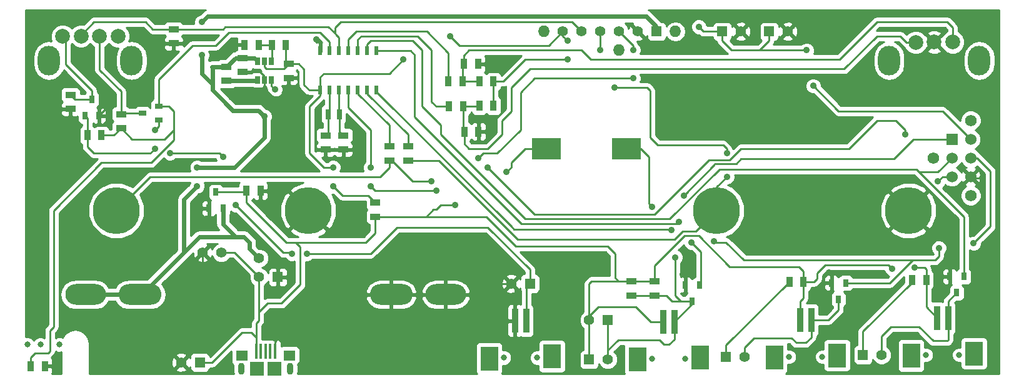
<source format=gtl>
G04 (created by PCBNEW (2013-07-07 BZR 4022)-stable) date 11/11/2015 10:51:05 PM*
%MOIN*%
G04 Gerber Fmt 3.4, Leading zero omitted, Abs format*
%FSLAX34Y34*%
G01*
G70*
G90*
G04 APERTURE LIST*
%ADD10C,0.00590551*%
%ADD11O,0.228346X0.110236*%
%ADD12O,0.216535X0.110236*%
%ADD13R,0.055X0.055*%
%ADD14C,0.055*%
%ADD15C,0.25*%
%ADD16R,0.0295276X0.0551181*%
%ADD17C,0.0787402*%
%ADD18O,0.11811X0.15748*%
%ADD19R,0.0394X0.0315*%
%ADD20R,0.0276X0.0394*%
%ADD21R,0.035X0.055*%
%ADD22R,0.055X0.035*%
%ADD23R,0.02X0.045*%
%ADD24R,0.0315X0.0394*%
%ADD25R,0.015748X0.0787402*%
%ADD26R,0.0629921X0.0551181*%
%ADD27R,0.0748031X0.0748031*%
%ADD28O,0.0354331X0.0629921*%
%ADD29R,0.15748X0.11811*%
%ADD30R,0.06X0.06*%
%ADD31C,0.06*%
%ADD32C,0.062*%
%ADD33O,0.062X0.062*%
%ADD34C,0.032*%
%ADD35R,0.0944882X0.129921*%
%ADD36R,0.0354331X0.129921*%
%ADD37C,0.0314961*%
%ADD38C,0.035*%
%ADD39C,0.01*%
%ADD40C,0.023622*%
G04 APERTURE END LIST*
G54D10*
G54D11*
X42604Y-44284D03*
G54D12*
X45504Y-44284D03*
G54D13*
X36550Y-43350D03*
G54D14*
X35550Y-43350D03*
X35550Y-42350D03*
G54D15*
X27950Y-39800D03*
X38186Y-39800D03*
X59950Y-39800D03*
X70186Y-39800D03*
G54D16*
X39233Y-34670D03*
X39823Y-34670D03*
G54D14*
X33550Y-42050D03*
X32550Y-42050D03*
G54D17*
X70565Y-30837D03*
X71550Y-30817D03*
X72534Y-30817D03*
G54D18*
X73951Y-31801D03*
X69148Y-31801D03*
G54D13*
X54150Y-45650D03*
G54D14*
X53150Y-45650D03*
G54D13*
X60450Y-47600D03*
G54D14*
X61450Y-47600D03*
G54D13*
X67750Y-47500D03*
G54D14*
X68750Y-47500D03*
G54D13*
X50000Y-43700D03*
G54D14*
X49000Y-43700D03*
G54D19*
X29336Y-34603D03*
X30202Y-34228D03*
X30202Y-34978D03*
G54D20*
X35472Y-31827D03*
X35847Y-31827D03*
X36222Y-31827D03*
X36222Y-32827D03*
X35847Y-32827D03*
X35472Y-32827D03*
G54D21*
X64575Y-43600D03*
X63825Y-43600D03*
X71125Y-43500D03*
X70375Y-43500D03*
G54D22*
X40040Y-35791D03*
X40040Y-36541D03*
X39095Y-35799D03*
X39095Y-36549D03*
X42500Y-36375D03*
X42500Y-37125D03*
X43500Y-36375D03*
X43500Y-37125D03*
G54D21*
X46435Y-34250D03*
X45685Y-34250D03*
X46495Y-35590D03*
X47245Y-35590D03*
X45645Y-32920D03*
X46395Y-32920D03*
X46475Y-31983D03*
X47225Y-31983D03*
X36989Y-30969D03*
X36239Y-30969D03*
X35533Y-30969D03*
X34783Y-30969D03*
G54D22*
X33819Y-32129D03*
X33819Y-32879D03*
X28190Y-35405D03*
X28190Y-34655D03*
X25500Y-33625D03*
X25500Y-34375D03*
G54D21*
X27145Y-35780D03*
X26395Y-35780D03*
X48045Y-32920D03*
X47295Y-32920D03*
X48045Y-34210D03*
X47295Y-34210D03*
G54D22*
X56650Y-43575D03*
X56650Y-44325D03*
X37126Y-31972D03*
X37126Y-32722D03*
G54D23*
X38814Y-33375D03*
X39314Y-33375D03*
X39814Y-33375D03*
X40314Y-33375D03*
X40814Y-33375D03*
X41314Y-33375D03*
X41814Y-33375D03*
X41814Y-31275D03*
X41314Y-31275D03*
X40814Y-31275D03*
X40314Y-31275D03*
X39814Y-31275D03*
X39314Y-31275D03*
X38814Y-31275D03*
G54D24*
X26640Y-33877D03*
X27015Y-34743D03*
X26265Y-34743D03*
G54D22*
X34685Y-31657D03*
X34685Y-32407D03*
G54D13*
X60250Y-30250D03*
G54D14*
X61250Y-30250D03*
G54D13*
X62750Y-30250D03*
G54D14*
X63750Y-30250D03*
G54D11*
X29196Y-44284D03*
G54D12*
X26296Y-44284D03*
G54D25*
X35900Y-47314D03*
X36155Y-47314D03*
X36411Y-47314D03*
X35644Y-47314D03*
X35407Y-47314D03*
G54D26*
X37159Y-47531D03*
X34640Y-47551D03*
G54D27*
X36372Y-48240D03*
X35427Y-48240D03*
G54D28*
X37199Y-48240D03*
X34600Y-48240D03*
G54D13*
X32400Y-47900D03*
G54D14*
X31400Y-47900D03*
G54D17*
X25073Y-30502D03*
X26057Y-30502D03*
X27042Y-30502D03*
X28026Y-30502D03*
G54D18*
X28750Y-31801D03*
X24350Y-31801D03*
G54D24*
X72750Y-44183D03*
X72375Y-43317D03*
X73125Y-43317D03*
X66450Y-44533D03*
X66075Y-43667D03*
X66825Y-43667D03*
G54D22*
X31000Y-30125D03*
X31000Y-30875D03*
G54D21*
X23375Y-48100D03*
X24125Y-48100D03*
G54D24*
X33250Y-38817D03*
X33625Y-39683D03*
X32875Y-39683D03*
G54D22*
X41750Y-40125D03*
X41750Y-39375D03*
G54D24*
X58650Y-44633D03*
X58275Y-43767D03*
X59025Y-43767D03*
G54D13*
X53150Y-47750D03*
G54D14*
X54150Y-47750D03*
G54D22*
X55400Y-44325D03*
X55400Y-43575D03*
G54D29*
X55125Y-36500D03*
X50874Y-36500D03*
G54D30*
X72500Y-36000D03*
G54D31*
X73500Y-36000D03*
X72500Y-37000D03*
X73500Y-37000D03*
X72500Y-38000D03*
X73500Y-38000D03*
G54D32*
X73500Y-39000D03*
X73500Y-35000D03*
X71500Y-37000D03*
G54D13*
X56750Y-30250D03*
G54D14*
X55750Y-30250D03*
X54750Y-30250D03*
X53750Y-30250D03*
X52750Y-30250D03*
X51750Y-30250D03*
G54D33*
X50750Y-30250D03*
X57750Y-30250D03*
X54750Y-31250D03*
G54D21*
X34875Y-38750D03*
X35625Y-38750D03*
G54D34*
X24900Y-46950D03*
X23200Y-46950D03*
X23900Y-46950D03*
G54D35*
X47826Y-47689D03*
G54D36*
X49204Y-45681D03*
X49795Y-45681D03*
G54D35*
X51173Y-47571D03*
G54D37*
X48614Y-47650D03*
X50385Y-47650D03*
G54D35*
X55726Y-47739D03*
G54D36*
X57104Y-45731D03*
X57695Y-45731D03*
G54D35*
X59073Y-47621D03*
G54D37*
X56514Y-47700D03*
X58285Y-47700D03*
G54D35*
X63026Y-47639D03*
G54D36*
X64404Y-45631D03*
X64995Y-45631D03*
G54D35*
X66373Y-47521D03*
G54D37*
X63814Y-47600D03*
X65585Y-47600D03*
G54D35*
X70326Y-47539D03*
G54D36*
X71704Y-45531D03*
X72295Y-45531D03*
G54D35*
X73673Y-47421D03*
G54D37*
X71114Y-47500D03*
X72885Y-47500D03*
G54D38*
X46000Y-39500D03*
X48750Y-37750D03*
X69300Y-42900D03*
X70500Y-42850D03*
X58200Y-39000D03*
X58600Y-41500D03*
X57950Y-40400D03*
X59800Y-41450D03*
X57550Y-40850D03*
X73650Y-41550D03*
X71800Y-41800D03*
X32500Y-29750D03*
X32500Y-31500D03*
X32250Y-38500D03*
X32250Y-37500D03*
X35550Y-42350D03*
X35840Y-34780D03*
X36398Y-33351D03*
X60500Y-38000D03*
X60500Y-36750D03*
X54500Y-33250D03*
X53750Y-31250D03*
X44750Y-38250D03*
X47250Y-37000D03*
X55500Y-32750D03*
X55500Y-31250D03*
X25500Y-34900D03*
X47900Y-43700D03*
X34150Y-31050D03*
X24750Y-48100D03*
X32750Y-40250D03*
X32500Y-42750D03*
X27500Y-34250D03*
X30750Y-31500D03*
X72250Y-42750D03*
X65950Y-43100D03*
X58150Y-43200D03*
X74120Y-38065D03*
X36420Y-46480D03*
X47950Y-35590D03*
X47840Y-32013D03*
X35850Y-33720D03*
X40040Y-37120D03*
X38600Y-30680D03*
X56500Y-39600D03*
X57750Y-42300D03*
X30800Y-36750D03*
X33650Y-36950D03*
X34300Y-39500D03*
X37300Y-42100D03*
X38100Y-42100D03*
X30000Y-36500D03*
X30000Y-35500D03*
X47750Y-37500D03*
X41500Y-37500D03*
X41500Y-38500D03*
X45000Y-38750D03*
X70000Y-35750D03*
X71750Y-38250D03*
X64750Y-31250D03*
X65100Y-33150D03*
X39500Y-38500D03*
X39500Y-37500D03*
X59000Y-30000D03*
X43250Y-31750D03*
X45750Y-30500D03*
X52000Y-31750D03*
X52000Y-30750D03*
G54D39*
X52200Y-41700D02*
X54150Y-41700D01*
X47675Y-40125D02*
X49250Y-41700D01*
X49250Y-41700D02*
X52200Y-41700D01*
X44450Y-40125D02*
X47675Y-40125D01*
X54550Y-43400D02*
X54725Y-43575D01*
X54550Y-42100D02*
X54550Y-43400D01*
X54150Y-41700D02*
X54550Y-42100D01*
X41750Y-40125D02*
X44450Y-40125D01*
X44450Y-40125D02*
X44475Y-40125D01*
X45000Y-39750D02*
X45250Y-39500D01*
X45250Y-39500D02*
X46000Y-39500D01*
X48750Y-37750D02*
X49000Y-37500D01*
X49000Y-37500D02*
X49000Y-37250D01*
X49000Y-37250D02*
X49750Y-36500D01*
X49750Y-36500D02*
X50874Y-36500D01*
X44850Y-39750D02*
X45000Y-39750D01*
X44475Y-40125D02*
X44850Y-39750D01*
X71125Y-43500D02*
X71125Y-42925D01*
X65300Y-43150D02*
X65750Y-42700D01*
X65300Y-43450D02*
X65300Y-43150D01*
X65150Y-43600D02*
X65300Y-43450D01*
X65150Y-43600D02*
X64575Y-43600D01*
X69100Y-42700D02*
X65750Y-42700D01*
X69300Y-42900D02*
X69100Y-42700D01*
X71050Y-42850D02*
X70500Y-42850D01*
X71125Y-42925D02*
X71050Y-42850D01*
X56650Y-43575D02*
X56650Y-42750D01*
X56650Y-42750D02*
X58250Y-41150D01*
X58250Y-41150D02*
X59000Y-41150D01*
X59000Y-41150D02*
X60650Y-42800D01*
X60650Y-42800D02*
X64350Y-42800D01*
X64350Y-42800D02*
X64575Y-43025D01*
X64575Y-43025D02*
X64575Y-43600D01*
X32400Y-47900D02*
X33050Y-47900D01*
X35150Y-46300D02*
X35407Y-46557D01*
X34650Y-46300D02*
X35150Y-46300D01*
X33050Y-47900D02*
X34650Y-46300D01*
X37250Y-41500D02*
X37500Y-41500D01*
X36000Y-44750D02*
X35550Y-45200D01*
X36750Y-44750D02*
X36000Y-44750D01*
X37750Y-43750D02*
X36750Y-44750D01*
X37750Y-41750D02*
X37750Y-43750D01*
X37500Y-41500D02*
X37750Y-41750D01*
X34875Y-38750D02*
X34875Y-39375D01*
X41750Y-41000D02*
X41750Y-40125D01*
X41250Y-41500D02*
X41750Y-41000D01*
X37000Y-41500D02*
X37250Y-41500D01*
X37250Y-41500D02*
X41250Y-41500D01*
X34875Y-39375D02*
X37000Y-41500D01*
X33250Y-38817D02*
X34808Y-38817D01*
X34808Y-38817D02*
X34875Y-38750D01*
X55400Y-43575D02*
X56650Y-43575D01*
X53150Y-45700D02*
X53150Y-43700D01*
X54075Y-43575D02*
X54725Y-43575D01*
X53150Y-43700D02*
X53275Y-43575D01*
X53275Y-43575D02*
X54075Y-43575D01*
X54725Y-43575D02*
X55400Y-43575D01*
X53150Y-45700D02*
X53150Y-45450D01*
X53150Y-45450D02*
X53650Y-44950D01*
X53650Y-44950D02*
X55650Y-44950D01*
X55650Y-44950D02*
X56431Y-45731D01*
X56431Y-45731D02*
X57104Y-45731D01*
X53150Y-45700D02*
X53150Y-47700D01*
X71125Y-43500D02*
X71125Y-44951D01*
X71125Y-44951D02*
X71704Y-45531D01*
X35550Y-43350D02*
X35550Y-45200D01*
X35550Y-45200D02*
X35550Y-45670D01*
X35550Y-45670D02*
X35407Y-45812D01*
X35407Y-45812D02*
X35407Y-46557D01*
X35407Y-46557D02*
X35407Y-47314D01*
X34250Y-42050D02*
X35550Y-43350D01*
X33550Y-42050D02*
X34250Y-42050D01*
X64575Y-43600D02*
X64575Y-44475D01*
X64404Y-44645D02*
X64404Y-45631D01*
X64575Y-44475D02*
X64404Y-44645D01*
X59850Y-37300D02*
X59850Y-37350D01*
X59850Y-37350D02*
X58200Y-39000D01*
X61350Y-37050D02*
X61250Y-37050D01*
X70450Y-36000D02*
X69400Y-37050D01*
X69400Y-37050D02*
X61350Y-37050D01*
X72500Y-36000D02*
X70450Y-36000D01*
X60999Y-37300D02*
X59850Y-37300D01*
X59850Y-37300D02*
X59849Y-37300D01*
X61250Y-37050D02*
X60999Y-37300D01*
X59100Y-42000D02*
X59100Y-43692D01*
X59100Y-43692D02*
X59025Y-43767D01*
X58600Y-41500D02*
X59100Y-42000D01*
X41814Y-31275D02*
X43624Y-31275D01*
X43624Y-31275D02*
X43850Y-31501D01*
X43850Y-31501D02*
X43850Y-34800D01*
X43850Y-34800D02*
X49550Y-40500D01*
X49550Y-40500D02*
X57850Y-40500D01*
X57850Y-40500D02*
X57950Y-40400D01*
X72500Y-37000D02*
X71750Y-37750D01*
X71750Y-37750D02*
X70750Y-37750D01*
X41314Y-31275D02*
X41314Y-30935D01*
X41314Y-30935D02*
X41500Y-30750D01*
X41500Y-30750D02*
X43750Y-30750D01*
X43750Y-30750D02*
X44250Y-31250D01*
X44250Y-31250D02*
X44250Y-34250D01*
X44250Y-34250D02*
X45250Y-35250D01*
X45250Y-35250D02*
X45250Y-35750D01*
X45250Y-35750D02*
X49750Y-40250D01*
X49750Y-40250D02*
X57450Y-40250D01*
X57450Y-40250D02*
X60100Y-37600D01*
X60100Y-37600D02*
X70600Y-37600D01*
X70600Y-37600D02*
X70750Y-37750D01*
X70750Y-37750D02*
X71000Y-38000D01*
X71000Y-38000D02*
X73125Y-40125D01*
X73125Y-40125D02*
X73125Y-43317D01*
X49150Y-40800D02*
X57500Y-40800D01*
X57500Y-40800D02*
X57550Y-40850D01*
X41814Y-33375D02*
X41814Y-33464D01*
X41814Y-33464D02*
X49000Y-40650D01*
X49000Y-40650D02*
X49150Y-40800D01*
X61400Y-42450D02*
X70400Y-42450D01*
X60450Y-41500D02*
X61400Y-42450D01*
X59850Y-41500D02*
X60450Y-41500D01*
X59800Y-41450D02*
X59850Y-41500D01*
X71800Y-41800D02*
X71800Y-42250D01*
X73850Y-37000D02*
X74550Y-37700D01*
X74550Y-37700D02*
X74550Y-40650D01*
X74550Y-40650D02*
X73650Y-41550D01*
X73500Y-37000D02*
X73850Y-37000D01*
X69183Y-43667D02*
X66825Y-43667D01*
X70400Y-42450D02*
X69183Y-43667D01*
X71600Y-42450D02*
X70400Y-42450D01*
X71800Y-42250D02*
X71600Y-42450D01*
G54D40*
X56200Y-29450D02*
X32800Y-29450D01*
X56200Y-29450D02*
X56750Y-30000D01*
X56750Y-30250D02*
X56750Y-30000D01*
X33000Y-33000D02*
X33060Y-33000D01*
X32500Y-29750D02*
X32800Y-29450D01*
X32500Y-32500D02*
X32500Y-31500D01*
X33000Y-33000D02*
X32500Y-32500D01*
X35840Y-34780D02*
X35840Y-35910D01*
X31540Y-39209D02*
X31540Y-42040D01*
X32250Y-38500D02*
X31540Y-39209D01*
X34250Y-37500D02*
X32250Y-37500D01*
X35840Y-35910D02*
X34250Y-37500D01*
X33625Y-39683D02*
X33625Y-40525D01*
X33625Y-40525D02*
X34300Y-41200D01*
X35550Y-42350D02*
X35050Y-41850D01*
X35050Y-41500D02*
X34750Y-41200D01*
X35050Y-41850D02*
X35050Y-41500D01*
X32380Y-41200D02*
X31540Y-42040D01*
X34300Y-41200D02*
X32380Y-41200D01*
X31540Y-42040D02*
X29296Y-44284D01*
X26296Y-44284D02*
X29296Y-44284D01*
X34750Y-41200D02*
X34300Y-41200D01*
X35520Y-34460D02*
X35740Y-34680D01*
X34140Y-34460D02*
X35520Y-34460D01*
G54D39*
X35740Y-34680D02*
X35840Y-34780D01*
G54D40*
X33631Y-33951D02*
X33727Y-34047D01*
X33727Y-34047D02*
X34140Y-34460D01*
G54D39*
X36222Y-33175D02*
X36398Y-33351D01*
X36222Y-32827D02*
X36222Y-33175D01*
G54D40*
X33390Y-33710D02*
X33631Y-33951D01*
X33060Y-33380D02*
X33390Y-33710D01*
X33060Y-32139D02*
X33060Y-33000D01*
X33060Y-33000D02*
X33060Y-33380D01*
G54D39*
X33050Y-32129D02*
X33060Y-32139D01*
G54D40*
X33819Y-32129D02*
X33050Y-32129D01*
X34685Y-31657D02*
X34292Y-31657D01*
X34292Y-31657D02*
X33819Y-32129D01*
X34685Y-31657D02*
X35301Y-31657D01*
X35301Y-31657D02*
X35472Y-31827D01*
G54D39*
X58850Y-40900D02*
X58150Y-40900D01*
X45125Y-37125D02*
X48900Y-40900D01*
X59950Y-39800D02*
X58850Y-40900D01*
X45125Y-37125D02*
X43500Y-37125D01*
X49350Y-41350D02*
X48900Y-40900D01*
X57700Y-41350D02*
X49350Y-41350D01*
X58150Y-40900D02*
X57700Y-41350D01*
X54500Y-33250D02*
X56250Y-33250D01*
X59950Y-39800D02*
X59950Y-38550D01*
X60500Y-38000D02*
X59950Y-38550D01*
X60500Y-36500D02*
X60500Y-36750D01*
X53750Y-31250D02*
X53750Y-30250D01*
X60300Y-36300D02*
X60500Y-36500D01*
X56800Y-36300D02*
X60300Y-36300D01*
X56400Y-35900D02*
X56800Y-36300D01*
X56400Y-33400D02*
X56400Y-35900D01*
X56250Y-33250D02*
X56400Y-33400D01*
X40814Y-31275D02*
X40814Y-30685D01*
X45000Y-34250D02*
X45685Y-34250D01*
X44750Y-34000D02*
X45000Y-34250D01*
X44750Y-31250D02*
X44750Y-34000D01*
X44000Y-30500D02*
X44750Y-31250D01*
X41000Y-30500D02*
X44000Y-30500D01*
X40814Y-30685D02*
X41000Y-30500D01*
X40314Y-30685D02*
X40314Y-31275D01*
X40750Y-30250D02*
X40314Y-30685D01*
X44500Y-30250D02*
X40750Y-30250D01*
X45645Y-31395D02*
X44500Y-30250D01*
X45645Y-32920D02*
X45645Y-31395D01*
X42500Y-37125D02*
X42625Y-37125D01*
X42625Y-37125D02*
X43750Y-38250D01*
X43750Y-38250D02*
X44750Y-38250D01*
X47250Y-37000D02*
X47500Y-36750D01*
X47500Y-36750D02*
X48250Y-36750D01*
X48250Y-36750D02*
X49500Y-35500D01*
X49500Y-35500D02*
X49500Y-33500D01*
X49500Y-33500D02*
X50250Y-32750D01*
X50250Y-32750D02*
X55500Y-32750D01*
X55500Y-31250D02*
X55500Y-31000D01*
X55500Y-31000D02*
X54750Y-30250D01*
X42500Y-37125D02*
X42500Y-37500D01*
X42500Y-37500D02*
X42000Y-38000D01*
X42000Y-38000D02*
X29750Y-38000D01*
X29750Y-38000D02*
X27950Y-39800D01*
X39600Y-30350D02*
X39600Y-30050D01*
X52250Y-29750D02*
X52750Y-30250D01*
X39900Y-29750D02*
X52250Y-29750D01*
X39600Y-30050D02*
X39900Y-29750D01*
X39814Y-31275D02*
X39814Y-30564D01*
X33625Y-30125D02*
X31000Y-30125D01*
X33750Y-30000D02*
X33625Y-30125D01*
X39250Y-30000D02*
X33750Y-30000D01*
X39814Y-30564D02*
X39650Y-30400D01*
X39650Y-30400D02*
X39600Y-30350D01*
X39600Y-30350D02*
X39500Y-30250D01*
X39500Y-30250D02*
X39250Y-30000D01*
X26057Y-30502D02*
X26057Y-30442D01*
X29875Y-30125D02*
X31000Y-30125D01*
X29500Y-29750D02*
X29875Y-30125D01*
X26750Y-29750D02*
X29500Y-29750D01*
X26057Y-30442D02*
X26750Y-29750D01*
X23375Y-48100D02*
X23375Y-47625D01*
X31000Y-36050D02*
X29800Y-37250D01*
X29800Y-37250D02*
X27150Y-37250D01*
X27150Y-37250D02*
X24600Y-39800D01*
X24600Y-39800D02*
X24600Y-46000D01*
X24600Y-46000D02*
X24400Y-46200D01*
X31000Y-36050D02*
X31000Y-35500D01*
X23750Y-47400D02*
X24300Y-47400D01*
X24300Y-47400D02*
X24400Y-47300D01*
X24400Y-47300D02*
X24400Y-46200D01*
X23600Y-47400D02*
X23750Y-47400D01*
X23375Y-47625D02*
X23600Y-47400D01*
X30202Y-34228D02*
X30728Y-34228D01*
X28785Y-36000D02*
X28190Y-35405D01*
X30500Y-36000D02*
X28785Y-36000D01*
X31000Y-35500D02*
X30500Y-36000D01*
X31000Y-34500D02*
X31000Y-35500D01*
X30728Y-34228D02*
X31000Y-34500D01*
X30202Y-34228D02*
X30202Y-32797D01*
X39314Y-30814D02*
X39314Y-31275D01*
X38800Y-30300D02*
X39314Y-30814D01*
X33950Y-30300D02*
X38800Y-30300D01*
X33250Y-31000D02*
X33950Y-30300D01*
X32000Y-31000D02*
X33250Y-31000D01*
X30202Y-32797D02*
X32000Y-31000D01*
X27145Y-35780D02*
X27815Y-35780D01*
X27815Y-35780D02*
X28190Y-35405D01*
X25500Y-34375D02*
X25500Y-34900D01*
X49000Y-43700D02*
X47900Y-43700D01*
X49204Y-45681D02*
X49204Y-43904D01*
X49204Y-43904D02*
X49000Y-43700D01*
X34783Y-30969D02*
X34230Y-30969D01*
X34230Y-30969D02*
X34150Y-31050D01*
X24125Y-48100D02*
X24750Y-48100D01*
X32875Y-39683D02*
X32875Y-40125D01*
X32875Y-40125D02*
X32750Y-40250D01*
X32550Y-42050D02*
X32550Y-42700D01*
X32550Y-42700D02*
X32500Y-42750D01*
X27015Y-34743D02*
X27015Y-34735D01*
X27015Y-34735D02*
X27500Y-34250D01*
X31000Y-30875D02*
X31000Y-31250D01*
X31000Y-31250D02*
X30750Y-31500D01*
X72375Y-43317D02*
X72375Y-42875D01*
X72375Y-42875D02*
X72250Y-42750D01*
X66075Y-43667D02*
X66075Y-43225D01*
X66075Y-43225D02*
X65950Y-43100D01*
X58275Y-43767D02*
X58275Y-43325D01*
X58275Y-43325D02*
X58150Y-43200D01*
X73380Y-38070D02*
X74115Y-38070D01*
X74115Y-38070D02*
X74120Y-38065D01*
X36411Y-47314D02*
X36411Y-46488D01*
X36411Y-46488D02*
X36420Y-46480D01*
X42504Y-44284D02*
X45504Y-44284D01*
X47245Y-35590D02*
X47950Y-35590D01*
X47225Y-31983D02*
X47810Y-31983D01*
X47810Y-31983D02*
X47840Y-32013D01*
X35847Y-33230D02*
X35847Y-33717D01*
X35847Y-33717D02*
X35850Y-33720D01*
X40040Y-36541D02*
X40040Y-37119D01*
X40040Y-37119D02*
X40040Y-37120D01*
X39095Y-36549D02*
X40032Y-36549D01*
X40032Y-36549D02*
X40040Y-36541D01*
X38814Y-31275D02*
X38814Y-30894D01*
X38814Y-30894D02*
X38600Y-30680D01*
X35847Y-32827D02*
X35847Y-33230D01*
X35847Y-33230D02*
X35847Y-33292D01*
X37126Y-33508D02*
X37126Y-33130D01*
X37126Y-33130D02*
X37126Y-32722D01*
X36890Y-33744D02*
X37126Y-33508D01*
X36300Y-33744D02*
X36890Y-33744D01*
X35847Y-33292D02*
X36300Y-33744D01*
X34685Y-32407D02*
X35612Y-32407D01*
X35847Y-32642D02*
X35847Y-32827D01*
X35612Y-32407D02*
X35847Y-32642D01*
X40814Y-33375D02*
X40814Y-33564D01*
X40814Y-33564D02*
X42500Y-35250D01*
X42500Y-35250D02*
X42500Y-36375D01*
G54D40*
X33819Y-32879D02*
X35420Y-32879D01*
G54D39*
X35420Y-32879D02*
X35472Y-32827D01*
X57750Y-44350D02*
X58033Y-44633D01*
X55900Y-36500D02*
X56350Y-36950D01*
X56350Y-36950D02*
X56350Y-39450D01*
X56350Y-39450D02*
X56500Y-39600D01*
X57750Y-42300D02*
X57750Y-44350D01*
X55125Y-36500D02*
X55900Y-36500D01*
X58000Y-44650D02*
X58000Y-44633D01*
X58017Y-44633D02*
X58000Y-44650D01*
X58033Y-44633D02*
X58017Y-44633D01*
X56650Y-44325D02*
X57275Y-44325D01*
X57275Y-44325D02*
X57583Y-44633D01*
X57583Y-44633D02*
X57900Y-44633D01*
X57900Y-44633D02*
X58000Y-44633D01*
X58000Y-44633D02*
X58650Y-44633D01*
X55400Y-44325D02*
X56650Y-44325D01*
X54150Y-47700D02*
X54150Y-45700D01*
X54150Y-47700D02*
X54150Y-47250D01*
X54150Y-47250D02*
X54700Y-46700D01*
X54700Y-46700D02*
X56900Y-46700D01*
X56900Y-46700D02*
X57150Y-46950D01*
X57150Y-46950D02*
X57400Y-46950D01*
X57400Y-46950D02*
X57695Y-46654D01*
X57695Y-46654D02*
X57695Y-45731D01*
X58650Y-44633D02*
X58650Y-44776D01*
X58650Y-44776D02*
X57695Y-45731D01*
X50000Y-43700D02*
X50000Y-42950D01*
X33450Y-36750D02*
X30800Y-36750D01*
X33650Y-36950D02*
X33450Y-36750D01*
X36850Y-42050D02*
X34300Y-39500D01*
X37250Y-42050D02*
X36850Y-42050D01*
X37300Y-42100D02*
X37250Y-42050D01*
X41500Y-42100D02*
X38100Y-42100D01*
X42900Y-40700D02*
X41500Y-42100D01*
X47750Y-40700D02*
X42900Y-40700D01*
X50000Y-42950D02*
X47750Y-40700D01*
X49795Y-45681D02*
X49795Y-43904D01*
X49795Y-43904D02*
X50000Y-43700D01*
X26750Y-36750D02*
X29750Y-36750D01*
X29750Y-36750D02*
X30000Y-36500D01*
X26395Y-36395D02*
X26395Y-35780D01*
X26395Y-36395D02*
X26750Y-36750D01*
X30202Y-34978D02*
X30202Y-35297D01*
X30000Y-35500D02*
X30202Y-35297D01*
X26395Y-35780D02*
X26395Y-34873D01*
X26395Y-34873D02*
X26265Y-34743D01*
X26640Y-33877D02*
X25752Y-33877D01*
X25752Y-33877D02*
X25500Y-33625D01*
X26640Y-33877D02*
X26640Y-33390D01*
X25250Y-30679D02*
X25073Y-30502D01*
X25250Y-32000D02*
X25250Y-30679D01*
X26640Y-33390D02*
X25250Y-32000D01*
X27042Y-30502D02*
X27042Y-32292D01*
X28190Y-33440D02*
X28190Y-34655D01*
X27042Y-32292D02*
X28190Y-33440D01*
X29336Y-34603D02*
X28241Y-34603D01*
X28241Y-34603D02*
X28190Y-34655D01*
X70375Y-43500D02*
X70375Y-43625D01*
X70375Y-43625D02*
X67750Y-46250D01*
X67750Y-46250D02*
X67750Y-47500D01*
X41314Y-33375D02*
X41314Y-33564D01*
X41314Y-33564D02*
X43500Y-35750D01*
X43500Y-35750D02*
X43500Y-36375D01*
X70565Y-30837D02*
X70087Y-30837D01*
X70087Y-30837D02*
X69750Y-30500D01*
X69750Y-30500D02*
X68500Y-30500D01*
X68500Y-30500D02*
X66750Y-32250D01*
X66750Y-32250D02*
X50000Y-32250D01*
X50000Y-32250D02*
X49000Y-33250D01*
X49000Y-33250D02*
X49000Y-34500D01*
X49000Y-34500D02*
X48500Y-35000D01*
X48500Y-35000D02*
X48500Y-35750D01*
X48500Y-35750D02*
X47750Y-36500D01*
X47750Y-36500D02*
X46750Y-36500D01*
X46750Y-36500D02*
X46495Y-36245D01*
X46495Y-36245D02*
X46495Y-35590D01*
X46435Y-34250D02*
X47255Y-34250D01*
X47255Y-34250D02*
X47295Y-34210D01*
X46435Y-34250D02*
X46435Y-35530D01*
X46435Y-35530D02*
X46495Y-35590D01*
X56500Y-40000D02*
X56650Y-40000D01*
X56650Y-40000D02*
X59550Y-37100D01*
X59550Y-37100D02*
X60650Y-37100D01*
X60650Y-37100D02*
X61250Y-36500D01*
X61250Y-36500D02*
X67000Y-36500D01*
X67000Y-36500D02*
X68500Y-35000D01*
X68500Y-35000D02*
X69500Y-35000D01*
X47750Y-37500D02*
X50250Y-40000D01*
X50250Y-40000D02*
X56500Y-40000D01*
X40314Y-33375D02*
X40314Y-34314D01*
X40314Y-34314D02*
X41500Y-35500D01*
X41500Y-35500D02*
X41500Y-37500D01*
X41500Y-38500D02*
X41750Y-38750D01*
X41750Y-38750D02*
X45000Y-38750D01*
X69500Y-35000D02*
X70000Y-35500D01*
X70000Y-35500D02*
X70000Y-35750D01*
X71750Y-38250D02*
X72000Y-38000D01*
X72000Y-38000D02*
X72500Y-38000D01*
X61450Y-47600D02*
X61450Y-47100D01*
X61450Y-47100D02*
X61950Y-46600D01*
X61950Y-46600D02*
X63950Y-46600D01*
X63950Y-46600D02*
X64200Y-46850D01*
X64200Y-46850D02*
X64700Y-46850D01*
X64700Y-46850D02*
X64995Y-46554D01*
X64995Y-46554D02*
X64995Y-45631D01*
X66450Y-44533D02*
X66450Y-45100D01*
X66450Y-45100D02*
X65918Y-45631D01*
X65918Y-45631D02*
X64995Y-45631D01*
X60450Y-47600D02*
X60450Y-46975D01*
X60450Y-46975D02*
X63825Y-43600D01*
X68750Y-47500D02*
X68750Y-46500D01*
X68750Y-46500D02*
X69250Y-46000D01*
X69250Y-46000D02*
X70750Y-46000D01*
X70750Y-46000D02*
X71500Y-46750D01*
X71500Y-46750D02*
X72250Y-46750D01*
X72250Y-46750D02*
X72295Y-46704D01*
X72295Y-46704D02*
X72295Y-45531D01*
X72295Y-45531D02*
X72295Y-44637D01*
X72295Y-44637D02*
X72750Y-44183D01*
X39233Y-34670D02*
X39233Y-35661D01*
X39233Y-35661D02*
X39095Y-35799D01*
X39314Y-33375D02*
X39314Y-34588D01*
X39314Y-34588D02*
X39233Y-34670D01*
X39823Y-34670D02*
X39823Y-35574D01*
X39823Y-35574D02*
X40040Y-35791D01*
X39814Y-33375D02*
X39814Y-34661D01*
X39814Y-34661D02*
X39823Y-34670D01*
X36239Y-30969D02*
X36239Y-31809D01*
X36239Y-31809D02*
X36222Y-31827D01*
X36239Y-30969D02*
X35533Y-30969D01*
X46475Y-31983D02*
X46475Y-31524D01*
X46475Y-31524D02*
X46750Y-31250D01*
X46750Y-31250D02*
X52750Y-31250D01*
X52750Y-31250D02*
X53250Y-31750D01*
X53250Y-31750D02*
X66500Y-31750D01*
X66500Y-31750D02*
X68500Y-29750D01*
X68500Y-29750D02*
X72250Y-29750D01*
X72250Y-29750D02*
X72534Y-30034D01*
X72534Y-30034D02*
X72534Y-30817D01*
X46395Y-32920D02*
X46395Y-32064D01*
X46395Y-32064D02*
X46475Y-31983D01*
X46395Y-32920D02*
X47295Y-32920D01*
X65100Y-33150D02*
X66450Y-34500D01*
X66450Y-34500D02*
X72000Y-34500D01*
X73500Y-36000D02*
X72000Y-34500D01*
X64750Y-31250D02*
X62250Y-31250D01*
X38814Y-33375D02*
X38814Y-33685D01*
X41375Y-39000D02*
X41750Y-39375D01*
X40000Y-39000D02*
X41375Y-39000D01*
X39500Y-38500D02*
X40000Y-39000D01*
X39000Y-37500D02*
X39500Y-37500D01*
X38250Y-36750D02*
X39000Y-37500D01*
X38250Y-34250D02*
X38250Y-36750D01*
X38814Y-33685D02*
X38250Y-34250D01*
X59250Y-30250D02*
X60250Y-30250D01*
X59000Y-30000D02*
X59250Y-30250D01*
X60250Y-30250D02*
X60250Y-30750D01*
X60250Y-30750D02*
X60750Y-31250D01*
X60750Y-31250D02*
X62250Y-31250D01*
X62250Y-31250D02*
X62750Y-30750D01*
X62750Y-30750D02*
X62750Y-30250D01*
X51750Y-30250D02*
X51000Y-31000D01*
X38814Y-32685D02*
X38814Y-33375D01*
X39000Y-32500D02*
X38814Y-32685D01*
X42500Y-32500D02*
X39000Y-32500D01*
X43250Y-31750D02*
X42500Y-32500D01*
X46250Y-31000D02*
X45750Y-30500D01*
X51000Y-31000D02*
X46250Y-31000D01*
X51750Y-30250D02*
X51750Y-30500D01*
X48580Y-32920D02*
X48045Y-32920D01*
X49750Y-31750D02*
X48580Y-32920D01*
X52000Y-31750D02*
X49750Y-31750D01*
X51750Y-30500D02*
X52000Y-30750D01*
X48045Y-32920D02*
X48045Y-34210D01*
X36989Y-30969D02*
X36989Y-31835D01*
X36989Y-31835D02*
X37126Y-31972D01*
X35847Y-31827D02*
X35847Y-32130D01*
X36869Y-32229D02*
X37126Y-31972D01*
X35945Y-32229D02*
X36869Y-32229D01*
X35847Y-32130D02*
X35945Y-32229D01*
X37126Y-31972D02*
X37657Y-31972D01*
X38233Y-33375D02*
X38814Y-33375D01*
X37953Y-33095D02*
X38233Y-33375D01*
X37953Y-32268D02*
X37953Y-33095D01*
X37657Y-31972D02*
X37953Y-32268D01*
X24697Y-47310D02*
X24697Y-47310D01*
X24682Y-47390D02*
X25000Y-47390D01*
X24640Y-47470D02*
X25000Y-47470D01*
X24574Y-47550D02*
X25000Y-47550D01*
X24485Y-47630D02*
X25000Y-47630D01*
X24522Y-47710D02*
X25000Y-47710D01*
X24549Y-47790D02*
X25000Y-47790D01*
X24550Y-47870D02*
X25000Y-47870D01*
X24550Y-47950D02*
X25000Y-47950D01*
X24507Y-48030D02*
X25000Y-48030D01*
X24067Y-48110D02*
X25000Y-48110D01*
X24527Y-48190D02*
X25000Y-48190D01*
X24550Y-48270D02*
X25000Y-48270D01*
X24550Y-48350D02*
X25000Y-48350D01*
X24547Y-48430D02*
X25000Y-48430D01*
X25565Y-30920D02*
X25565Y-30920D01*
X26550Y-30920D02*
X26550Y-30920D01*
X25550Y-31000D02*
X25645Y-31000D01*
X26469Y-31000D02*
X26629Y-31000D01*
X25550Y-31080D02*
X25771Y-31080D01*
X26344Y-31080D02*
X26742Y-31080D01*
X25550Y-31160D02*
X26742Y-31160D01*
X25550Y-31240D02*
X26742Y-31240D01*
X25550Y-31320D02*
X26742Y-31320D01*
X25550Y-31400D02*
X26742Y-31400D01*
X25550Y-31480D02*
X26742Y-31480D01*
X25550Y-31560D02*
X26742Y-31560D01*
X25550Y-31640D02*
X26742Y-31640D01*
X25550Y-31720D02*
X26742Y-31720D01*
X25550Y-31800D02*
X26742Y-31800D01*
X25555Y-31880D02*
X26742Y-31880D01*
X25635Y-31960D02*
X26742Y-31960D01*
X25715Y-32040D02*
X26742Y-32040D01*
X25795Y-32120D02*
X26742Y-32120D01*
X25875Y-32200D02*
X26742Y-32200D01*
X25955Y-32280D02*
X26742Y-32280D01*
X26035Y-32360D02*
X26755Y-32360D01*
X26115Y-32440D02*
X26787Y-32440D01*
X26195Y-32520D02*
X26846Y-32520D01*
X26275Y-32600D02*
X26926Y-32600D01*
X26355Y-32680D02*
X27006Y-32680D01*
X26435Y-32760D02*
X27086Y-32760D01*
X26515Y-32840D02*
X27166Y-32840D01*
X26595Y-32920D02*
X27246Y-32920D01*
X26675Y-33000D02*
X27326Y-33000D01*
X26755Y-33080D02*
X27406Y-33080D01*
X26835Y-33160D02*
X27486Y-33160D01*
X26894Y-33240D02*
X27566Y-33240D01*
X26926Y-33320D02*
X27646Y-33320D01*
X26940Y-33400D02*
X27726Y-33400D01*
X26952Y-33480D02*
X27806Y-33480D01*
X27018Y-33560D02*
X27886Y-33560D01*
X27047Y-33640D02*
X27890Y-33640D01*
X27047Y-33720D02*
X27890Y-33720D01*
X27047Y-33800D02*
X27890Y-33800D01*
X27047Y-33880D02*
X27890Y-33880D01*
X27047Y-33960D02*
X27890Y-33960D01*
X27047Y-34040D02*
X27890Y-34040D01*
X27047Y-34120D02*
X27890Y-34120D01*
X27015Y-34200D02*
X27890Y-34200D01*
X26944Y-34280D02*
X27760Y-34280D01*
X26965Y-34360D02*
X27065Y-34360D01*
X27341Y-34360D02*
X27693Y-34360D01*
X26965Y-34440D02*
X27065Y-34440D01*
X27399Y-34440D02*
X27665Y-34440D01*
X26965Y-34520D02*
X27065Y-34520D01*
X27422Y-34520D02*
X27664Y-34520D01*
X26965Y-34600D02*
X27065Y-34600D01*
X27422Y-34600D02*
X27422Y-34600D01*
X27422Y-34600D02*
X27664Y-34600D01*
X26965Y-34680D02*
X27065Y-34680D01*
X27372Y-34680D02*
X27422Y-34680D01*
X27422Y-34680D02*
X27664Y-34680D01*
X26957Y-34760D02*
X27422Y-34760D01*
X27422Y-34760D02*
X27664Y-34760D01*
X26965Y-34840D02*
X27065Y-34840D01*
X27407Y-34840D02*
X27422Y-34840D01*
X27422Y-34840D02*
X27664Y-34840D01*
X26965Y-34920D02*
X27065Y-34920D01*
X27422Y-34920D02*
X27422Y-34920D01*
X27422Y-34920D02*
X27682Y-34920D01*
X26965Y-35000D02*
X27065Y-35000D01*
X27417Y-35000D02*
X27422Y-35000D01*
X27422Y-35000D02*
X27732Y-35000D01*
X26965Y-35080D02*
X27065Y-35080D01*
X27384Y-35080D02*
X27422Y-35080D01*
X27422Y-35080D02*
X27710Y-35080D01*
X26695Y-35160D02*
X26737Y-35160D01*
X26931Y-35160D02*
X27098Y-35160D01*
X27292Y-35160D02*
X27422Y-35160D01*
X27422Y-35160D02*
X27672Y-35160D01*
X26695Y-35240D02*
X27422Y-35240D01*
X27422Y-35240D02*
X27664Y-35240D01*
X26739Y-35320D02*
X26800Y-35320D01*
X27489Y-35320D02*
X27664Y-35320D01*
X27547Y-35400D02*
X27664Y-35400D01*
X23100Y-29100D02*
X32708Y-29100D01*
X23100Y-29180D02*
X32554Y-29180D01*
X23100Y-29260D02*
X32469Y-29260D01*
X23100Y-29340D02*
X32379Y-29340D01*
X23100Y-29420D02*
X32229Y-29420D01*
X23100Y-29500D02*
X26594Y-29500D01*
X29655Y-29500D02*
X32148Y-29500D01*
X23100Y-29580D02*
X26495Y-29580D01*
X29754Y-29580D02*
X32110Y-29580D01*
X23100Y-29660D02*
X26415Y-29660D01*
X29834Y-29660D02*
X32077Y-29660D01*
X23100Y-29740D02*
X26335Y-29740D01*
X29914Y-29740D02*
X30581Y-29740D01*
X31418Y-29740D02*
X32075Y-29740D01*
X23100Y-29820D02*
X26255Y-29820D01*
X29994Y-29820D02*
X30508Y-29820D01*
X31491Y-29820D02*
X32074Y-29820D01*
X23100Y-29900D02*
X24846Y-29900D01*
X25300Y-29900D02*
X25831Y-29900D01*
X23100Y-29980D02*
X24686Y-29980D01*
X25461Y-29980D02*
X25670Y-29980D01*
X23100Y-30060D02*
X24606Y-30060D01*
X25541Y-30060D02*
X25590Y-30060D01*
X23100Y-30140D02*
X24527Y-30140D01*
X23100Y-30220D02*
X24494Y-30220D01*
X23100Y-30300D02*
X24460Y-30300D01*
X23100Y-30380D02*
X24430Y-30380D01*
X23100Y-30460D02*
X24429Y-30460D01*
X23100Y-30540D02*
X24429Y-30540D01*
X23100Y-30620D02*
X24429Y-30620D01*
X23100Y-30700D02*
X24458Y-30700D01*
X23100Y-30780D02*
X24170Y-30780D01*
X23100Y-30860D02*
X23950Y-30860D01*
X23100Y-30940D02*
X23831Y-30940D01*
X23100Y-31020D02*
X23735Y-31020D01*
X23100Y-31100D02*
X23682Y-31100D01*
X23100Y-31180D02*
X23628Y-31180D01*
X23100Y-31260D02*
X23575Y-31260D01*
X23100Y-31340D02*
X23558Y-31340D01*
X23100Y-31420D02*
X23542Y-31420D01*
X23100Y-31500D02*
X23526Y-31500D01*
X23100Y-31580D02*
X23510Y-31580D01*
X23100Y-31660D02*
X23509Y-31660D01*
X23100Y-31740D02*
X23509Y-31740D01*
X23100Y-31820D02*
X23509Y-31820D01*
X23100Y-31900D02*
X23509Y-31900D01*
X23100Y-31980D02*
X23509Y-31980D01*
X23100Y-32060D02*
X23517Y-32060D01*
X23100Y-32140D02*
X23533Y-32140D01*
X23100Y-32220D02*
X23549Y-32220D01*
X23100Y-32300D02*
X23565Y-32300D01*
X23100Y-32380D02*
X23599Y-32380D01*
X25100Y-32380D02*
X25205Y-32380D01*
X23100Y-32460D02*
X23653Y-32460D01*
X25046Y-32460D02*
X25285Y-32460D01*
X23100Y-32540D02*
X23706Y-32540D01*
X24993Y-32540D02*
X25365Y-32540D01*
X23100Y-32620D02*
X23765Y-32620D01*
X24934Y-32620D02*
X25445Y-32620D01*
X23100Y-32700D02*
X23885Y-32700D01*
X24814Y-32700D02*
X25525Y-32700D01*
X23100Y-32780D02*
X24004Y-32780D01*
X24695Y-32780D02*
X25605Y-32780D01*
X23100Y-32860D02*
X25685Y-32860D01*
X23100Y-32940D02*
X25765Y-32940D01*
X23100Y-33020D02*
X25845Y-33020D01*
X23100Y-33100D02*
X25925Y-33100D01*
X23100Y-33180D02*
X26005Y-33180D01*
X23100Y-33260D02*
X25061Y-33260D01*
X25938Y-33260D02*
X26085Y-33260D01*
X23100Y-33340D02*
X24999Y-33340D01*
X26000Y-33340D02*
X26165Y-33340D01*
X23100Y-33420D02*
X24975Y-33420D01*
X26025Y-33420D02*
X26245Y-33420D01*
X23100Y-33500D02*
X24974Y-33500D01*
X26025Y-33500D02*
X26308Y-33500D01*
X23100Y-33580D02*
X24974Y-33580D01*
X23100Y-33660D02*
X24974Y-33660D01*
X23100Y-33740D02*
X24974Y-33740D01*
X23100Y-33820D02*
X24974Y-33820D01*
X23100Y-33900D02*
X24995Y-33900D01*
X23100Y-33980D02*
X25051Y-33980D01*
X23100Y-34060D02*
X25012Y-34060D01*
X23100Y-34140D02*
X24979Y-34140D01*
X23100Y-34220D02*
X24974Y-34220D01*
X23100Y-34300D02*
X25012Y-34300D01*
X23100Y-34380D02*
X25557Y-34380D01*
X23100Y-34460D02*
X25002Y-34460D01*
X25450Y-34460D02*
X25550Y-34460D01*
X23100Y-34540D02*
X24974Y-34540D01*
X25450Y-34540D02*
X25550Y-34540D01*
X23100Y-34620D02*
X24983Y-34620D01*
X25450Y-34620D02*
X25550Y-34620D01*
X23100Y-34700D02*
X25021Y-34700D01*
X25450Y-34700D02*
X25550Y-34700D01*
X23100Y-34780D02*
X25126Y-34780D01*
X25407Y-34780D02*
X25450Y-34780D01*
X25450Y-34780D02*
X25592Y-34780D01*
X23100Y-34860D02*
X25450Y-34860D01*
X25450Y-34860D02*
X25857Y-34860D01*
X23100Y-34940D02*
X25450Y-34940D01*
X25450Y-34940D02*
X25857Y-34940D01*
X23100Y-35020D02*
X25450Y-35020D01*
X25450Y-35020D02*
X25870Y-35020D01*
X23100Y-35100D02*
X25450Y-35100D01*
X25450Y-35100D02*
X25913Y-35100D01*
X23100Y-35180D02*
X25450Y-35180D01*
X25450Y-35180D02*
X26033Y-35180D01*
X23100Y-35260D02*
X25450Y-35260D01*
X25450Y-35260D02*
X26095Y-35260D01*
X23100Y-35340D02*
X25450Y-35340D01*
X25450Y-35340D02*
X26031Y-35340D01*
X23100Y-35420D02*
X25450Y-35420D01*
X25450Y-35420D02*
X25984Y-35420D01*
X23100Y-35500D02*
X25450Y-35500D01*
X25450Y-35500D02*
X25970Y-35500D01*
X23100Y-35580D02*
X25450Y-35580D01*
X25450Y-35580D02*
X25969Y-35580D01*
X23100Y-35660D02*
X25450Y-35660D01*
X25450Y-35660D02*
X25969Y-35660D01*
X23100Y-35740D02*
X25450Y-35740D01*
X25450Y-35740D02*
X25969Y-35740D01*
X23100Y-35820D02*
X25450Y-35820D01*
X25450Y-35820D02*
X25969Y-35820D01*
X23100Y-35900D02*
X25450Y-35900D01*
X25450Y-35900D02*
X25969Y-35900D01*
X23100Y-35980D02*
X25450Y-35980D01*
X25450Y-35980D02*
X25969Y-35980D01*
X23100Y-36060D02*
X25450Y-36060D01*
X25450Y-36060D02*
X25969Y-36060D01*
X23100Y-36140D02*
X25450Y-36140D01*
X25450Y-36140D02*
X25984Y-36140D01*
X23100Y-36220D02*
X25450Y-36220D01*
X25450Y-36220D02*
X26031Y-36220D01*
X23100Y-36300D02*
X25450Y-36300D01*
X25450Y-36300D02*
X26095Y-36300D01*
X23100Y-36380D02*
X25450Y-36380D01*
X25450Y-36380D02*
X26095Y-36380D01*
X23100Y-36460D02*
X25450Y-36460D01*
X25450Y-36460D02*
X26107Y-36460D01*
X23100Y-36540D02*
X25450Y-36540D01*
X25450Y-36540D02*
X26138Y-36540D01*
X23100Y-36620D02*
X25450Y-36620D01*
X25450Y-36620D02*
X26195Y-36620D01*
X23100Y-36700D02*
X25450Y-36700D01*
X25450Y-36700D02*
X26275Y-36700D01*
X23100Y-36780D02*
X25450Y-36780D01*
X25450Y-36780D02*
X26355Y-36780D01*
X23100Y-36860D02*
X25450Y-36860D01*
X25450Y-36860D02*
X26435Y-36860D01*
X23100Y-36940D02*
X25450Y-36940D01*
X25450Y-36940D02*
X26515Y-36940D01*
X23100Y-37020D02*
X25450Y-37020D01*
X25450Y-37020D02*
X26624Y-37020D01*
X23100Y-37100D02*
X25450Y-37100D01*
X25450Y-37100D02*
X26875Y-37100D01*
X23100Y-37180D02*
X25450Y-37180D01*
X25450Y-37180D02*
X26795Y-37180D01*
X23100Y-37260D02*
X25450Y-37260D01*
X25450Y-37260D02*
X26715Y-37260D01*
X23100Y-37340D02*
X25450Y-37340D01*
X25450Y-37340D02*
X26635Y-37340D01*
X23100Y-37420D02*
X25450Y-37420D01*
X25450Y-37420D02*
X26555Y-37420D01*
X23100Y-37500D02*
X25450Y-37500D01*
X25450Y-37500D02*
X26475Y-37500D01*
X23100Y-37580D02*
X25450Y-37580D01*
X25450Y-37580D02*
X26395Y-37580D01*
X23100Y-37660D02*
X25450Y-37660D01*
X25450Y-37660D02*
X26315Y-37660D01*
X23100Y-37740D02*
X25450Y-37740D01*
X25450Y-37740D02*
X26235Y-37740D01*
X23100Y-37820D02*
X25450Y-37820D01*
X25450Y-37820D02*
X26155Y-37820D01*
X23100Y-37900D02*
X25450Y-37900D01*
X25450Y-37900D02*
X26075Y-37900D01*
X23100Y-37980D02*
X25450Y-37980D01*
X25450Y-37980D02*
X25995Y-37980D01*
X23100Y-38060D02*
X25450Y-38060D01*
X25450Y-38060D02*
X25915Y-38060D01*
X23100Y-38140D02*
X25450Y-38140D01*
X25450Y-38140D02*
X25835Y-38140D01*
X23100Y-38220D02*
X25450Y-38220D01*
X25450Y-38220D02*
X25755Y-38220D01*
X23100Y-38300D02*
X25450Y-38300D01*
X25450Y-38300D02*
X25675Y-38300D01*
X23100Y-38380D02*
X25450Y-38380D01*
X25450Y-38380D02*
X25595Y-38380D01*
X23100Y-38460D02*
X25450Y-38460D01*
X25450Y-38460D02*
X25515Y-38460D01*
X23100Y-38540D02*
X25435Y-38540D01*
X23100Y-38620D02*
X25355Y-38620D01*
X23100Y-38700D02*
X25275Y-38700D01*
X23100Y-38780D02*
X25195Y-38780D01*
X23100Y-38860D02*
X25115Y-38860D01*
X23100Y-38940D02*
X25035Y-38940D01*
X23100Y-39020D02*
X24955Y-39020D01*
X23100Y-39100D02*
X24875Y-39100D01*
X23100Y-39180D02*
X24795Y-39180D01*
X23100Y-39260D02*
X24715Y-39260D01*
X23100Y-39340D02*
X24635Y-39340D01*
X23100Y-39420D02*
X24555Y-39420D01*
X23100Y-39500D02*
X24475Y-39500D01*
X23100Y-39580D02*
X24395Y-39580D01*
X23100Y-39660D02*
X24339Y-39660D01*
X23100Y-39740D02*
X24311Y-39740D01*
X23100Y-39820D02*
X24300Y-39820D01*
X23100Y-39900D02*
X24300Y-39900D01*
X23100Y-39980D02*
X24300Y-39980D01*
X23100Y-40060D02*
X24300Y-40060D01*
X23100Y-40140D02*
X24300Y-40140D01*
X23100Y-40220D02*
X24300Y-40220D01*
X23100Y-40300D02*
X24300Y-40300D01*
X23100Y-40380D02*
X24300Y-40380D01*
X23100Y-40460D02*
X24300Y-40460D01*
X23100Y-40540D02*
X24300Y-40540D01*
X23100Y-40620D02*
X24300Y-40620D01*
X23100Y-40700D02*
X24300Y-40700D01*
X23100Y-40780D02*
X24300Y-40780D01*
X23100Y-40860D02*
X24300Y-40860D01*
X23100Y-40940D02*
X24300Y-40940D01*
X23100Y-41020D02*
X24300Y-41020D01*
X23100Y-41100D02*
X24300Y-41100D01*
X23100Y-41180D02*
X24300Y-41180D01*
X23100Y-41260D02*
X24300Y-41260D01*
X23100Y-41340D02*
X24300Y-41340D01*
X23100Y-41420D02*
X24300Y-41420D01*
X23100Y-41500D02*
X24300Y-41500D01*
X23100Y-41580D02*
X24300Y-41580D01*
X23100Y-41660D02*
X24300Y-41660D01*
X23100Y-41740D02*
X24300Y-41740D01*
X23100Y-41820D02*
X24300Y-41820D01*
X23100Y-41900D02*
X24300Y-41900D01*
X23100Y-41980D02*
X24300Y-41980D01*
X23100Y-42060D02*
X24300Y-42060D01*
X23100Y-42140D02*
X24300Y-42140D01*
X23100Y-42220D02*
X24300Y-42220D01*
X23100Y-42300D02*
X24300Y-42300D01*
X23100Y-42380D02*
X24300Y-42380D01*
X23100Y-42460D02*
X24300Y-42460D01*
X23100Y-42540D02*
X24300Y-42540D01*
X23100Y-42620D02*
X24300Y-42620D01*
X23100Y-42700D02*
X24300Y-42700D01*
X23100Y-42780D02*
X24300Y-42780D01*
X23100Y-42860D02*
X24300Y-42860D01*
X23100Y-42940D02*
X24300Y-42940D01*
X23100Y-43020D02*
X24300Y-43020D01*
X23100Y-43100D02*
X24300Y-43100D01*
X23100Y-43180D02*
X24300Y-43180D01*
X23100Y-43260D02*
X24300Y-43260D01*
X23100Y-43340D02*
X24300Y-43340D01*
X23100Y-43420D02*
X24300Y-43420D01*
X23100Y-43500D02*
X24300Y-43500D01*
X23100Y-43580D02*
X24300Y-43580D01*
X23100Y-43660D02*
X24300Y-43660D01*
X23100Y-43740D02*
X24300Y-43740D01*
X23100Y-43820D02*
X24300Y-43820D01*
X23100Y-43900D02*
X24300Y-43900D01*
X23100Y-43980D02*
X24300Y-43980D01*
X23100Y-44060D02*
X24300Y-44060D01*
X23100Y-44140D02*
X24300Y-44140D01*
X23100Y-44220D02*
X24300Y-44220D01*
X23100Y-44300D02*
X24300Y-44300D01*
X23100Y-44380D02*
X24300Y-44380D01*
X23100Y-44460D02*
X24300Y-44460D01*
X23100Y-44540D02*
X24300Y-44540D01*
X23100Y-44620D02*
X24300Y-44620D01*
X23100Y-44700D02*
X24300Y-44700D01*
X23100Y-44780D02*
X24300Y-44780D01*
X23100Y-44860D02*
X24300Y-44860D01*
X23100Y-44940D02*
X24300Y-44940D01*
X23100Y-45020D02*
X24300Y-45020D01*
X23100Y-45100D02*
X24300Y-45100D01*
X23100Y-45180D02*
X24300Y-45180D01*
X23100Y-45260D02*
X24300Y-45260D01*
X23100Y-45340D02*
X24300Y-45340D01*
X23100Y-45420D02*
X24300Y-45420D01*
X23100Y-45500D02*
X24300Y-45500D01*
X23100Y-45580D02*
X24300Y-45580D01*
X23100Y-45660D02*
X24300Y-45660D01*
X23100Y-45740D02*
X24300Y-45740D01*
X23100Y-45820D02*
X24300Y-45820D01*
X23100Y-45900D02*
X24275Y-45900D01*
X23100Y-45980D02*
X24195Y-45980D01*
X23100Y-46060D02*
X24139Y-46060D01*
X23100Y-46140D02*
X24111Y-46140D01*
X23100Y-46220D02*
X24100Y-46220D01*
X23100Y-46300D02*
X24100Y-46300D01*
X23100Y-46380D02*
X24100Y-46380D01*
X23100Y-46460D02*
X24100Y-46460D01*
X23100Y-46540D02*
X23118Y-46540D01*
X23200Y-46540D02*
X23818Y-46540D01*
X23900Y-46540D02*
X24100Y-46540D01*
X23449Y-46620D02*
X23650Y-46620D01*
X23529Y-46700D02*
X23570Y-46700D01*
X28483Y-30050D02*
X29375Y-30050D01*
X28563Y-30130D02*
X29455Y-30130D01*
X28601Y-30210D02*
X29535Y-30210D01*
X28634Y-30290D02*
X29615Y-30290D01*
X28668Y-30370D02*
X29712Y-30370D01*
X28670Y-30450D02*
X30521Y-30450D01*
X31478Y-30450D02*
X33375Y-30450D01*
X28670Y-30530D02*
X30541Y-30530D01*
X31458Y-30530D02*
X33295Y-30530D01*
X28669Y-30610D02*
X30491Y-30610D01*
X31508Y-30610D02*
X33215Y-30610D01*
X28645Y-30690D02*
X30474Y-30690D01*
X31525Y-30690D02*
X33135Y-30690D01*
X28612Y-30770D02*
X28620Y-30770D01*
X28879Y-30770D02*
X30482Y-30770D01*
X31517Y-30770D02*
X31814Y-30770D01*
X29134Y-30850D02*
X31725Y-30850D01*
X27525Y-30930D02*
X27543Y-30930D01*
X29253Y-30930D02*
X30532Y-30930D01*
X30950Y-30930D02*
X31050Y-30930D01*
X31467Y-30930D02*
X31645Y-30930D01*
X27445Y-31010D02*
X27623Y-31010D01*
X29357Y-31010D02*
X30474Y-31010D01*
X30950Y-31010D02*
X31050Y-31010D01*
X31525Y-31010D02*
X31565Y-31010D01*
X27342Y-31090D02*
X27762Y-31090D01*
X29410Y-31090D02*
X30474Y-31090D01*
X30950Y-31090D02*
X31050Y-31090D01*
X27342Y-31170D02*
X28035Y-31170D01*
X29464Y-31170D02*
X30504Y-31170D01*
X30950Y-31170D02*
X31050Y-31170D01*
X27342Y-31250D02*
X27982Y-31250D01*
X29517Y-31250D02*
X30571Y-31250D01*
X30937Y-31250D02*
X30950Y-31250D01*
X30950Y-31250D02*
X31062Y-31250D01*
X27342Y-31330D02*
X27960Y-31330D01*
X29539Y-31330D02*
X30950Y-31330D01*
X30950Y-31330D02*
X31245Y-31330D01*
X27342Y-31410D02*
X27944Y-31410D01*
X29555Y-31410D02*
X30950Y-31410D01*
X30950Y-31410D02*
X31165Y-31410D01*
X27342Y-31490D02*
X27928Y-31490D01*
X29571Y-31490D02*
X30950Y-31490D01*
X30950Y-31490D02*
X31085Y-31490D01*
X27342Y-31570D02*
X27912Y-31570D01*
X29587Y-31570D02*
X30950Y-31570D01*
X30950Y-31570D02*
X31005Y-31570D01*
X27342Y-31650D02*
X27909Y-31650D01*
X29590Y-31650D02*
X30925Y-31650D01*
X27342Y-31730D02*
X27909Y-31730D01*
X29590Y-31730D02*
X30845Y-31730D01*
X27342Y-31810D02*
X27909Y-31810D01*
X29590Y-31810D02*
X30765Y-31810D01*
X27342Y-31890D02*
X27909Y-31890D01*
X29590Y-31890D02*
X30685Y-31890D01*
X27342Y-31970D02*
X27909Y-31970D01*
X29590Y-31970D02*
X30605Y-31970D01*
X27342Y-32050D02*
X27915Y-32050D01*
X29584Y-32050D02*
X30525Y-32050D01*
X27342Y-32130D02*
X27931Y-32130D01*
X29568Y-32130D02*
X30445Y-32130D01*
X27384Y-32210D02*
X27947Y-32210D01*
X29552Y-32210D02*
X30365Y-32210D01*
X27464Y-32290D02*
X27963Y-32290D01*
X29536Y-32290D02*
X30285Y-32290D01*
X27544Y-32370D02*
X27992Y-32370D01*
X29507Y-32370D02*
X30205Y-32370D01*
X27624Y-32450D02*
X28046Y-32450D01*
X29453Y-32450D02*
X30125Y-32450D01*
X27704Y-32530D02*
X28099Y-32530D01*
X29400Y-32530D02*
X30045Y-32530D01*
X27784Y-32610D02*
X28153Y-32610D01*
X29346Y-32610D02*
X29973Y-32610D01*
X27864Y-32690D02*
X28270Y-32690D01*
X29229Y-32690D02*
X29924Y-32690D01*
X27944Y-32770D02*
X28389Y-32770D01*
X29110Y-32770D02*
X29908Y-32770D01*
X28024Y-32850D02*
X28701Y-32850D01*
X28798Y-32850D02*
X29902Y-32850D01*
X28104Y-32930D02*
X29902Y-32930D01*
X28184Y-33010D02*
X29902Y-33010D01*
X28264Y-33090D02*
X29902Y-33090D01*
X28344Y-33170D02*
X29902Y-33170D01*
X28416Y-33250D02*
X29902Y-33250D01*
X28468Y-33330D02*
X29902Y-33330D01*
X28484Y-33410D02*
X29902Y-33410D01*
X28490Y-33490D02*
X29902Y-33490D01*
X28490Y-33570D02*
X29902Y-33570D01*
X28490Y-33650D02*
X29902Y-33650D01*
X28490Y-33730D02*
X29902Y-33730D01*
X28490Y-33810D02*
X29902Y-33810D01*
X28490Y-33890D02*
X29833Y-33890D01*
X28490Y-33970D02*
X29777Y-33970D01*
X28490Y-34050D02*
X29755Y-34050D01*
X28490Y-34130D02*
X29755Y-34130D01*
X28490Y-34210D02*
X29056Y-34210D01*
X29616Y-34210D02*
X29755Y-34210D01*
X28628Y-34290D02*
X28942Y-34290D01*
X29731Y-34290D02*
X29755Y-34290D01*
X32627Y-38300D02*
X34521Y-38300D01*
X32660Y-38380D02*
X33018Y-38380D01*
X33481Y-38380D02*
X34468Y-38380D01*
X32675Y-38460D02*
X32898Y-38460D01*
X33601Y-38460D02*
X34450Y-38460D01*
X32674Y-38540D02*
X32855Y-38540D01*
X32660Y-38620D02*
X32842Y-38620D01*
X32627Y-38700D02*
X32842Y-38700D01*
X32571Y-38780D02*
X32842Y-38780D01*
X32490Y-38860D02*
X32842Y-38860D01*
X32330Y-38940D02*
X32842Y-38940D01*
X32250Y-39020D02*
X32842Y-39020D01*
X32170Y-39100D02*
X32857Y-39100D01*
X32090Y-39180D02*
X32904Y-39180D01*
X32010Y-39260D02*
X32609Y-39260D01*
X32786Y-39260D02*
X32963Y-39260D01*
X31930Y-39340D02*
X32509Y-39340D01*
X32825Y-39340D02*
X32925Y-39340D01*
X31908Y-39420D02*
X32474Y-39420D01*
X32825Y-39420D02*
X32925Y-39420D01*
X31908Y-39500D02*
X32467Y-39500D01*
X32825Y-39500D02*
X32925Y-39500D01*
X31908Y-39580D02*
X32477Y-39580D01*
X32825Y-39580D02*
X32925Y-39580D01*
X31908Y-39660D02*
X32825Y-39660D01*
X32825Y-39660D02*
X32932Y-39660D01*
X31908Y-39740D02*
X32523Y-39740D01*
X32825Y-39740D02*
X32925Y-39740D01*
X31908Y-39820D02*
X32467Y-39820D01*
X32825Y-39820D02*
X32925Y-39820D01*
X31908Y-39900D02*
X32467Y-39900D01*
X32825Y-39900D02*
X32925Y-39900D01*
X31908Y-39980D02*
X32488Y-39980D01*
X32825Y-39980D02*
X32925Y-39980D01*
X31908Y-40060D02*
X32543Y-40060D01*
X32825Y-40060D02*
X32925Y-40060D01*
X33206Y-40060D02*
X33256Y-40060D01*
X31908Y-40140D02*
X32825Y-40140D01*
X32825Y-40140D02*
X33256Y-40140D01*
X31908Y-40220D02*
X32825Y-40220D01*
X32825Y-40220D02*
X33256Y-40220D01*
X31908Y-40300D02*
X32825Y-40300D01*
X32825Y-40300D02*
X33256Y-40300D01*
X31908Y-40380D02*
X32825Y-40380D01*
X32825Y-40380D02*
X33256Y-40380D01*
X31908Y-40460D02*
X32825Y-40460D01*
X32825Y-40460D02*
X33256Y-40460D01*
X31908Y-40540D02*
X32825Y-40540D01*
X32825Y-40540D02*
X33259Y-40540D01*
X31908Y-40620D02*
X32825Y-40620D01*
X32825Y-40620D02*
X33275Y-40620D01*
X31908Y-40700D02*
X32825Y-40700D01*
X32825Y-40700D02*
X33307Y-40700D01*
X31908Y-40780D02*
X32825Y-40780D01*
X32825Y-40780D02*
X33361Y-40780D01*
X31908Y-40860D02*
X32239Y-40860D01*
X31908Y-40940D02*
X32119Y-40940D01*
X31908Y-41020D02*
X32039Y-41020D01*
X31908Y-41100D02*
X31959Y-41100D01*
X34074Y-30600D02*
X34376Y-30600D01*
X33994Y-30680D02*
X34358Y-30680D01*
X33914Y-30760D02*
X34358Y-30760D01*
X33834Y-30840D02*
X34358Y-30840D01*
X33754Y-30920D02*
X34841Y-30920D01*
X33674Y-31000D02*
X34841Y-31000D01*
X33594Y-31080D02*
X34360Y-31080D01*
X33514Y-31160D02*
X34358Y-31160D01*
X33420Y-31240D02*
X34342Y-31240D01*
X32885Y-31320D02*
X34147Y-31320D01*
X32918Y-31400D02*
X34028Y-31400D01*
X32925Y-31480D02*
X33948Y-31480D01*
X32924Y-31560D02*
X33868Y-31560D01*
X32902Y-31640D02*
X33788Y-31640D01*
X32868Y-31720D02*
X33458Y-31720D01*
X32868Y-31800D02*
X32893Y-31800D01*
X30461Y-37012D02*
X30461Y-37012D01*
X30381Y-37092D02*
X30541Y-37092D01*
X31058Y-37092D02*
X32123Y-37092D01*
X32377Y-37092D02*
X33249Y-37092D01*
X30301Y-37172D02*
X30709Y-37172D01*
X30890Y-37172D02*
X31976Y-37172D01*
X30221Y-37252D02*
X31896Y-37252D01*
X30141Y-37332D02*
X31859Y-37332D01*
X30061Y-37412D02*
X31826Y-37412D01*
X29966Y-37492D02*
X31825Y-37492D01*
X27251Y-37572D02*
X31824Y-37572D01*
X27171Y-37652D02*
X31853Y-37652D01*
X27091Y-37732D02*
X29620Y-37732D01*
X27011Y-37812D02*
X29513Y-37812D01*
X26931Y-37892D02*
X29433Y-37892D01*
X26851Y-37972D02*
X29353Y-37972D01*
X26771Y-38052D02*
X29273Y-38052D01*
X26691Y-38132D02*
X29193Y-38132D01*
X26611Y-38212D02*
X29113Y-38212D01*
X26531Y-38292D02*
X29033Y-38292D01*
X26451Y-38372D02*
X27476Y-38372D01*
X28423Y-38372D02*
X28953Y-38372D01*
X29801Y-38372D02*
X31842Y-38372D01*
X26371Y-38452D02*
X27282Y-38452D01*
X28616Y-38452D02*
X28873Y-38452D01*
X29721Y-38452D02*
X31776Y-38452D01*
X26291Y-38532D02*
X27096Y-38532D01*
X29641Y-38532D02*
X31696Y-38532D01*
X26211Y-38612D02*
X27016Y-38612D01*
X29561Y-38612D02*
X31616Y-38612D01*
X26131Y-38692D02*
X26936Y-38692D01*
X29481Y-38692D02*
X31536Y-38692D01*
X26051Y-38772D02*
X26856Y-38772D01*
X29401Y-38772D02*
X31456Y-38772D01*
X25971Y-38852D02*
X26775Y-38852D01*
X29321Y-38852D02*
X31376Y-38852D01*
X25891Y-38932D02*
X26695Y-38932D01*
X29241Y-38932D02*
X31296Y-38932D01*
X25811Y-39012D02*
X26652Y-39012D01*
X29247Y-39012D02*
X31237Y-39012D01*
X25731Y-39092D02*
X26619Y-39092D01*
X29280Y-39092D02*
X31195Y-39092D01*
X25651Y-39172D02*
X26586Y-39172D01*
X29313Y-39172D02*
X31179Y-39172D01*
X25571Y-39252D02*
X26553Y-39252D01*
X29346Y-39252D02*
X31172Y-39252D01*
X25491Y-39332D02*
X26519Y-39332D01*
X29379Y-39332D02*
X31172Y-39332D01*
X25411Y-39412D02*
X26486Y-39412D01*
X29412Y-39412D02*
X31172Y-39412D01*
X25331Y-39492D02*
X26453Y-39492D01*
X29445Y-39492D02*
X31172Y-39492D01*
X25251Y-39572D02*
X26450Y-39572D01*
X29450Y-39572D02*
X31172Y-39572D01*
X25171Y-39652D02*
X26450Y-39652D01*
X29450Y-39652D02*
X31172Y-39652D01*
X25091Y-39732D02*
X26450Y-39732D01*
X29450Y-39732D02*
X31172Y-39732D01*
X25011Y-39812D02*
X26449Y-39812D01*
X29449Y-39812D02*
X31172Y-39812D01*
X24931Y-39892D02*
X26449Y-39892D01*
X29449Y-39892D02*
X31172Y-39892D01*
X24900Y-39972D02*
X26449Y-39972D01*
X29449Y-39972D02*
X31172Y-39972D01*
X24900Y-40052D02*
X26449Y-40052D01*
X29449Y-40052D02*
X31172Y-40052D01*
X24900Y-40132D02*
X26464Y-40132D01*
X29436Y-40132D02*
X31172Y-40132D01*
X24900Y-40212D02*
X26497Y-40212D01*
X29402Y-40212D02*
X31172Y-40212D01*
X24900Y-40292D02*
X26530Y-40292D01*
X29369Y-40292D02*
X31172Y-40292D01*
X24900Y-40372D02*
X26563Y-40372D01*
X29336Y-40372D02*
X31172Y-40372D01*
X24900Y-40452D02*
X26596Y-40452D01*
X29303Y-40452D02*
X31172Y-40452D01*
X24900Y-40532D02*
X26629Y-40532D01*
X29269Y-40532D02*
X31172Y-40532D01*
X24900Y-40612D02*
X26662Y-40612D01*
X29236Y-40612D02*
X31172Y-40612D01*
X24900Y-40692D02*
X26721Y-40692D01*
X29178Y-40692D02*
X31172Y-40692D01*
X24900Y-40772D02*
X26801Y-40772D01*
X29098Y-40772D02*
X31172Y-40772D01*
X24900Y-40852D02*
X26881Y-40852D01*
X29018Y-40852D02*
X31172Y-40852D01*
X24900Y-40932D02*
X26961Y-40932D01*
X28938Y-40932D02*
X31172Y-40932D01*
X24900Y-41012D02*
X27041Y-41012D01*
X28858Y-41012D02*
X31172Y-41012D01*
X24900Y-41092D02*
X27151Y-41092D01*
X28749Y-41092D02*
X31172Y-41092D01*
X24900Y-41172D02*
X27344Y-41172D01*
X28555Y-41172D02*
X31172Y-41172D01*
X24900Y-41252D02*
X27536Y-41252D01*
X28362Y-41252D02*
X31172Y-41252D01*
X24900Y-41332D02*
X31172Y-41332D01*
X24900Y-41412D02*
X31172Y-41412D01*
X24900Y-41492D02*
X31172Y-41492D01*
X24900Y-41572D02*
X31172Y-41572D01*
X32774Y-41572D02*
X33330Y-41572D01*
X24900Y-41652D02*
X31172Y-41652D01*
X32839Y-41652D02*
X33204Y-41652D01*
X24900Y-41732D02*
X31172Y-41732D01*
X32796Y-41732D02*
X33124Y-41732D01*
X24900Y-41812D02*
X31172Y-41812D01*
X32716Y-41812D02*
X32858Y-41812D01*
X33025Y-41812D02*
X33080Y-41812D01*
X24900Y-41892D02*
X31167Y-41892D01*
X32636Y-41892D02*
X32778Y-41892D01*
X24900Y-41972D02*
X31087Y-41972D01*
X32556Y-41972D02*
X32698Y-41972D01*
X24900Y-42052D02*
X31007Y-42052D01*
X32476Y-42052D02*
X32623Y-42052D01*
X24900Y-42132D02*
X30927Y-42132D01*
X31968Y-42132D02*
X32028Y-42132D01*
X32396Y-42132D02*
X32538Y-42132D01*
X32561Y-42132D02*
X32703Y-42132D01*
X24900Y-42212D02*
X30847Y-42212D01*
X31888Y-42212D02*
X32043Y-42212D01*
X32316Y-42212D02*
X32458Y-42212D01*
X32641Y-42212D02*
X32783Y-42212D01*
X24900Y-42292D02*
X30767Y-42292D01*
X31808Y-42292D02*
X32076Y-42292D01*
X32236Y-42292D02*
X32378Y-42292D01*
X32721Y-42292D02*
X32863Y-42292D01*
X33021Y-42292D02*
X33082Y-42292D01*
X24900Y-42372D02*
X30687Y-42372D01*
X31728Y-42372D02*
X32298Y-42372D01*
X32801Y-42372D02*
X33130Y-42372D01*
X33969Y-42372D02*
X34148Y-42372D01*
X24900Y-42452D02*
X30607Y-42452D01*
X31648Y-42452D02*
X32262Y-42452D01*
X32837Y-42452D02*
X32847Y-42452D01*
X32847Y-42452D02*
X33210Y-42452D01*
X33889Y-42452D02*
X34228Y-42452D01*
X24900Y-42532D02*
X30527Y-42532D01*
X31568Y-42532D02*
X32339Y-42532D01*
X32769Y-42532D02*
X32847Y-42532D01*
X32847Y-42532D02*
X33343Y-42532D01*
X33756Y-42532D02*
X34308Y-42532D01*
X24900Y-42612D02*
X30447Y-42612D01*
X31488Y-42612D02*
X32847Y-42612D01*
X32847Y-42612D02*
X34388Y-42612D01*
X24900Y-42692D02*
X30367Y-42692D01*
X31408Y-42692D02*
X32847Y-42692D01*
X32847Y-42692D02*
X34468Y-42692D01*
X24900Y-42772D02*
X30287Y-42772D01*
X31328Y-42772D02*
X32847Y-42772D01*
X32847Y-42772D02*
X34548Y-42772D01*
X24900Y-42852D02*
X30207Y-42852D01*
X31248Y-42852D02*
X32847Y-42852D01*
X32847Y-42852D02*
X34628Y-42852D01*
X24900Y-42932D02*
X30127Y-42932D01*
X31168Y-42932D02*
X32847Y-42932D01*
X32847Y-42932D02*
X34708Y-42932D01*
X24900Y-43012D02*
X30047Y-43012D01*
X31088Y-43012D02*
X32847Y-43012D01*
X32847Y-43012D02*
X34788Y-43012D01*
X24900Y-43092D02*
X29967Y-43092D01*
X31008Y-43092D02*
X32847Y-43092D01*
X32847Y-43092D02*
X34868Y-43092D01*
X24900Y-43172D02*
X29887Y-43172D01*
X30928Y-43172D02*
X32847Y-43172D01*
X32847Y-43172D02*
X34948Y-43172D01*
X24900Y-43252D02*
X29807Y-43252D01*
X30848Y-43252D02*
X32847Y-43252D01*
X32847Y-43252D02*
X35025Y-43252D01*
X24900Y-43332D02*
X29727Y-43332D01*
X30768Y-43332D02*
X32847Y-43332D01*
X32847Y-43332D02*
X35025Y-43332D01*
X24900Y-43412D02*
X29647Y-43412D01*
X30688Y-43412D02*
X32847Y-43412D01*
X32847Y-43412D02*
X35024Y-43412D01*
X24900Y-43492D02*
X25690Y-43492D01*
X26901Y-43492D02*
X28530Y-43492D01*
X30608Y-43492D02*
X32847Y-43492D01*
X32847Y-43492D02*
X35040Y-43492D01*
X24900Y-43572D02*
X25389Y-43572D01*
X27203Y-43572D02*
X28228Y-43572D01*
X30528Y-43572D02*
X32847Y-43572D01*
X32847Y-43572D02*
X35073Y-43572D01*
X24900Y-43652D02*
X25269Y-43652D01*
X27322Y-43652D02*
X28109Y-43652D01*
X30448Y-43652D02*
X32847Y-43652D01*
X32847Y-43652D02*
X35110Y-43652D01*
X24900Y-43732D02*
X25161Y-43732D01*
X27430Y-43732D02*
X28001Y-43732D01*
X30390Y-43732D02*
X32847Y-43732D01*
X32847Y-43732D02*
X35190Y-43732D01*
X24900Y-43812D02*
X25108Y-43812D01*
X27483Y-43812D02*
X27948Y-43812D01*
X30443Y-43812D02*
X32847Y-43812D01*
X32847Y-43812D02*
X35250Y-43812D01*
X24900Y-43892D02*
X25055Y-43892D01*
X27537Y-43892D02*
X27894Y-43892D01*
X30497Y-43892D02*
X32847Y-43892D01*
X32847Y-43892D02*
X35250Y-43892D01*
X24900Y-43972D02*
X25001Y-43972D01*
X30550Y-43972D02*
X32847Y-43972D01*
X32847Y-43972D02*
X35250Y-43972D01*
X24900Y-44052D02*
X24983Y-44052D01*
X30568Y-44052D02*
X32847Y-44052D01*
X32847Y-44052D02*
X35250Y-44052D01*
X24900Y-44132D02*
X24967Y-44132D01*
X30584Y-44132D02*
X32847Y-44132D01*
X32847Y-44132D02*
X35250Y-44132D01*
X24900Y-44212D02*
X24951Y-44212D01*
X30600Y-44212D02*
X32847Y-44212D01*
X32847Y-44212D02*
X35250Y-44212D01*
X24900Y-44292D02*
X24938Y-44292D01*
X30613Y-44292D02*
X32847Y-44292D01*
X32847Y-44292D02*
X35250Y-44292D01*
X24900Y-44372D02*
X24954Y-44372D01*
X30597Y-44372D02*
X32847Y-44372D01*
X32847Y-44372D02*
X35250Y-44372D01*
X24900Y-44452D02*
X24970Y-44452D01*
X30581Y-44452D02*
X32847Y-44452D01*
X32847Y-44452D02*
X35250Y-44452D01*
X24900Y-44532D02*
X24986Y-44532D01*
X30565Y-44532D02*
X32847Y-44532D01*
X32847Y-44532D02*
X35250Y-44532D01*
X24900Y-44612D02*
X25012Y-44612D01*
X30539Y-44612D02*
X32847Y-44612D01*
X32847Y-44612D02*
X35250Y-44612D01*
X24900Y-44692D02*
X25066Y-44692D01*
X27525Y-44692D02*
X27906Y-44692D01*
X30486Y-44692D02*
X32847Y-44692D01*
X32847Y-44692D02*
X35250Y-44692D01*
X24900Y-44772D02*
X25119Y-44772D01*
X27472Y-44772D02*
X27959Y-44772D01*
X30432Y-44772D02*
X32847Y-44772D01*
X32847Y-44772D02*
X35250Y-44772D01*
X24900Y-44852D02*
X25174Y-44852D01*
X27417Y-44852D02*
X28014Y-44852D01*
X30377Y-44852D02*
X32847Y-44852D01*
X32847Y-44852D02*
X35250Y-44852D01*
X24900Y-44932D02*
X25294Y-44932D01*
X27297Y-44932D02*
X28134Y-44932D01*
X30257Y-44932D02*
X32847Y-44932D01*
X32847Y-44932D02*
X35250Y-44932D01*
X24900Y-45012D02*
X25414Y-45012D01*
X27177Y-45012D02*
X28253Y-45012D01*
X30138Y-45012D02*
X32847Y-45012D01*
X32847Y-45012D02*
X35250Y-45012D01*
X24900Y-45092D02*
X32847Y-45092D01*
X32847Y-45092D02*
X35250Y-45092D01*
X24900Y-45172D02*
X32847Y-45172D01*
X32847Y-45172D02*
X35250Y-45172D01*
X24900Y-45252D02*
X32847Y-45252D01*
X32847Y-45252D02*
X35250Y-45252D01*
X24900Y-45332D02*
X32847Y-45332D01*
X32847Y-45332D02*
X35250Y-45332D01*
X24900Y-45412D02*
X32847Y-45412D01*
X32847Y-45412D02*
X35250Y-45412D01*
X24900Y-45492D02*
X32847Y-45492D01*
X32847Y-45492D02*
X35250Y-45492D01*
X24900Y-45572D02*
X32847Y-45572D01*
X32847Y-45572D02*
X35223Y-45572D01*
X24900Y-45652D02*
X32847Y-45652D01*
X32847Y-45652D02*
X35160Y-45652D01*
X24900Y-45732D02*
X32847Y-45732D01*
X32847Y-45732D02*
X35123Y-45732D01*
X24900Y-45812D02*
X32847Y-45812D01*
X32847Y-45812D02*
X35107Y-45812D01*
X24900Y-45892D02*
X32847Y-45892D01*
X32847Y-45892D02*
X35107Y-45892D01*
X24900Y-45972D02*
X32847Y-45972D01*
X32847Y-45972D02*
X35107Y-45972D01*
X24889Y-46052D02*
X32847Y-46052D01*
X32847Y-46052D02*
X34490Y-46052D01*
X24865Y-46132D02*
X32847Y-46132D01*
X32847Y-46132D02*
X34393Y-46132D01*
X24811Y-46212D02*
X25454Y-46212D01*
X26045Y-46212D02*
X32847Y-46212D01*
X32847Y-46212D02*
X34313Y-46212D01*
X24731Y-46292D02*
X25334Y-46292D01*
X26165Y-46292D02*
X32847Y-46292D01*
X32847Y-46292D02*
X34233Y-46292D01*
X24700Y-46372D02*
X25217Y-46372D01*
X26282Y-46372D02*
X32847Y-46372D01*
X32847Y-46372D02*
X34153Y-46372D01*
X24700Y-46452D02*
X25164Y-46452D01*
X26335Y-46452D02*
X32847Y-46452D01*
X32847Y-46452D02*
X34073Y-46452D01*
X24700Y-46532D02*
X25110Y-46532D01*
X26389Y-46532D02*
X32847Y-46532D01*
X32847Y-46532D02*
X33993Y-46532D01*
X26442Y-46612D02*
X32847Y-46612D01*
X32847Y-46612D02*
X33913Y-46612D01*
X26458Y-46692D02*
X32847Y-46692D01*
X32847Y-46692D02*
X33833Y-46692D01*
X26474Y-46772D02*
X32847Y-46772D01*
X32847Y-46772D02*
X33753Y-46772D01*
X26490Y-46852D02*
X32847Y-46852D01*
X32847Y-46852D02*
X33673Y-46852D01*
X26500Y-46932D02*
X32847Y-46932D01*
X32847Y-46932D02*
X33593Y-46932D01*
X26500Y-47012D02*
X32847Y-47012D01*
X32847Y-47012D02*
X33513Y-47012D01*
X26500Y-47092D02*
X32847Y-47092D01*
X32847Y-47092D02*
X33433Y-47092D01*
X26500Y-47172D02*
X32847Y-47172D01*
X32847Y-47172D02*
X33353Y-47172D01*
X26500Y-47252D02*
X32847Y-47252D01*
X32847Y-47252D02*
X33273Y-47252D01*
X26500Y-47332D02*
X32847Y-47332D01*
X32847Y-47332D02*
X33193Y-47332D01*
X34041Y-47332D02*
X34075Y-47332D01*
X26500Y-47412D02*
X31191Y-47412D01*
X31596Y-47412D02*
X31984Y-47412D01*
X32815Y-47412D02*
X32847Y-47412D01*
X32847Y-47412D02*
X33113Y-47412D01*
X33961Y-47412D02*
X34075Y-47412D01*
X26500Y-47492D02*
X31113Y-47492D01*
X31686Y-47492D02*
X31909Y-47492D01*
X32890Y-47492D02*
X33033Y-47492D01*
X33881Y-47492D02*
X34075Y-47492D01*
X26500Y-47572D02*
X31143Y-47572D01*
X31656Y-47572D02*
X31697Y-47572D01*
X31697Y-47572D02*
X31876Y-47572D01*
X32923Y-47572D02*
X32953Y-47572D01*
X33801Y-47572D02*
X34075Y-47572D01*
X26500Y-47652D02*
X30930Y-47652D01*
X31081Y-47652D02*
X31223Y-47652D01*
X31576Y-47652D02*
X31697Y-47652D01*
X31697Y-47652D02*
X31718Y-47652D01*
X31871Y-47652D02*
X31874Y-47652D01*
X33721Y-47652D02*
X34075Y-47652D01*
X26500Y-47732D02*
X30902Y-47732D01*
X31161Y-47732D02*
X31303Y-47732D01*
X31496Y-47732D02*
X31638Y-47732D01*
X33641Y-47732D02*
X34075Y-47732D01*
X26500Y-47812D02*
X30874Y-47812D01*
X31241Y-47812D02*
X31383Y-47812D01*
X31416Y-47812D02*
X31558Y-47812D01*
X33561Y-47812D02*
X34075Y-47812D01*
X26500Y-47892D02*
X30873Y-47892D01*
X31321Y-47892D02*
X31478Y-47892D01*
X33481Y-47892D02*
X34081Y-47892D01*
X26500Y-47972D02*
X30878Y-47972D01*
X31256Y-47972D02*
X31329Y-47972D01*
X31329Y-47972D02*
X31398Y-47972D01*
X31401Y-47972D02*
X31543Y-47972D01*
X33401Y-47972D02*
X34117Y-47972D01*
X26500Y-48052D02*
X30889Y-48052D01*
X31176Y-48052D02*
X31318Y-48052D01*
X31481Y-48052D02*
X31623Y-48052D01*
X33321Y-48052D02*
X34181Y-48052D01*
X26500Y-48132D02*
X30922Y-48132D01*
X31096Y-48132D02*
X31238Y-48132D01*
X31561Y-48132D02*
X31703Y-48132D01*
X31874Y-48132D02*
X31874Y-48132D01*
X33231Y-48132D02*
X34173Y-48132D01*
X26500Y-48212D02*
X31158Y-48212D01*
X31641Y-48212D02*
X31874Y-48212D01*
X32924Y-48212D02*
X34173Y-48212D01*
X26500Y-48292D02*
X31109Y-48292D01*
X31690Y-48292D02*
X31697Y-48292D01*
X31697Y-48292D02*
X31903Y-48292D01*
X32896Y-48292D02*
X34173Y-48292D01*
X26500Y-48372D02*
X31161Y-48372D01*
X31643Y-48372D02*
X31697Y-48372D01*
X31697Y-48372D02*
X31969Y-48372D01*
X32830Y-48372D02*
X34173Y-48372D01*
X26500Y-48452D02*
X31697Y-48452D01*
X31697Y-48452D02*
X34186Y-48452D01*
X35210Y-32244D02*
X35210Y-32244D01*
X35181Y-32324D02*
X35622Y-32324D01*
X34627Y-32404D02*
X35227Y-32404D01*
X34032Y-39833D02*
X34032Y-39833D01*
X34032Y-39913D02*
X34187Y-39913D01*
X34006Y-39993D02*
X34369Y-39993D01*
X33993Y-40073D02*
X34449Y-40073D01*
X33993Y-40153D02*
X34529Y-40153D01*
X33993Y-40233D02*
X34609Y-40233D01*
X33993Y-40313D02*
X34689Y-40313D01*
X34014Y-40393D02*
X34769Y-40393D01*
X34094Y-40473D02*
X34849Y-40473D01*
X34174Y-40553D02*
X34929Y-40553D01*
X34254Y-40633D02*
X35009Y-40633D01*
X34334Y-40713D02*
X35089Y-40713D01*
X34414Y-40793D02*
X35169Y-40793D01*
X34911Y-40873D02*
X35249Y-40873D01*
X35024Y-40953D02*
X35329Y-40953D01*
X35104Y-41033D02*
X35409Y-41033D01*
X35184Y-41113D02*
X35489Y-41113D01*
X35264Y-41193D02*
X35569Y-41193D01*
X35332Y-41273D02*
X35649Y-41273D01*
X35386Y-41353D02*
X35729Y-41353D01*
X35404Y-41433D02*
X35809Y-41433D01*
X35418Y-41513D02*
X35889Y-41513D01*
X35418Y-41593D02*
X35969Y-41593D01*
X35418Y-41673D02*
X36049Y-41673D01*
X35474Y-41753D02*
X36129Y-41753D01*
X35675Y-41833D02*
X36209Y-41833D01*
X35856Y-41913D02*
X36289Y-41913D01*
X35936Y-41993D02*
X36369Y-41993D01*
X36003Y-42073D02*
X36449Y-42073D01*
X36036Y-42153D02*
X36529Y-42153D01*
X36069Y-42233D02*
X36609Y-42233D01*
X36075Y-42313D02*
X36714Y-42313D01*
X36074Y-42393D02*
X36992Y-42393D01*
X36067Y-42473D02*
X37091Y-42473D01*
X36033Y-42553D02*
X37450Y-42553D01*
X36000Y-42633D02*
X37450Y-42633D01*
X35928Y-42713D02*
X37450Y-42713D01*
X35848Y-42793D02*
X37450Y-42793D01*
X35771Y-42873D02*
X36122Y-42873D01*
X36486Y-42873D02*
X36613Y-42873D01*
X36977Y-42873D02*
X37450Y-42873D01*
X35896Y-42953D02*
X36054Y-42953D01*
X36500Y-42953D02*
X36600Y-42953D01*
X37045Y-42953D02*
X37450Y-42953D01*
X35976Y-43033D02*
X36024Y-43033D01*
X36500Y-43033D02*
X36600Y-43033D01*
X37075Y-43033D02*
X37075Y-43033D01*
X37075Y-43033D02*
X37450Y-43033D01*
X36020Y-43113D02*
X36024Y-43113D01*
X36500Y-43113D02*
X36600Y-43113D01*
X37075Y-43113D02*
X37075Y-43113D01*
X37075Y-43113D02*
X37450Y-43113D01*
X36500Y-43193D02*
X36600Y-43193D01*
X37075Y-43193D02*
X37075Y-43193D01*
X37075Y-43193D02*
X37450Y-43193D01*
X36500Y-43273D02*
X36600Y-43273D01*
X37038Y-43273D02*
X37075Y-43273D01*
X37075Y-43273D02*
X37450Y-43273D01*
X36492Y-43353D02*
X37075Y-43353D01*
X37075Y-43353D02*
X37450Y-43353D01*
X36500Y-43433D02*
X36600Y-43433D01*
X37046Y-43433D02*
X37075Y-43433D01*
X37075Y-43433D02*
X37450Y-43433D01*
X36500Y-43513D02*
X36600Y-43513D01*
X37075Y-43513D02*
X37075Y-43513D01*
X37075Y-43513D02*
X37450Y-43513D01*
X36017Y-43593D02*
X36024Y-43593D01*
X36500Y-43593D02*
X36600Y-43593D01*
X37075Y-43593D02*
X37075Y-43593D01*
X37075Y-43593D02*
X37450Y-43593D01*
X35968Y-43673D02*
X36024Y-43673D01*
X36500Y-43673D02*
X36600Y-43673D01*
X37075Y-43673D02*
X37075Y-43673D01*
X37075Y-43673D02*
X37402Y-43673D01*
X35888Y-43753D02*
X36057Y-43753D01*
X36500Y-43753D02*
X36600Y-43753D01*
X37042Y-43753D02*
X37075Y-43753D01*
X37075Y-43753D02*
X37322Y-43753D01*
X35850Y-43833D02*
X36130Y-43833D01*
X36478Y-43833D02*
X36621Y-43833D01*
X36969Y-43833D02*
X37075Y-43833D01*
X37075Y-43833D02*
X37242Y-43833D01*
X35850Y-43913D02*
X37075Y-43913D01*
X37075Y-43913D02*
X37162Y-43913D01*
X35850Y-43993D02*
X37075Y-43993D01*
X37075Y-43993D02*
X37082Y-43993D01*
X35850Y-44073D02*
X37002Y-44073D01*
X35850Y-44153D02*
X36922Y-44153D01*
X35850Y-44233D02*
X36842Y-44233D01*
X35850Y-44313D02*
X36762Y-44313D01*
X35850Y-44393D02*
X36682Y-44393D01*
X35850Y-44473D02*
X35883Y-44473D01*
X37581Y-32320D02*
X37581Y-32320D01*
X37608Y-32400D02*
X37653Y-32400D01*
X37644Y-32480D02*
X37653Y-32480D01*
X37651Y-32560D02*
X37653Y-32560D01*
X37620Y-32640D02*
X37653Y-32640D01*
X37068Y-32720D02*
X37653Y-32720D01*
X37076Y-32800D02*
X37176Y-32800D01*
X37617Y-32800D02*
X37653Y-32800D01*
X37076Y-32880D02*
X37176Y-32880D01*
X37651Y-32880D02*
X37653Y-32880D01*
X37076Y-32960D02*
X37176Y-32960D01*
X37645Y-32960D02*
X37651Y-32960D01*
X37651Y-32960D02*
X37653Y-32960D01*
X37076Y-33040D02*
X37176Y-33040D01*
X37611Y-33040D02*
X37651Y-33040D01*
X37651Y-33040D02*
X37653Y-33040D01*
X35840Y-33120D02*
X35853Y-33120D01*
X37040Y-33120D02*
X37212Y-33120D01*
X37515Y-33120D02*
X37651Y-33120D01*
X37651Y-33120D02*
X37658Y-33120D01*
X35797Y-33200D02*
X35897Y-33200D01*
X36796Y-33200D02*
X37651Y-33200D01*
X37651Y-33200D02*
X37674Y-33200D01*
X34201Y-33280D02*
X35943Y-33280D01*
X36823Y-33280D02*
X37651Y-33280D01*
X37651Y-33280D02*
X37723Y-33280D01*
X33561Y-33360D02*
X35973Y-33360D01*
X36823Y-33360D02*
X37651Y-33360D01*
X37651Y-33360D02*
X37794Y-33360D01*
X33641Y-33440D02*
X35975Y-33440D01*
X36821Y-33440D02*
X37651Y-33440D01*
X37651Y-33440D02*
X37874Y-33440D01*
X33721Y-33520D02*
X36008Y-33520D01*
X36788Y-33520D02*
X37651Y-33520D01*
X37651Y-33520D02*
X37954Y-33520D01*
X33801Y-33600D02*
X36047Y-33600D01*
X36749Y-33600D02*
X37651Y-33600D01*
X37651Y-33600D02*
X38041Y-33600D01*
X33881Y-33680D02*
X36127Y-33680D01*
X36669Y-33680D02*
X37651Y-33680D01*
X37651Y-33680D02*
X38394Y-33680D01*
X33961Y-33760D02*
X36276Y-33760D01*
X36519Y-33760D02*
X37651Y-33760D01*
X37651Y-33760D02*
X38314Y-33760D01*
X34041Y-33840D02*
X37651Y-33840D01*
X37651Y-33840D02*
X38234Y-33840D01*
X34121Y-33920D02*
X37651Y-33920D01*
X37651Y-33920D02*
X38154Y-33920D01*
X34201Y-34000D02*
X37651Y-34000D01*
X37651Y-34000D02*
X38074Y-34000D01*
X34281Y-34080D02*
X37651Y-34080D01*
X37651Y-34080D02*
X38009Y-34080D01*
X35722Y-34160D02*
X37651Y-34160D01*
X37651Y-34160D02*
X37967Y-34160D01*
X35821Y-34240D02*
X37651Y-34240D01*
X37651Y-34240D02*
X37951Y-34240D01*
X35901Y-34320D02*
X37651Y-34320D01*
X37651Y-34320D02*
X37950Y-34320D01*
X36035Y-34400D02*
X37651Y-34400D01*
X37651Y-34400D02*
X37950Y-34400D01*
X36141Y-34480D02*
X37651Y-34480D01*
X37651Y-34480D02*
X37950Y-34480D01*
X36209Y-34560D02*
X37651Y-34560D01*
X37651Y-34560D02*
X37950Y-34560D01*
X36242Y-34640D02*
X37651Y-34640D01*
X37651Y-34640D02*
X37950Y-34640D01*
X36265Y-34720D02*
X37651Y-34720D01*
X37651Y-34720D02*
X37950Y-34720D01*
X36264Y-34800D02*
X37651Y-34800D01*
X37651Y-34800D02*
X37950Y-34800D01*
X36258Y-34880D02*
X37651Y-34880D01*
X37651Y-34880D02*
X37950Y-34880D01*
X36225Y-34960D02*
X37651Y-34960D01*
X37651Y-34960D02*
X37950Y-34960D01*
X36208Y-35040D02*
X37651Y-35040D01*
X37651Y-35040D02*
X37950Y-35040D01*
X36208Y-35120D02*
X37651Y-35120D01*
X37651Y-35120D02*
X37950Y-35120D01*
X36208Y-35200D02*
X37651Y-35200D01*
X37651Y-35200D02*
X37950Y-35200D01*
X36208Y-35280D02*
X37651Y-35280D01*
X37651Y-35280D02*
X37950Y-35280D01*
X36208Y-35360D02*
X37651Y-35360D01*
X37651Y-35360D02*
X37950Y-35360D01*
X36208Y-35440D02*
X37651Y-35440D01*
X37651Y-35440D02*
X37950Y-35440D01*
X36208Y-35520D02*
X37651Y-35520D01*
X37651Y-35520D02*
X37950Y-35520D01*
X36208Y-35600D02*
X37651Y-35600D01*
X37651Y-35600D02*
X37950Y-35600D01*
X36208Y-35680D02*
X37651Y-35680D01*
X37651Y-35680D02*
X37950Y-35680D01*
X36208Y-35760D02*
X37651Y-35760D01*
X37651Y-35760D02*
X37950Y-35760D01*
X36208Y-35840D02*
X37651Y-35840D01*
X37651Y-35840D02*
X37950Y-35840D01*
X36205Y-35920D02*
X37651Y-35920D01*
X37651Y-35920D02*
X37950Y-35920D01*
X36190Y-36000D02*
X37651Y-36000D01*
X37651Y-36000D02*
X37950Y-36000D01*
X36160Y-36080D02*
X37651Y-36080D01*
X37651Y-36080D02*
X37950Y-36080D01*
X36106Y-36160D02*
X37651Y-36160D01*
X37651Y-36160D02*
X37950Y-36160D01*
X36029Y-36240D02*
X37651Y-36240D01*
X37651Y-36240D02*
X37950Y-36240D01*
X35949Y-36320D02*
X37651Y-36320D01*
X37651Y-36320D02*
X37950Y-36320D01*
X35869Y-36400D02*
X37651Y-36400D01*
X37651Y-36400D02*
X37950Y-36400D01*
X35789Y-36480D02*
X37651Y-36480D01*
X37651Y-36480D02*
X37950Y-36480D01*
X35709Y-36560D02*
X37651Y-36560D01*
X37651Y-36560D02*
X37950Y-36560D01*
X35629Y-36640D02*
X37651Y-36640D01*
X37651Y-36640D02*
X37950Y-36640D01*
X35549Y-36720D02*
X37651Y-36720D01*
X37651Y-36720D02*
X37950Y-36720D01*
X35469Y-36800D02*
X37651Y-36800D01*
X37651Y-36800D02*
X37960Y-36800D01*
X35389Y-36880D02*
X37651Y-36880D01*
X37651Y-36880D02*
X37983Y-36880D01*
X35309Y-36960D02*
X37651Y-36960D01*
X37651Y-36960D02*
X38037Y-36960D01*
X35229Y-37040D02*
X37651Y-37040D01*
X37651Y-37040D02*
X38116Y-37040D01*
X35149Y-37120D02*
X37651Y-37120D01*
X37651Y-37120D02*
X38196Y-37120D01*
X35069Y-37200D02*
X37651Y-37200D01*
X37651Y-37200D02*
X38276Y-37200D01*
X34989Y-37280D02*
X37651Y-37280D01*
X37651Y-37280D02*
X38356Y-37280D01*
X34909Y-37360D02*
X37651Y-37360D01*
X37651Y-37360D02*
X38436Y-37360D01*
X34829Y-37440D02*
X37651Y-37440D01*
X37651Y-37440D02*
X38516Y-37440D01*
X34749Y-37520D02*
X37651Y-37520D01*
X37651Y-37520D02*
X38596Y-37520D01*
X34669Y-37600D02*
X37651Y-37600D01*
X37651Y-37600D02*
X38676Y-37600D01*
X34589Y-37680D02*
X37651Y-37680D01*
X37651Y-37680D02*
X38756Y-37680D01*
X38600Y-30600D02*
X38675Y-30600D01*
X38600Y-30680D02*
X38755Y-30680D01*
X38600Y-30760D02*
X38835Y-30760D01*
X38741Y-30840D02*
X38888Y-30840D01*
X38764Y-30920D02*
X38864Y-30920D01*
X38764Y-31000D02*
X38864Y-31000D01*
X38764Y-31080D02*
X38864Y-31080D01*
X38764Y-31160D02*
X38864Y-31160D01*
X38757Y-31240D02*
X38872Y-31240D01*
X38757Y-31320D02*
X38872Y-31320D01*
X39014Y-33909D02*
X39014Y-33909D01*
X38934Y-33989D02*
X39014Y-33989D01*
X38854Y-34069D02*
X39014Y-34069D01*
X38774Y-34149D02*
X39014Y-34149D01*
X38694Y-34229D02*
X38897Y-34229D01*
X38614Y-34309D02*
X38850Y-34309D01*
X38550Y-34389D02*
X38835Y-34389D01*
X38550Y-34469D02*
X38835Y-34469D01*
X38550Y-34549D02*
X38835Y-34549D01*
X38550Y-34629D02*
X38835Y-34629D01*
X38550Y-34709D02*
X38835Y-34709D01*
X40221Y-34709D02*
X40285Y-34709D01*
X38550Y-34789D02*
X38835Y-34789D01*
X40221Y-34789D02*
X40365Y-34789D01*
X38550Y-34869D02*
X38835Y-34869D01*
X40221Y-34869D02*
X40445Y-34869D01*
X38550Y-34949D02*
X38835Y-34949D01*
X40221Y-34949D02*
X40525Y-34949D01*
X38550Y-35029D02*
X38849Y-35029D01*
X40207Y-35029D02*
X40605Y-35029D01*
X38550Y-35109D02*
X38895Y-35109D01*
X40161Y-35109D02*
X40685Y-35109D01*
X38550Y-35189D02*
X38933Y-35189D01*
X40123Y-35189D02*
X40765Y-35189D01*
X38550Y-35269D02*
X38933Y-35269D01*
X40123Y-35269D02*
X40845Y-35269D01*
X38550Y-35349D02*
X38933Y-35349D01*
X40123Y-35349D02*
X40925Y-35349D01*
X38550Y-35429D02*
X38661Y-35429D01*
X40481Y-35429D02*
X41005Y-35429D01*
X38550Y-35509D02*
X38597Y-35509D01*
X40541Y-35509D02*
X41085Y-35509D01*
X38550Y-35589D02*
X38570Y-35589D01*
X40565Y-35589D02*
X41165Y-35589D01*
X38550Y-35669D02*
X38570Y-35669D01*
X40565Y-35669D02*
X41200Y-35669D01*
X38550Y-35749D02*
X38570Y-35749D01*
X40565Y-35749D02*
X41200Y-35749D01*
X38550Y-35829D02*
X38570Y-35829D01*
X40565Y-35829D02*
X41200Y-35829D01*
X38550Y-35909D02*
X38570Y-35909D01*
X40565Y-35909D02*
X41200Y-35909D01*
X38550Y-35989D02*
X38570Y-35989D01*
X40565Y-35989D02*
X41200Y-35989D01*
X38550Y-36069D02*
X38589Y-36069D01*
X40543Y-36069D02*
X41200Y-36069D01*
X38550Y-36149D02*
X38642Y-36149D01*
X40485Y-36149D02*
X41200Y-36149D01*
X38550Y-36229D02*
X38611Y-36229D01*
X40529Y-36229D02*
X41200Y-36229D01*
X38550Y-36309D02*
X38576Y-36309D01*
X40562Y-36309D02*
X41200Y-36309D01*
X38550Y-36389D02*
X38570Y-36389D01*
X40565Y-36389D02*
X41200Y-36389D01*
X38550Y-36469D02*
X38603Y-36469D01*
X40524Y-36469D02*
X41200Y-36469D01*
X38550Y-36549D02*
X41200Y-36549D01*
X38553Y-36629D02*
X38602Y-36629D01*
X39045Y-36629D02*
X39145Y-36629D01*
X39990Y-36629D02*
X40090Y-36629D01*
X40540Y-36629D02*
X41200Y-36629D01*
X39045Y-36709D02*
X39145Y-36709D01*
X39990Y-36709D02*
X40090Y-36709D01*
X40565Y-36709D02*
X41200Y-36709D01*
X39045Y-36789D02*
X39145Y-36789D01*
X39990Y-36789D02*
X40090Y-36789D01*
X40555Y-36789D02*
X40565Y-36789D01*
X40565Y-36789D02*
X41200Y-36789D01*
X39045Y-36869D02*
X39145Y-36869D01*
X39990Y-36869D02*
X40090Y-36869D01*
X40515Y-36869D02*
X40565Y-36869D01*
X40565Y-36869D02*
X41200Y-36869D01*
X39007Y-36949D02*
X39183Y-36949D01*
X39479Y-36949D02*
X39674Y-36949D01*
X39944Y-36949D02*
X39990Y-36949D01*
X39990Y-36949D02*
X40135Y-36949D01*
X40405Y-36949D02*
X40565Y-36949D01*
X40565Y-36949D02*
X41200Y-36949D01*
X38953Y-37029D02*
X39990Y-37029D01*
X39990Y-37029D02*
X40565Y-37029D01*
X40565Y-37029D02*
X41200Y-37029D01*
X39033Y-37109D02*
X39332Y-37109D01*
X39667Y-37109D02*
X39990Y-37109D01*
X39990Y-37109D02*
X40565Y-37109D01*
X40565Y-37109D02*
X41200Y-37109D01*
X39113Y-37189D02*
X39209Y-37189D01*
X39790Y-37189D02*
X39990Y-37189D01*
X39990Y-37189D02*
X40565Y-37189D01*
X40565Y-37189D02*
X41200Y-37189D01*
X39864Y-37269D02*
X39990Y-37269D01*
X39990Y-37269D02*
X40565Y-37269D01*
X40565Y-37269D02*
X41135Y-37269D01*
X39897Y-37349D02*
X39990Y-37349D01*
X39990Y-37349D02*
X40565Y-37349D01*
X40565Y-37349D02*
X41102Y-37349D01*
X39925Y-37429D02*
X39990Y-37429D01*
X39990Y-37429D02*
X40565Y-37429D01*
X40565Y-37429D02*
X41075Y-37429D01*
X39924Y-37509D02*
X39990Y-37509D01*
X39990Y-37509D02*
X40565Y-37509D01*
X40565Y-37509D02*
X41074Y-37509D01*
X39923Y-37589D02*
X39990Y-37589D01*
X39990Y-37589D02*
X40565Y-37589D01*
X40565Y-37589D02*
X41077Y-37589D01*
X39889Y-37669D02*
X39990Y-37669D01*
X39990Y-37669D02*
X40565Y-37669D01*
X40565Y-37669D02*
X41110Y-37669D01*
X35978Y-38300D02*
X37892Y-38300D01*
X36031Y-38380D02*
X37696Y-38380D01*
X36049Y-38460D02*
X37499Y-38460D01*
X36050Y-38540D02*
X37323Y-38540D01*
X36050Y-38620D02*
X37264Y-38620D01*
X35567Y-38700D02*
X37205Y-38700D01*
X35567Y-38780D02*
X37236Y-38780D01*
X35575Y-38860D02*
X35675Y-38860D01*
X36047Y-38860D02*
X37031Y-38860D01*
X37175Y-38860D02*
X37316Y-38860D01*
X35575Y-38940D02*
X35675Y-38940D01*
X36050Y-38940D02*
X36922Y-38940D01*
X37255Y-38940D02*
X37396Y-38940D01*
X39449Y-38940D02*
X39515Y-38940D01*
X35575Y-39020D02*
X35675Y-39020D01*
X36050Y-39020D02*
X36050Y-39020D01*
X36050Y-39020D02*
X36887Y-39020D01*
X37335Y-39020D02*
X37476Y-39020D01*
X39488Y-39020D02*
X39595Y-39020D01*
X35575Y-39100D02*
X35675Y-39100D01*
X36039Y-39100D02*
X36050Y-39100D01*
X36050Y-39100D02*
X36853Y-39100D01*
X37415Y-39100D02*
X37556Y-39100D01*
X39520Y-39100D02*
X39675Y-39100D01*
X35248Y-39180D02*
X35251Y-39180D01*
X35575Y-39180D02*
X35675Y-39180D01*
X35998Y-39180D02*
X36050Y-39180D01*
X36050Y-39180D02*
X36819Y-39180D01*
X37495Y-39180D02*
X37636Y-39180D01*
X39553Y-39180D02*
X39755Y-39180D01*
X35184Y-39260D02*
X35364Y-39260D01*
X35527Y-39260D02*
X35722Y-39260D01*
X35885Y-39260D02*
X36050Y-39260D01*
X36050Y-39260D02*
X36786Y-39260D01*
X37575Y-39260D02*
X37716Y-39260D01*
X39585Y-39260D02*
X39859Y-39260D01*
X35264Y-39340D02*
X36050Y-39340D01*
X36050Y-39340D02*
X36752Y-39340D01*
X37655Y-39340D02*
X37796Y-39340D01*
X39618Y-39340D02*
X41224Y-39340D01*
X35344Y-39420D02*
X36050Y-39420D01*
X36050Y-39420D02*
X36718Y-39420D01*
X37735Y-39420D02*
X37876Y-39420D01*
X39650Y-39420D02*
X41224Y-39420D01*
X35424Y-39500D02*
X36050Y-39500D01*
X36050Y-39500D02*
X36688Y-39500D01*
X37815Y-39500D02*
X37956Y-39500D01*
X39683Y-39500D02*
X41224Y-39500D01*
X35504Y-39580D02*
X36050Y-39580D01*
X36050Y-39580D02*
X36687Y-39580D01*
X37895Y-39580D02*
X38036Y-39580D01*
X39687Y-39580D02*
X41224Y-39580D01*
X35584Y-39660D02*
X36050Y-39660D01*
X36050Y-39660D02*
X36687Y-39660D01*
X37975Y-39660D02*
X38116Y-39660D01*
X39687Y-39660D02*
X41249Y-39660D01*
X35664Y-39740D02*
X36050Y-39740D01*
X36050Y-39740D02*
X36686Y-39740D01*
X38055Y-39740D02*
X38208Y-39740D01*
X39686Y-39740D02*
X41311Y-39740D01*
X35744Y-39820D02*
X36050Y-39820D01*
X36050Y-39820D02*
X36686Y-39820D01*
X38095Y-39820D02*
X38115Y-39820D01*
X38115Y-39820D02*
X38276Y-39820D01*
X39686Y-39820D02*
X41258Y-39820D01*
X35824Y-39900D02*
X36050Y-39900D01*
X36050Y-39900D02*
X36685Y-39900D01*
X38015Y-39900D02*
X38115Y-39900D01*
X38115Y-39900D02*
X38156Y-39900D01*
X38215Y-39900D02*
X38356Y-39900D01*
X39685Y-39900D02*
X41225Y-39900D01*
X35904Y-39980D02*
X36050Y-39980D01*
X36050Y-39980D02*
X36685Y-39980D01*
X37935Y-39980D02*
X38076Y-39980D01*
X38295Y-39980D02*
X38436Y-39980D01*
X39685Y-39980D02*
X41224Y-39980D01*
X35984Y-40060D02*
X36050Y-40060D01*
X36050Y-40060D02*
X36684Y-40060D01*
X37855Y-40060D02*
X37996Y-40060D01*
X38375Y-40060D02*
X38516Y-40060D01*
X39684Y-40060D02*
X41224Y-40060D01*
X36064Y-40140D02*
X36705Y-40140D01*
X37775Y-40140D02*
X37916Y-40140D01*
X38455Y-40140D02*
X38596Y-40140D01*
X39670Y-40140D02*
X41224Y-40140D01*
X36144Y-40220D02*
X36737Y-40220D01*
X37695Y-40220D02*
X37836Y-40220D01*
X38535Y-40220D02*
X38676Y-40220D01*
X39637Y-40220D02*
X41224Y-40220D01*
X36224Y-40300D02*
X36770Y-40300D01*
X37615Y-40300D02*
X37756Y-40300D01*
X38615Y-40300D02*
X38756Y-40300D01*
X39603Y-40300D02*
X41224Y-40300D01*
X36304Y-40380D02*
X36802Y-40380D01*
X37535Y-40380D02*
X37676Y-40380D01*
X38695Y-40380D02*
X38836Y-40380D01*
X39569Y-40380D02*
X41237Y-40380D01*
X36384Y-40460D02*
X36835Y-40460D01*
X37455Y-40460D02*
X37596Y-40460D01*
X38775Y-40460D02*
X38916Y-40460D01*
X39535Y-40460D02*
X41281Y-40460D01*
X36464Y-40540D02*
X36867Y-40540D01*
X37375Y-40540D02*
X37516Y-40540D01*
X38855Y-40540D02*
X38996Y-40540D01*
X39502Y-40540D02*
X41401Y-40540D01*
X36544Y-40620D02*
X36900Y-40620D01*
X37295Y-40620D02*
X37436Y-40620D01*
X38935Y-40620D02*
X39076Y-40620D01*
X39468Y-40620D02*
X41450Y-40620D01*
X36624Y-40700D02*
X36977Y-40700D01*
X37215Y-40700D02*
X37356Y-40700D01*
X39015Y-40700D02*
X39156Y-40700D01*
X39395Y-40700D02*
X41450Y-40700D01*
X36704Y-40780D02*
X37085Y-40780D01*
X37135Y-40780D02*
X37276Y-40780D01*
X39095Y-40780D02*
X39236Y-40780D01*
X39287Y-40780D02*
X41450Y-40780D01*
X36784Y-40860D02*
X37196Y-40860D01*
X39175Y-40860D02*
X41450Y-40860D01*
X36864Y-40940D02*
X37235Y-40940D01*
X39137Y-40940D02*
X41385Y-40940D01*
X36944Y-41020D02*
X37294Y-41020D01*
X39078Y-41020D02*
X41305Y-41020D01*
X37024Y-41100D02*
X37408Y-41100D01*
X38971Y-41100D02*
X41225Y-41100D01*
X37104Y-41180D02*
X37598Y-41180D01*
X38774Y-41180D02*
X41145Y-41180D01*
X48712Y-33185D02*
X48712Y-33185D01*
X48461Y-33265D02*
X48700Y-33265D01*
X48423Y-33345D02*
X48700Y-33345D01*
X48345Y-33425D02*
X48700Y-33425D01*
X48345Y-33505D02*
X48700Y-33505D01*
X48345Y-33585D02*
X48700Y-33585D01*
X48345Y-33665D02*
X48700Y-33665D01*
X48383Y-33745D02*
X48700Y-33745D01*
X48445Y-33825D02*
X48700Y-33825D01*
X48470Y-33905D02*
X48700Y-33905D01*
X48470Y-33985D02*
X48700Y-33985D01*
X48470Y-34065D02*
X48700Y-34065D01*
X48470Y-34145D02*
X48700Y-34145D01*
X48470Y-34225D02*
X48700Y-34225D01*
X48470Y-34305D02*
X48700Y-34305D01*
X48470Y-34385D02*
X48690Y-34385D01*
X48470Y-34465D02*
X48610Y-34465D01*
X48465Y-34545D02*
X48530Y-34545D01*
X46839Y-34625D02*
X46907Y-34625D01*
X48432Y-34625D02*
X48450Y-34625D01*
X46783Y-34705D02*
X46998Y-34705D01*
X47592Y-34705D02*
X47748Y-34705D01*
X48342Y-34705D02*
X48370Y-34705D01*
X46735Y-34785D02*
X48290Y-34785D01*
X46735Y-34865D02*
X48236Y-34865D01*
X46735Y-34945D02*
X48210Y-34945D01*
X46735Y-35025D02*
X48200Y-35025D01*
X46813Y-35105D02*
X46926Y-35105D01*
X47172Y-35105D02*
X47317Y-35105D01*
X47563Y-35105D02*
X48200Y-35105D01*
X47195Y-35185D02*
X47295Y-35185D01*
X47636Y-35185D02*
X48200Y-35185D01*
X47195Y-35265D02*
X47295Y-35265D01*
X47669Y-35265D02*
X48200Y-35265D01*
X47195Y-35345D02*
X47295Y-35345D01*
X47670Y-35345D02*
X48200Y-35345D01*
X47195Y-35425D02*
X47295Y-35425D01*
X47670Y-35425D02*
X47670Y-35425D01*
X47670Y-35425D02*
X48200Y-35425D01*
X47195Y-35505D02*
X47295Y-35505D01*
X47642Y-35505D02*
X47670Y-35505D01*
X47670Y-35505D02*
X48200Y-35505D01*
X47187Y-35585D02*
X47670Y-35585D01*
X47670Y-35585D02*
X48200Y-35585D01*
X47195Y-35665D02*
X47295Y-35665D01*
X47632Y-35665D02*
X47670Y-35665D01*
X47670Y-35665D02*
X48160Y-35665D01*
X47195Y-35745D02*
X47295Y-35745D01*
X47670Y-35745D02*
X47670Y-35745D01*
X47670Y-35745D02*
X48080Y-35745D01*
X47195Y-35825D02*
X47295Y-35825D01*
X47670Y-35825D02*
X47670Y-35825D01*
X47670Y-35825D02*
X48000Y-35825D01*
X47195Y-35905D02*
X47295Y-35905D01*
X47669Y-35905D02*
X47670Y-35905D01*
X47670Y-35905D02*
X47920Y-35905D01*
X47195Y-35985D02*
X47295Y-35985D01*
X47640Y-35985D02*
X47670Y-35985D01*
X47670Y-35985D02*
X47840Y-35985D01*
X46823Y-36065D02*
X46916Y-36065D01*
X47182Y-36065D02*
X47307Y-36065D01*
X47573Y-36065D02*
X47670Y-36065D01*
X47670Y-36065D02*
X47760Y-36065D01*
X46819Y-36145D02*
X47670Y-36145D01*
X47670Y-36145D02*
X47680Y-36145D01*
X47595Y-31550D02*
X49525Y-31550D01*
X47638Y-31630D02*
X49445Y-31630D01*
X47650Y-31710D02*
X49365Y-31710D01*
X47650Y-31790D02*
X49285Y-31790D01*
X47650Y-31870D02*
X49205Y-31870D01*
X47167Y-31950D02*
X49125Y-31950D01*
X47167Y-32030D02*
X49045Y-32030D01*
X47650Y-32110D02*
X48965Y-32110D01*
X47650Y-32190D02*
X48885Y-32190D01*
X47650Y-32270D02*
X48805Y-32270D01*
X47633Y-32350D02*
X48725Y-32350D01*
X47604Y-32430D02*
X47735Y-32430D01*
X48354Y-32430D02*
X48645Y-32430D01*
X48434Y-32510D02*
X48565Y-32510D01*
X48467Y-32590D02*
X48485Y-32590D01*
X43024Y-41000D02*
X47625Y-41000D01*
X42944Y-41080D02*
X47705Y-41080D01*
X42864Y-41160D02*
X47785Y-41160D01*
X42784Y-41240D02*
X47865Y-41240D01*
X42704Y-41320D02*
X47945Y-41320D01*
X42624Y-41400D02*
X48025Y-41400D01*
X42544Y-41480D02*
X48105Y-41480D01*
X42464Y-41560D02*
X48185Y-41560D01*
X42384Y-41640D02*
X48265Y-41640D01*
X42304Y-41720D02*
X48345Y-41720D01*
X42224Y-41800D02*
X48425Y-41800D01*
X42144Y-41880D02*
X48505Y-41880D01*
X42064Y-41960D02*
X48585Y-41960D01*
X41984Y-42040D02*
X48665Y-42040D01*
X49514Y-42040D02*
X54065Y-42040D01*
X41904Y-42120D02*
X48745Y-42120D01*
X49594Y-42120D02*
X54145Y-42120D01*
X41824Y-42200D02*
X48825Y-42200D01*
X49674Y-42200D02*
X54225Y-42200D01*
X41744Y-42280D02*
X48905Y-42280D01*
X49754Y-42280D02*
X54250Y-42280D01*
X41640Y-42360D02*
X48985Y-42360D01*
X49834Y-42360D02*
X54250Y-42360D01*
X38360Y-42440D02*
X49065Y-42440D01*
X49914Y-42440D02*
X54250Y-42440D01*
X38196Y-42520D02*
X49145Y-42520D01*
X49994Y-42520D02*
X54250Y-42520D01*
X38050Y-42600D02*
X49225Y-42600D01*
X50074Y-42600D02*
X54250Y-42600D01*
X38050Y-42680D02*
X49305Y-42680D01*
X50154Y-42680D02*
X54250Y-42680D01*
X38050Y-42760D02*
X49385Y-42760D01*
X50226Y-42760D02*
X54250Y-42760D01*
X38050Y-42840D02*
X49465Y-42840D01*
X50278Y-42840D02*
X54250Y-42840D01*
X38050Y-42920D02*
X49545Y-42920D01*
X50294Y-42920D02*
X54250Y-42920D01*
X38050Y-43000D02*
X49625Y-43000D01*
X50300Y-43000D02*
X54250Y-43000D01*
X38050Y-43080D02*
X49700Y-43080D01*
X50300Y-43080D02*
X54250Y-43080D01*
X38050Y-43160D02*
X49700Y-43160D01*
X50300Y-43160D02*
X54250Y-43160D01*
X38050Y-43240D02*
X48727Y-43240D01*
X49272Y-43240D02*
X49556Y-43240D01*
X50443Y-43240D02*
X54250Y-43240D01*
X38050Y-43320D02*
X48706Y-43320D01*
X49293Y-43320D02*
X49497Y-43320D01*
X50502Y-43320D02*
X53127Y-43320D01*
X38050Y-43400D02*
X48770Y-43400D01*
X49229Y-43400D02*
X49297Y-43400D01*
X49297Y-43400D02*
X49475Y-43400D01*
X50525Y-43400D02*
X53025Y-43400D01*
X38050Y-43480D02*
X48520Y-43480D01*
X48709Y-43480D02*
X48850Y-43480D01*
X49149Y-43480D02*
X49290Y-43480D01*
X50525Y-43480D02*
X52945Y-43480D01*
X38050Y-43560D02*
X41673Y-43560D01*
X42554Y-43560D02*
X42654Y-43560D01*
X43536Y-43560D02*
X44632Y-43560D01*
X45454Y-43560D02*
X45554Y-43560D01*
X46376Y-43560D02*
X48492Y-43560D01*
X48789Y-43560D02*
X48930Y-43560D01*
X49069Y-43560D02*
X49210Y-43560D01*
X50525Y-43560D02*
X52889Y-43560D01*
X38050Y-43640D02*
X41560Y-43640D01*
X42554Y-43640D02*
X42654Y-43640D01*
X43648Y-43640D02*
X44519Y-43640D01*
X45454Y-43640D02*
X45554Y-43640D01*
X46489Y-43640D02*
X48470Y-43640D01*
X48869Y-43640D02*
X49130Y-43640D01*
X50525Y-43640D02*
X52861Y-43640D01*
X38050Y-43720D02*
X41455Y-43720D01*
X42554Y-43720D02*
X42654Y-43720D01*
X43753Y-43720D02*
X44414Y-43720D01*
X45454Y-43720D02*
X45554Y-43720D01*
X46594Y-43720D02*
X48475Y-43720D01*
X48909Y-43720D02*
X48929Y-43720D01*
X48929Y-43720D02*
X49090Y-43720D01*
X50525Y-43720D02*
X52850Y-43720D01*
X38040Y-43800D02*
X41385Y-43800D01*
X42554Y-43800D02*
X42654Y-43800D01*
X43824Y-43800D02*
X44344Y-43800D01*
X45454Y-43800D02*
X45554Y-43800D01*
X46665Y-43800D02*
X48479Y-43800D01*
X48829Y-43800D02*
X48929Y-43800D01*
X48929Y-43800D02*
X48970Y-43800D01*
X49029Y-43800D02*
X49170Y-43800D01*
X50525Y-43800D02*
X52850Y-43800D01*
X38017Y-43880D02*
X41338Y-43880D01*
X42554Y-43880D02*
X42654Y-43880D01*
X43870Y-43880D02*
X44297Y-43880D01*
X45454Y-43880D02*
X45554Y-43880D01*
X46711Y-43880D02*
X48501Y-43880D01*
X48749Y-43880D02*
X48890Y-43880D01*
X49109Y-43880D02*
X49250Y-43880D01*
X50525Y-43880D02*
X52850Y-43880D01*
X37963Y-43960D02*
X41291Y-43960D01*
X42554Y-43960D02*
X42654Y-43960D01*
X43917Y-43960D02*
X44251Y-43960D01*
X45454Y-43960D02*
X45554Y-43960D01*
X46758Y-43960D02*
X48534Y-43960D01*
X48669Y-43960D02*
X48810Y-43960D01*
X49189Y-43960D02*
X49330Y-43960D01*
X49465Y-43960D02*
X49474Y-43960D01*
X50525Y-43960D02*
X52850Y-43960D01*
X37884Y-44040D02*
X41250Y-44040D01*
X42554Y-44040D02*
X42654Y-44040D01*
X43958Y-44040D02*
X44209Y-44040D01*
X45454Y-44040D02*
X45554Y-44040D01*
X46799Y-44040D02*
X48730Y-44040D01*
X49269Y-44040D02*
X49481Y-44040D01*
X50518Y-44040D02*
X52850Y-44040D01*
X37804Y-44120D02*
X41235Y-44120D01*
X42554Y-44120D02*
X42654Y-44120D01*
X43973Y-44120D02*
X43977Y-44120D01*
X43977Y-44120D02*
X44194Y-44120D01*
X45454Y-44120D02*
X45554Y-44120D01*
X46814Y-44120D02*
X46818Y-44120D01*
X46818Y-44120D02*
X48716Y-44120D01*
X49283Y-44120D02*
X49297Y-44120D01*
X49297Y-44120D02*
X49495Y-44120D01*
X50483Y-44120D02*
X52850Y-44120D01*
X37724Y-44200D02*
X41264Y-44200D01*
X42554Y-44200D02*
X42654Y-44200D01*
X43944Y-44200D02*
X43977Y-44200D01*
X43977Y-44200D02*
X44223Y-44200D01*
X45454Y-44200D02*
X45554Y-44200D01*
X46785Y-44200D02*
X46818Y-44200D01*
X46818Y-44200D02*
X48839Y-44200D01*
X49177Y-44200D02*
X49297Y-44200D01*
X49297Y-44200D02*
X49495Y-44200D01*
X50385Y-44200D02*
X52850Y-44200D01*
X37644Y-44280D02*
X42554Y-44280D01*
X42554Y-44280D02*
X43977Y-44280D01*
X43977Y-44280D02*
X45454Y-44280D01*
X45454Y-44280D02*
X46818Y-44280D01*
X46818Y-44280D02*
X49297Y-44280D01*
X49297Y-44280D02*
X49495Y-44280D01*
X50095Y-44280D02*
X52850Y-44280D01*
X37564Y-44360D02*
X41267Y-44360D01*
X42554Y-44360D02*
X42654Y-44360D01*
X43941Y-44360D02*
X43977Y-44360D01*
X43977Y-44360D02*
X44226Y-44360D01*
X45454Y-44360D02*
X45554Y-44360D01*
X46782Y-44360D02*
X46818Y-44360D01*
X46818Y-44360D02*
X49297Y-44360D01*
X49297Y-44360D02*
X49495Y-44360D01*
X50095Y-44360D02*
X52850Y-44360D01*
X37484Y-44440D02*
X41238Y-44440D01*
X42554Y-44440D02*
X42654Y-44440D01*
X43970Y-44440D02*
X43977Y-44440D01*
X43977Y-44440D02*
X44198Y-44440D01*
X45454Y-44440D02*
X45554Y-44440D01*
X46811Y-44440D02*
X46818Y-44440D01*
X46818Y-44440D02*
X49297Y-44440D01*
X49297Y-44440D02*
X49495Y-44440D01*
X50095Y-44440D02*
X52850Y-44440D01*
X37404Y-44520D02*
X41248Y-44520D01*
X42554Y-44520D02*
X42654Y-44520D01*
X43961Y-44520D02*
X43977Y-44520D01*
X43977Y-44520D02*
X44207Y-44520D01*
X45454Y-44520D02*
X45554Y-44520D01*
X46802Y-44520D02*
X46818Y-44520D01*
X46818Y-44520D02*
X49297Y-44520D01*
X49297Y-44520D02*
X49495Y-44520D01*
X50095Y-44520D02*
X52850Y-44520D01*
X37324Y-44600D02*
X41287Y-44600D01*
X42554Y-44600D02*
X42654Y-44600D01*
X43922Y-44600D02*
X43977Y-44600D01*
X43977Y-44600D02*
X44246Y-44600D01*
X45454Y-44600D02*
X45554Y-44600D01*
X46763Y-44600D02*
X46818Y-44600D01*
X46818Y-44600D02*
X49297Y-44600D01*
X49297Y-44600D02*
X49495Y-44600D01*
X50095Y-44600D02*
X52850Y-44600D01*
X37244Y-44680D02*
X41333Y-44680D01*
X42554Y-44680D02*
X42654Y-44680D01*
X43875Y-44680D02*
X43977Y-44680D01*
X43977Y-44680D02*
X44292Y-44680D01*
X45454Y-44680D02*
X45554Y-44680D01*
X46716Y-44680D02*
X46818Y-44680D01*
X46818Y-44680D02*
X49297Y-44680D01*
X49297Y-44680D02*
X49495Y-44680D01*
X50095Y-44680D02*
X52850Y-44680D01*
X37164Y-44760D02*
X41380Y-44760D01*
X42554Y-44760D02*
X42654Y-44760D01*
X43829Y-44760D02*
X43977Y-44760D01*
X43977Y-44760D02*
X44339Y-44760D01*
X45454Y-44760D02*
X45554Y-44760D01*
X46670Y-44760D02*
X46818Y-44760D01*
X46818Y-44760D02*
X49297Y-44760D01*
X49297Y-44760D02*
X49495Y-44760D01*
X50095Y-44760D02*
X52850Y-44760D01*
X37084Y-44840D02*
X41444Y-44840D01*
X42554Y-44840D02*
X42654Y-44840D01*
X43764Y-44840D02*
X43977Y-44840D01*
X43977Y-44840D02*
X44403Y-44840D01*
X45454Y-44840D02*
X45554Y-44840D01*
X46605Y-44840D02*
X46818Y-44840D01*
X46818Y-44840D02*
X48865Y-44840D01*
X49150Y-44840D02*
X49259Y-44840D01*
X50134Y-44840D02*
X52850Y-44840D01*
X37004Y-44920D02*
X41549Y-44920D01*
X42554Y-44920D02*
X42654Y-44920D01*
X43659Y-44920D02*
X43977Y-44920D01*
X43977Y-44920D02*
X44508Y-44920D01*
X45454Y-44920D02*
X45554Y-44920D01*
X46500Y-44920D02*
X46818Y-44920D01*
X46818Y-44920D02*
X48803Y-44920D01*
X49154Y-44920D02*
X49254Y-44920D01*
X50196Y-44920D02*
X52850Y-44920D01*
X36905Y-45000D02*
X41654Y-45000D01*
X42554Y-45000D02*
X42654Y-45000D01*
X43555Y-45000D02*
X43977Y-45000D01*
X43977Y-45000D02*
X44613Y-45000D01*
X45454Y-45000D02*
X45554Y-45000D01*
X46395Y-45000D02*
X46818Y-45000D01*
X46818Y-45000D02*
X48777Y-45000D01*
X49154Y-45000D02*
X49254Y-45000D01*
X50222Y-45000D02*
X52850Y-45000D01*
X36094Y-45080D02*
X41943Y-45080D01*
X42554Y-45080D02*
X42654Y-45080D01*
X43265Y-45080D02*
X43977Y-45080D01*
X43977Y-45080D02*
X44902Y-45080D01*
X45454Y-45080D02*
X45554Y-45080D01*
X46106Y-45080D02*
X46818Y-45080D01*
X46818Y-45080D02*
X48777Y-45080D01*
X49154Y-45080D02*
X49254Y-45080D01*
X50222Y-45080D02*
X52850Y-45080D01*
X36014Y-45160D02*
X42554Y-45160D01*
X42554Y-45160D02*
X43977Y-45160D01*
X43977Y-45160D02*
X45454Y-45160D01*
X45454Y-45160D02*
X46818Y-45160D01*
X46818Y-45160D02*
X48777Y-45160D01*
X49154Y-45160D02*
X49254Y-45160D01*
X50222Y-45160D02*
X52850Y-45160D01*
X35934Y-45240D02*
X42554Y-45240D01*
X42554Y-45240D02*
X43977Y-45240D01*
X43977Y-45240D02*
X45454Y-45240D01*
X45454Y-45240D02*
X46818Y-45240D01*
X46818Y-45240D02*
X48777Y-45240D01*
X49154Y-45240D02*
X49254Y-45240D01*
X50222Y-45240D02*
X52817Y-45240D01*
X35854Y-45320D02*
X42554Y-45320D01*
X42554Y-45320D02*
X43977Y-45320D01*
X43977Y-45320D02*
X45454Y-45320D01*
X45454Y-45320D02*
X46818Y-45320D01*
X46818Y-45320D02*
X48777Y-45320D01*
X49154Y-45320D02*
X49254Y-45320D01*
X50222Y-45320D02*
X52737Y-45320D01*
X35850Y-45400D02*
X42554Y-45400D01*
X42554Y-45400D02*
X43977Y-45400D01*
X43977Y-45400D02*
X45454Y-45400D01*
X45454Y-45400D02*
X46818Y-45400D01*
X46818Y-45400D02*
X48777Y-45400D01*
X49154Y-45400D02*
X49254Y-45400D01*
X50222Y-45400D02*
X52685Y-45400D01*
X35850Y-45480D02*
X42554Y-45480D01*
X42554Y-45480D02*
X43977Y-45480D01*
X43977Y-45480D02*
X45454Y-45480D01*
X45454Y-45480D02*
X46818Y-45480D01*
X46818Y-45480D02*
X48777Y-45480D01*
X49154Y-45480D02*
X49254Y-45480D01*
X50222Y-45480D02*
X52652Y-45480D01*
X35850Y-45560D02*
X42554Y-45560D01*
X42554Y-45560D02*
X43977Y-45560D01*
X43977Y-45560D02*
X45454Y-45560D01*
X45454Y-45560D02*
X46818Y-45560D01*
X46818Y-45560D02*
X48777Y-45560D01*
X49154Y-45560D02*
X49254Y-45560D01*
X50222Y-45560D02*
X52625Y-45560D01*
X35850Y-45640D02*
X42554Y-45640D01*
X42554Y-45640D02*
X43977Y-45640D01*
X43977Y-45640D02*
X45454Y-45640D01*
X45454Y-45640D02*
X46818Y-45640D01*
X46818Y-45640D02*
X49154Y-45640D01*
X49154Y-45640D02*
X49262Y-45640D01*
X50222Y-45640D02*
X52625Y-45640D01*
X35840Y-45720D02*
X42554Y-45720D01*
X42554Y-45720D02*
X43977Y-45720D01*
X43977Y-45720D02*
X45454Y-45720D01*
X45454Y-45720D02*
X46818Y-45720D01*
X46818Y-45720D02*
X49154Y-45720D01*
X49154Y-45720D02*
X49262Y-45720D01*
X50222Y-45720D02*
X52624Y-45720D01*
X35817Y-45800D02*
X42554Y-45800D01*
X42554Y-45800D02*
X43977Y-45800D01*
X43977Y-45800D02*
X45454Y-45800D01*
X45454Y-45800D02*
X46818Y-45800D01*
X46818Y-45800D02*
X48777Y-45800D01*
X49154Y-45800D02*
X49254Y-45800D01*
X50222Y-45800D02*
X52643Y-45800D01*
X35763Y-45880D02*
X42554Y-45880D01*
X42554Y-45880D02*
X43977Y-45880D01*
X43977Y-45880D02*
X45454Y-45880D01*
X45454Y-45880D02*
X46818Y-45880D01*
X46818Y-45880D02*
X48777Y-45880D01*
X49154Y-45880D02*
X49254Y-45880D01*
X50222Y-45880D02*
X52676Y-45880D01*
X35707Y-45960D02*
X42554Y-45960D01*
X42554Y-45960D02*
X43977Y-45960D01*
X43977Y-45960D02*
X45454Y-45960D01*
X45454Y-45960D02*
X46818Y-45960D01*
X46818Y-45960D02*
X48777Y-45960D01*
X49154Y-45960D02*
X49254Y-45960D01*
X50222Y-45960D02*
X52717Y-45960D01*
X35707Y-46040D02*
X42554Y-46040D01*
X42554Y-46040D02*
X43977Y-46040D01*
X43977Y-46040D02*
X45454Y-46040D01*
X45454Y-46040D02*
X46818Y-46040D01*
X46818Y-46040D02*
X48777Y-46040D01*
X49154Y-46040D02*
X49254Y-46040D01*
X50222Y-46040D02*
X52797Y-46040D01*
X35707Y-46120D02*
X42554Y-46120D01*
X42554Y-46120D02*
X43977Y-46120D01*
X43977Y-46120D02*
X45454Y-46120D01*
X45454Y-46120D02*
X46818Y-46120D01*
X46818Y-46120D02*
X48777Y-46120D01*
X49154Y-46120D02*
X49254Y-46120D01*
X50222Y-46120D02*
X52850Y-46120D01*
X35707Y-46200D02*
X42554Y-46200D01*
X42554Y-46200D02*
X43977Y-46200D01*
X43977Y-46200D02*
X45454Y-46200D01*
X45454Y-46200D02*
X46818Y-46200D01*
X46818Y-46200D02*
X48777Y-46200D01*
X49154Y-46200D02*
X49254Y-46200D01*
X50222Y-46200D02*
X52850Y-46200D01*
X35707Y-46280D02*
X42554Y-46280D01*
X42554Y-46280D02*
X43977Y-46280D01*
X43977Y-46280D02*
X45454Y-46280D01*
X45454Y-46280D02*
X46818Y-46280D01*
X46818Y-46280D02*
X48777Y-46280D01*
X49154Y-46280D02*
X49254Y-46280D01*
X50222Y-46280D02*
X52850Y-46280D01*
X35707Y-46360D02*
X42554Y-46360D01*
X42554Y-46360D02*
X43977Y-46360D01*
X43977Y-46360D02*
X45454Y-46360D01*
X45454Y-46360D02*
X46818Y-46360D01*
X46818Y-46360D02*
X48777Y-46360D01*
X49154Y-46360D02*
X49254Y-46360D01*
X50222Y-46360D02*
X52850Y-46360D01*
X35707Y-46440D02*
X42554Y-46440D01*
X42554Y-46440D02*
X43977Y-46440D01*
X43977Y-46440D02*
X45454Y-46440D01*
X45454Y-46440D02*
X46818Y-46440D01*
X46818Y-46440D02*
X48802Y-46440D01*
X49154Y-46440D02*
X49254Y-46440D01*
X50197Y-46440D02*
X52850Y-46440D01*
X35707Y-46520D02*
X42554Y-46520D01*
X42554Y-46520D02*
X43977Y-46520D01*
X43977Y-46520D02*
X45454Y-46520D01*
X45454Y-46520D02*
X46818Y-46520D01*
X46818Y-46520D02*
X48862Y-46520D01*
X49153Y-46520D02*
X49154Y-46520D01*
X49154Y-46520D02*
X49256Y-46520D01*
X50137Y-46520D02*
X52850Y-46520D01*
X35707Y-46600D02*
X42554Y-46600D01*
X42554Y-46600D02*
X43977Y-46600D01*
X43977Y-46600D02*
X45454Y-46600D01*
X45454Y-46600D02*
X46818Y-46600D01*
X46818Y-46600D02*
X49154Y-46600D01*
X49154Y-46600D02*
X52850Y-46600D01*
X36318Y-46680D02*
X36504Y-46680D01*
X36561Y-46680D02*
X42554Y-46680D01*
X42554Y-46680D02*
X43977Y-46680D01*
X43977Y-46680D02*
X45454Y-46680D01*
X45454Y-46680D02*
X46818Y-46680D01*
X46818Y-46680D02*
X49154Y-46680D01*
X49154Y-46680D02*
X50630Y-46680D01*
X51715Y-46680D02*
X52850Y-46680D01*
X36427Y-46760D02*
X36451Y-46760D01*
X36683Y-46760D02*
X42554Y-46760D01*
X42554Y-46760D02*
X43977Y-46760D01*
X43977Y-46760D02*
X45454Y-46760D01*
X45454Y-46760D02*
X46818Y-46760D01*
X46818Y-46760D02*
X49154Y-46760D01*
X49154Y-46760D02*
X50508Y-46760D01*
X51837Y-46760D02*
X52850Y-46760D01*
X36727Y-46840D02*
X42554Y-46840D01*
X42554Y-46840D02*
X43977Y-46840D01*
X43977Y-46840D02*
X45454Y-46840D01*
X45454Y-46840D02*
X46818Y-46840D01*
X46818Y-46840D02*
X47200Y-46840D01*
X48453Y-46840D02*
X49154Y-46840D01*
X49154Y-46840D02*
X50463Y-46840D01*
X51882Y-46840D02*
X52850Y-46840D01*
X36740Y-46920D02*
X42554Y-46920D01*
X42554Y-46920D02*
X43977Y-46920D01*
X43977Y-46920D02*
X45454Y-46920D01*
X45454Y-46920D02*
X46818Y-46920D01*
X46818Y-46920D02*
X47133Y-46920D01*
X48520Y-46920D02*
X49154Y-46920D01*
X49154Y-46920D02*
X50450Y-46920D01*
X51895Y-46920D02*
X52850Y-46920D01*
X36740Y-47000D02*
X42554Y-47000D01*
X42554Y-47000D02*
X43977Y-47000D01*
X43977Y-47000D02*
X45454Y-47000D01*
X45454Y-47000D02*
X46818Y-47000D01*
X46818Y-47000D02*
X47104Y-47000D01*
X48549Y-47000D02*
X49154Y-47000D01*
X49154Y-47000D02*
X50450Y-47000D01*
X51895Y-47000D02*
X52850Y-47000D01*
X54824Y-47000D02*
X55020Y-47000D01*
X37652Y-47080D02*
X42554Y-47080D01*
X42554Y-47080D02*
X43977Y-47080D01*
X43977Y-47080D02*
X45454Y-47080D01*
X45454Y-47080D02*
X46818Y-47080D01*
X46818Y-47080D02*
X47104Y-47080D01*
X48549Y-47080D02*
X49154Y-47080D01*
X49154Y-47080D02*
X50450Y-47080D01*
X51895Y-47080D02*
X52850Y-47080D01*
X54744Y-47080D02*
X55004Y-47080D01*
X37705Y-47160D02*
X42554Y-47160D01*
X42554Y-47160D02*
X43977Y-47160D01*
X43977Y-47160D02*
X45454Y-47160D01*
X45454Y-47160D02*
X46818Y-47160D01*
X46818Y-47160D02*
X47104Y-47160D01*
X48549Y-47160D02*
X49154Y-47160D01*
X49154Y-47160D02*
X50450Y-47160D01*
X51895Y-47160D02*
X52850Y-47160D01*
X54664Y-47160D02*
X55004Y-47160D01*
X37724Y-47240D02*
X42554Y-47240D01*
X42554Y-47240D02*
X43977Y-47240D01*
X43977Y-47240D02*
X45454Y-47240D01*
X45454Y-47240D02*
X46818Y-47240D01*
X46818Y-47240D02*
X47104Y-47240D01*
X48549Y-47240D02*
X49154Y-47240D01*
X49154Y-47240D02*
X50450Y-47240D01*
X51895Y-47240D02*
X52789Y-47240D01*
X54584Y-47240D02*
X55004Y-47240D01*
X37724Y-47320D02*
X42554Y-47320D01*
X42554Y-47320D02*
X43977Y-47320D01*
X43977Y-47320D02*
X45454Y-47320D01*
X45454Y-47320D02*
X46818Y-47320D01*
X46818Y-47320D02*
X47104Y-47320D01*
X48860Y-47320D02*
X49154Y-47320D01*
X49154Y-47320D02*
X50139Y-47320D01*
X51895Y-47320D02*
X52676Y-47320D01*
X54504Y-47320D02*
X55004Y-47320D01*
X37724Y-47400D02*
X42554Y-47400D01*
X42554Y-47400D02*
X43977Y-47400D01*
X43977Y-47400D02*
X45454Y-47400D01*
X45454Y-47400D02*
X46818Y-47400D01*
X46818Y-47400D02*
X47104Y-47400D01*
X48940Y-47400D02*
X49154Y-47400D01*
X49154Y-47400D02*
X50059Y-47400D01*
X51895Y-47400D02*
X52635Y-47400D01*
X54542Y-47400D02*
X55004Y-47400D01*
X37724Y-47480D02*
X42554Y-47480D01*
X42554Y-47480D02*
X43977Y-47480D01*
X43977Y-47480D02*
X45454Y-47480D01*
X45454Y-47480D02*
X46818Y-47480D01*
X46818Y-47480D02*
X47104Y-47480D01*
X48984Y-47480D02*
X49154Y-47480D01*
X49154Y-47480D02*
X50015Y-47480D01*
X51895Y-47480D02*
X52624Y-47480D01*
X54606Y-47480D02*
X55004Y-47480D01*
X37724Y-47560D02*
X42554Y-47560D01*
X42554Y-47560D02*
X43977Y-47560D01*
X43977Y-47560D02*
X45454Y-47560D01*
X45454Y-47560D02*
X46818Y-47560D01*
X46818Y-47560D02*
X47104Y-47560D01*
X49017Y-47560D02*
X49154Y-47560D01*
X49154Y-47560D02*
X49981Y-47560D01*
X51895Y-47560D02*
X52624Y-47560D01*
X54639Y-47560D02*
X55004Y-47560D01*
X37724Y-47640D02*
X42554Y-47640D01*
X42554Y-47640D02*
X43977Y-47640D01*
X43977Y-47640D02*
X45454Y-47640D01*
X45454Y-47640D02*
X46818Y-47640D01*
X46818Y-47640D02*
X47104Y-47640D01*
X49021Y-47640D02*
X49154Y-47640D01*
X49154Y-47640D02*
X49978Y-47640D01*
X51895Y-47640D02*
X52624Y-47640D01*
X54672Y-47640D02*
X55004Y-47640D01*
X37724Y-47720D02*
X42554Y-47720D01*
X42554Y-47720D02*
X43977Y-47720D01*
X43977Y-47720D02*
X45454Y-47720D01*
X45454Y-47720D02*
X46818Y-47720D01*
X46818Y-47720D02*
X47104Y-47720D01*
X49021Y-47720D02*
X49154Y-47720D01*
X49154Y-47720D02*
X49978Y-47720D01*
X51895Y-47720D02*
X52624Y-47720D01*
X54675Y-47720D02*
X55004Y-47720D01*
X37724Y-47800D02*
X42554Y-47800D01*
X42554Y-47800D02*
X43977Y-47800D01*
X43977Y-47800D02*
X45454Y-47800D01*
X45454Y-47800D02*
X46818Y-47800D01*
X46818Y-47800D02*
X47104Y-47800D01*
X48993Y-47800D02*
X49154Y-47800D01*
X49154Y-47800D02*
X50006Y-47800D01*
X51895Y-47800D02*
X52624Y-47800D01*
X54674Y-47800D02*
X55004Y-47800D01*
X37715Y-47880D02*
X42554Y-47880D01*
X42554Y-47880D02*
X43977Y-47880D01*
X43977Y-47880D02*
X45454Y-47880D01*
X45454Y-47880D02*
X46818Y-47880D01*
X46818Y-47880D02*
X47104Y-47880D01*
X48959Y-47880D02*
X49154Y-47880D01*
X49154Y-47880D02*
X50039Y-47880D01*
X51895Y-47880D02*
X52624Y-47880D01*
X54664Y-47880D02*
X55004Y-47880D01*
X37675Y-47960D02*
X42554Y-47960D01*
X42554Y-47960D02*
X43977Y-47960D01*
X43977Y-47960D02*
X45454Y-47960D01*
X45454Y-47960D02*
X46818Y-47960D01*
X46818Y-47960D02*
X47104Y-47960D01*
X48880Y-47960D02*
X49154Y-47960D01*
X49154Y-47960D02*
X50119Y-47960D01*
X51895Y-47960D02*
X52624Y-47960D01*
X54631Y-47960D02*
X55004Y-47960D01*
X37616Y-48040D02*
X42554Y-48040D01*
X42554Y-48040D02*
X43977Y-48040D01*
X43977Y-48040D02*
X45454Y-48040D01*
X45454Y-48040D02*
X46818Y-48040D01*
X46818Y-48040D02*
X47104Y-48040D01*
X48737Y-48040D02*
X49154Y-48040D01*
X49154Y-48040D02*
X50262Y-48040D01*
X51895Y-48040D02*
X52624Y-48040D01*
X53674Y-48040D02*
X53701Y-48040D01*
X54598Y-48040D02*
X55004Y-48040D01*
X37626Y-48120D02*
X42554Y-48120D01*
X42554Y-48120D02*
X43977Y-48120D01*
X43977Y-48120D02*
X45454Y-48120D01*
X45454Y-48120D02*
X46818Y-48120D01*
X46818Y-48120D02*
X47104Y-48120D01*
X48549Y-48120D02*
X49154Y-48120D01*
X49154Y-48120D02*
X50450Y-48120D01*
X51895Y-48120D02*
X52643Y-48120D01*
X53656Y-48120D02*
X53777Y-48120D01*
X54522Y-48120D02*
X55004Y-48120D01*
X37626Y-48200D02*
X42554Y-48200D01*
X42554Y-48200D02*
X43977Y-48200D01*
X43977Y-48200D02*
X45454Y-48200D01*
X45454Y-48200D02*
X46818Y-48200D01*
X46818Y-48200D02*
X47104Y-48200D01*
X48549Y-48200D02*
X49154Y-48200D01*
X49154Y-48200D02*
X50450Y-48200D01*
X51895Y-48200D02*
X51895Y-48200D01*
X51895Y-48200D02*
X52696Y-48200D01*
X53603Y-48200D02*
X53864Y-48200D01*
X54435Y-48200D02*
X55004Y-48200D01*
X37626Y-48280D02*
X42554Y-48280D01*
X42554Y-48280D02*
X43977Y-48280D01*
X43977Y-48280D02*
X45454Y-48280D01*
X45454Y-48280D02*
X46818Y-48280D01*
X46818Y-48280D02*
X47104Y-48280D01*
X48549Y-48280D02*
X49154Y-48280D01*
X49154Y-48280D02*
X50454Y-48280D01*
X51891Y-48280D02*
X51895Y-48280D01*
X51895Y-48280D02*
X55004Y-48280D01*
X37626Y-48360D02*
X42554Y-48360D01*
X42554Y-48360D02*
X43977Y-48360D01*
X43977Y-48360D02*
X45454Y-48360D01*
X45454Y-48360D02*
X46818Y-48360D01*
X46818Y-48360D02*
X47104Y-48360D01*
X48549Y-48360D02*
X49154Y-48360D01*
X49154Y-48360D02*
X50487Y-48360D01*
X51858Y-48360D02*
X51895Y-48360D01*
X51895Y-48360D02*
X55004Y-48360D01*
X37616Y-48440D02*
X42554Y-48440D01*
X42554Y-48440D02*
X43977Y-48440D01*
X43977Y-48440D02*
X45454Y-48440D01*
X45454Y-48440D02*
X46818Y-48440D01*
X46818Y-48440D02*
X47125Y-48440D01*
X48527Y-48440D02*
X49154Y-48440D01*
X49154Y-48440D02*
X50576Y-48440D01*
X51769Y-48440D02*
X51895Y-48440D01*
X51895Y-48440D02*
X55004Y-48440D01*
X58193Y-41630D02*
X58193Y-41630D01*
X58113Y-41710D02*
X58227Y-41710D01*
X58033Y-41790D02*
X58289Y-41790D01*
X57953Y-41870D02*
X58383Y-41870D01*
X58001Y-41950D02*
X58626Y-41950D01*
X58081Y-42030D02*
X58706Y-42030D01*
X58131Y-42110D02*
X58786Y-42110D01*
X58164Y-42190D02*
X58800Y-42190D01*
X58175Y-42270D02*
X58800Y-42270D01*
X58174Y-42350D02*
X58800Y-42350D01*
X58156Y-42430D02*
X58800Y-42430D01*
X58122Y-42510D02*
X58800Y-42510D01*
X58060Y-42590D02*
X58800Y-42590D01*
X58050Y-42670D02*
X58800Y-42670D01*
X58050Y-42750D02*
X58800Y-42750D01*
X58050Y-42830D02*
X58800Y-42830D01*
X58050Y-42910D02*
X58800Y-42910D01*
X58050Y-42990D02*
X58800Y-42990D01*
X58050Y-43070D02*
X58800Y-43070D01*
X58050Y-43150D02*
X58800Y-43150D01*
X58050Y-43230D02*
X58800Y-43230D01*
X58050Y-43310D02*
X58800Y-43310D01*
X58225Y-43390D02*
X58325Y-43390D01*
X58606Y-43390D02*
X58693Y-43390D01*
X58225Y-43470D02*
X58325Y-43470D01*
X58225Y-43550D02*
X58325Y-43550D01*
X58225Y-43630D02*
X58325Y-43630D01*
X58225Y-43710D02*
X58325Y-43710D01*
X58217Y-43790D02*
X58332Y-43790D01*
X58225Y-43870D02*
X58325Y-43870D01*
X58225Y-43950D02*
X58325Y-43950D01*
X58225Y-44030D02*
X58325Y-44030D01*
X58225Y-44110D02*
X58325Y-44110D01*
X58186Y-44190D02*
X58363Y-44190D01*
X58094Y-44270D02*
X58304Y-44270D01*
X65874Y-43000D02*
X68881Y-43000D01*
X65794Y-43080D02*
X68914Y-43080D01*
X65714Y-43160D02*
X68959Y-43160D01*
X65634Y-43240D02*
X65819Y-43240D01*
X65982Y-43240D02*
X66167Y-43240D01*
X66330Y-43240D02*
X66569Y-43240D01*
X67080Y-43240D02*
X69038Y-43240D01*
X65600Y-43320D02*
X65713Y-43320D01*
X66025Y-43320D02*
X66125Y-43320D01*
X66436Y-43320D02*
X66463Y-43320D01*
X67186Y-43320D02*
X69105Y-43320D01*
X65600Y-43400D02*
X65675Y-43400D01*
X66025Y-43400D02*
X66125Y-43400D01*
X65594Y-43480D02*
X65667Y-43480D01*
X66025Y-43480D02*
X66125Y-43480D01*
X65578Y-43560D02*
X65673Y-43560D01*
X66025Y-43560D02*
X66125Y-43560D01*
X65526Y-43640D02*
X66025Y-43640D01*
X66025Y-43640D02*
X66132Y-43640D01*
X65454Y-43720D02*
X65727Y-43720D01*
X66025Y-43720D02*
X66125Y-43720D01*
X65374Y-43800D02*
X65667Y-43800D01*
X66025Y-43800D02*
X66125Y-43800D01*
X65250Y-43880D02*
X65667Y-43880D01*
X66025Y-43880D02*
X66125Y-43880D01*
X64985Y-43960D02*
X65686Y-43960D01*
X66025Y-43960D02*
X66125Y-43960D01*
X64938Y-44040D02*
X65739Y-44040D01*
X66025Y-44040D02*
X66125Y-44040D01*
X64875Y-44120D02*
X66025Y-44120D01*
X66025Y-44120D02*
X66160Y-44120D01*
X64875Y-44200D02*
X66025Y-44200D01*
X66025Y-44200D02*
X66078Y-44200D01*
X64875Y-44280D02*
X66025Y-44280D01*
X66025Y-44280D02*
X66045Y-44280D01*
X64875Y-44360D02*
X66025Y-44360D01*
X66025Y-44360D02*
X66042Y-44360D01*
X64875Y-44440D02*
X66025Y-44440D01*
X66025Y-44440D02*
X66042Y-44440D01*
X64866Y-44520D02*
X66025Y-44520D01*
X66025Y-44520D02*
X66042Y-44520D01*
X64845Y-44600D02*
X66025Y-44600D01*
X66025Y-44600D02*
X66042Y-44600D01*
X64791Y-44680D02*
X66025Y-44680D01*
X66025Y-44680D02*
X66042Y-44680D01*
X65289Y-44760D02*
X66025Y-44760D01*
X66025Y-44760D02*
X66042Y-44760D01*
X65384Y-44840D02*
X66025Y-44840D01*
X66025Y-44840D02*
X66067Y-44840D01*
X65417Y-44920D02*
X66025Y-44920D01*
X66025Y-44920D02*
X66128Y-44920D01*
X65422Y-45000D02*
X66025Y-45000D01*
X66025Y-45000D02*
X66125Y-45000D01*
X65422Y-45080D02*
X66025Y-45080D01*
X66025Y-45080D02*
X66045Y-45080D01*
X65422Y-45160D02*
X65965Y-45160D01*
X65422Y-45240D02*
X65885Y-45240D01*
X65422Y-45320D02*
X65805Y-45320D01*
X60918Y-37900D02*
X70475Y-37900D01*
X60925Y-37980D02*
X70555Y-37980D01*
X60924Y-38060D02*
X70635Y-38060D01*
X60902Y-38140D02*
X70715Y-38140D01*
X60868Y-38220D02*
X70795Y-38220D01*
X60801Y-38300D02*
X69892Y-38300D01*
X70191Y-38300D02*
X70875Y-38300D01*
X60693Y-38380D02*
X69696Y-38380D01*
X70679Y-38380D02*
X70955Y-38380D01*
X60634Y-38460D02*
X69499Y-38460D01*
X70868Y-38460D02*
X71035Y-38460D01*
X60811Y-38540D02*
X69323Y-38540D01*
X71048Y-38540D02*
X71115Y-38540D01*
X60891Y-38620D02*
X69264Y-38620D01*
X71107Y-38620D02*
X71195Y-38620D01*
X60971Y-38700D02*
X69205Y-38700D01*
X71166Y-38700D02*
X71275Y-38700D01*
X61051Y-38780D02*
X69236Y-38780D01*
X71135Y-38780D02*
X71187Y-38780D01*
X71187Y-38780D02*
X71355Y-38780D01*
X61131Y-38860D02*
X69031Y-38860D01*
X69175Y-38860D02*
X69316Y-38860D01*
X71055Y-38860D02*
X71187Y-38860D01*
X71187Y-38860D02*
X71196Y-38860D01*
X71341Y-38860D02*
X71435Y-38860D01*
X61210Y-38940D02*
X68922Y-38940D01*
X69255Y-38940D02*
X69396Y-38940D01*
X70975Y-38940D02*
X71116Y-38940D01*
X71449Y-38940D02*
X71515Y-38940D01*
X61250Y-39020D02*
X68887Y-39020D01*
X69335Y-39020D02*
X69476Y-39020D01*
X70895Y-39020D02*
X71036Y-39020D01*
X71488Y-39020D02*
X71595Y-39020D01*
X61283Y-39100D02*
X68853Y-39100D01*
X69415Y-39100D02*
X69556Y-39100D01*
X70815Y-39100D02*
X70956Y-39100D01*
X71520Y-39100D02*
X71675Y-39100D01*
X61316Y-39180D02*
X68819Y-39180D01*
X69495Y-39180D02*
X69636Y-39180D01*
X70735Y-39180D02*
X70876Y-39180D01*
X71553Y-39180D02*
X71755Y-39180D01*
X61349Y-39260D02*
X68786Y-39260D01*
X69575Y-39260D02*
X69716Y-39260D01*
X70655Y-39260D02*
X70796Y-39260D01*
X71585Y-39260D02*
X71835Y-39260D01*
X61382Y-39340D02*
X68752Y-39340D01*
X69655Y-39340D02*
X69796Y-39340D01*
X70575Y-39340D02*
X70716Y-39340D01*
X71618Y-39340D02*
X71915Y-39340D01*
X61415Y-39420D02*
X68718Y-39420D01*
X69735Y-39420D02*
X69876Y-39420D01*
X70495Y-39420D02*
X70636Y-39420D01*
X71650Y-39420D02*
X71995Y-39420D01*
X61449Y-39500D02*
X68688Y-39500D01*
X69815Y-39500D02*
X69956Y-39500D01*
X70415Y-39500D02*
X70556Y-39500D01*
X71683Y-39500D02*
X72075Y-39500D01*
X61450Y-39580D02*
X68687Y-39580D01*
X69895Y-39580D02*
X70036Y-39580D01*
X70335Y-39580D02*
X70476Y-39580D01*
X71687Y-39580D02*
X71688Y-39580D01*
X71688Y-39580D02*
X72155Y-39580D01*
X61450Y-39660D02*
X68687Y-39660D01*
X69975Y-39660D02*
X70116Y-39660D01*
X70255Y-39660D02*
X70396Y-39660D01*
X71687Y-39660D02*
X71688Y-39660D01*
X71688Y-39660D02*
X72235Y-39660D01*
X61450Y-39740D02*
X68686Y-39740D01*
X70055Y-39740D02*
X70316Y-39740D01*
X71686Y-39740D02*
X71688Y-39740D01*
X71688Y-39740D02*
X72315Y-39740D01*
X61449Y-39820D02*
X68686Y-39820D01*
X70095Y-39820D02*
X70115Y-39820D01*
X70115Y-39820D02*
X70276Y-39820D01*
X71686Y-39820D02*
X71688Y-39820D01*
X71688Y-39820D02*
X72395Y-39820D01*
X61449Y-39900D02*
X68685Y-39900D01*
X70015Y-39900D02*
X70115Y-39900D01*
X70115Y-39900D02*
X70156Y-39900D01*
X70215Y-39900D02*
X70356Y-39900D01*
X71685Y-39900D02*
X71688Y-39900D01*
X71688Y-39900D02*
X72475Y-39900D01*
X61449Y-39980D02*
X68685Y-39980D01*
X69935Y-39980D02*
X70076Y-39980D01*
X70295Y-39980D02*
X70436Y-39980D01*
X71685Y-39980D02*
X71688Y-39980D01*
X71688Y-39980D02*
X72555Y-39980D01*
X61449Y-40060D02*
X68684Y-40060D01*
X69855Y-40060D02*
X69996Y-40060D01*
X70375Y-40060D02*
X70516Y-40060D01*
X71684Y-40060D02*
X71688Y-40060D01*
X71688Y-40060D02*
X72635Y-40060D01*
X61432Y-40140D02*
X68705Y-40140D01*
X69775Y-40140D02*
X69916Y-40140D01*
X70455Y-40140D02*
X70596Y-40140D01*
X71670Y-40140D02*
X71688Y-40140D01*
X71688Y-40140D02*
X72715Y-40140D01*
X61399Y-40220D02*
X68737Y-40220D01*
X69695Y-40220D02*
X69836Y-40220D01*
X70535Y-40220D02*
X70676Y-40220D01*
X71637Y-40220D02*
X71688Y-40220D01*
X71688Y-40220D02*
X72795Y-40220D01*
X61366Y-40300D02*
X68770Y-40300D01*
X69615Y-40300D02*
X69756Y-40300D01*
X70615Y-40300D02*
X70756Y-40300D01*
X71603Y-40300D02*
X71688Y-40300D01*
X71688Y-40300D02*
X72825Y-40300D01*
X61333Y-40380D02*
X68802Y-40380D01*
X69535Y-40380D02*
X69676Y-40380D01*
X70695Y-40380D02*
X70836Y-40380D01*
X71569Y-40380D02*
X71688Y-40380D01*
X71688Y-40380D02*
X72825Y-40380D01*
X61300Y-40460D02*
X68835Y-40460D01*
X69455Y-40460D02*
X69596Y-40460D01*
X70775Y-40460D02*
X70916Y-40460D01*
X71535Y-40460D02*
X71688Y-40460D01*
X71688Y-40460D02*
X72825Y-40460D01*
X61266Y-40540D02*
X68867Y-40540D01*
X69375Y-40540D02*
X69516Y-40540D01*
X70855Y-40540D02*
X70996Y-40540D01*
X71502Y-40540D02*
X71688Y-40540D01*
X71688Y-40540D02*
X72825Y-40540D01*
X61233Y-40620D02*
X68900Y-40620D01*
X69295Y-40620D02*
X69436Y-40620D01*
X70935Y-40620D02*
X71076Y-40620D01*
X71468Y-40620D02*
X71688Y-40620D01*
X71688Y-40620D02*
X72825Y-40620D01*
X61171Y-40700D02*
X68977Y-40700D01*
X69215Y-40700D02*
X69356Y-40700D01*
X71015Y-40700D02*
X71156Y-40700D01*
X71395Y-40700D02*
X71688Y-40700D01*
X71688Y-40700D02*
X72825Y-40700D01*
X61091Y-40780D02*
X69085Y-40780D01*
X69135Y-40780D02*
X69276Y-40780D01*
X71095Y-40780D02*
X71236Y-40780D01*
X71287Y-40780D02*
X71688Y-40780D01*
X71688Y-40780D02*
X72825Y-40780D01*
X61011Y-40860D02*
X69196Y-40860D01*
X71175Y-40860D02*
X71688Y-40860D01*
X71688Y-40860D02*
X72825Y-40860D01*
X60931Y-40940D02*
X69235Y-40940D01*
X71137Y-40940D02*
X71187Y-40940D01*
X71187Y-40940D02*
X71688Y-40940D01*
X71688Y-40940D02*
X72825Y-40940D01*
X60851Y-41020D02*
X69294Y-41020D01*
X71078Y-41020D02*
X71187Y-41020D01*
X71187Y-41020D02*
X71688Y-41020D01*
X71688Y-41020D02*
X72825Y-41020D01*
X60731Y-41100D02*
X69408Y-41100D01*
X70971Y-41100D02*
X71187Y-41100D01*
X71187Y-41100D02*
X71688Y-41100D01*
X71688Y-41100D02*
X72825Y-41100D01*
X60538Y-41180D02*
X69598Y-41180D01*
X70774Y-41180D02*
X71187Y-41180D01*
X71187Y-41180D02*
X71688Y-41180D01*
X71688Y-41180D02*
X72825Y-41180D01*
X60620Y-41260D02*
X69787Y-41260D01*
X70577Y-41260D02*
X71187Y-41260D01*
X71187Y-41260D02*
X71688Y-41260D01*
X71688Y-41260D02*
X72825Y-41260D01*
X60714Y-41340D02*
X71187Y-41340D01*
X71187Y-41340D02*
X71688Y-41340D01*
X71688Y-41340D02*
X72825Y-41340D01*
X60794Y-41420D02*
X71187Y-41420D01*
X71187Y-41420D02*
X71606Y-41420D01*
X71993Y-41420D02*
X72825Y-41420D01*
X60874Y-41500D02*
X71187Y-41500D01*
X71187Y-41500D02*
X71498Y-41500D01*
X72101Y-41500D02*
X72825Y-41500D01*
X60954Y-41580D02*
X71187Y-41580D01*
X71187Y-41580D02*
X71431Y-41580D01*
X72168Y-41580D02*
X72825Y-41580D01*
X61034Y-41660D02*
X71187Y-41660D01*
X71187Y-41660D02*
X71397Y-41660D01*
X72202Y-41660D02*
X72825Y-41660D01*
X61114Y-41740D02*
X71187Y-41740D01*
X71187Y-41740D02*
X71375Y-41740D01*
X72225Y-41740D02*
X72825Y-41740D01*
X61194Y-41820D02*
X71187Y-41820D01*
X71187Y-41820D02*
X71374Y-41820D01*
X72224Y-41820D02*
X72825Y-41820D01*
X61274Y-41900D02*
X71187Y-41900D01*
X71187Y-41900D02*
X71381Y-41900D01*
X72218Y-41900D02*
X72825Y-41900D01*
X61354Y-41980D02*
X71187Y-41980D01*
X71187Y-41980D02*
X71414Y-41980D01*
X72185Y-41980D02*
X72825Y-41980D01*
X61434Y-42060D02*
X71187Y-42060D01*
X71187Y-42060D02*
X71459Y-42060D01*
X72141Y-42060D02*
X72825Y-42060D01*
X61514Y-42140D02*
X71187Y-42140D01*
X71187Y-42140D02*
X71485Y-42140D01*
X72100Y-42140D02*
X72825Y-42140D01*
X72100Y-42220D02*
X72825Y-42220D01*
X72090Y-42300D02*
X72825Y-42300D01*
X72067Y-42380D02*
X72825Y-42380D01*
X72013Y-42460D02*
X72825Y-42460D01*
X71934Y-42540D02*
X72825Y-42540D01*
X71854Y-42620D02*
X72825Y-42620D01*
X71755Y-42700D02*
X72825Y-42700D01*
X71381Y-42780D02*
X72825Y-42780D01*
X71412Y-42860D02*
X72825Y-42860D01*
X71425Y-42940D02*
X72043Y-42940D01*
X72325Y-42940D02*
X72425Y-42940D01*
X72706Y-42940D02*
X72793Y-42940D01*
X71448Y-43020D02*
X71988Y-43020D01*
X72325Y-43020D02*
X72425Y-43020D01*
X71518Y-43100D02*
X71967Y-43100D01*
X72325Y-43100D02*
X72425Y-43100D01*
X71550Y-43180D02*
X71967Y-43180D01*
X72325Y-43180D02*
X72425Y-43180D01*
X71550Y-43260D02*
X72023Y-43260D01*
X72325Y-43260D02*
X72425Y-43260D01*
X71550Y-43340D02*
X72325Y-43340D01*
X72325Y-43340D02*
X72432Y-43340D01*
X71550Y-43420D02*
X71977Y-43420D01*
X72325Y-43420D02*
X72425Y-43420D01*
X71550Y-43500D02*
X71967Y-43500D01*
X72325Y-43500D02*
X72425Y-43500D01*
X71550Y-43580D02*
X71974Y-43580D01*
X72325Y-43580D02*
X72425Y-43580D01*
X71550Y-43660D02*
X72009Y-43660D01*
X72325Y-43660D02*
X72425Y-43660D01*
X71550Y-43740D02*
X72109Y-43740D01*
X72286Y-43740D02*
X72325Y-43740D01*
X72325Y-43740D02*
X72463Y-43740D01*
X71549Y-43820D02*
X72325Y-43820D01*
X72325Y-43820D02*
X72404Y-43820D01*
X71518Y-43900D02*
X72325Y-43900D01*
X72325Y-43900D02*
X72357Y-43900D01*
X71448Y-43980D02*
X72325Y-43980D01*
X72325Y-43980D02*
X72342Y-43980D01*
X71425Y-44060D02*
X72325Y-44060D01*
X72325Y-44060D02*
X72342Y-44060D01*
X71425Y-44140D02*
X72325Y-44140D01*
X72325Y-44140D02*
X72342Y-44140D01*
X71425Y-44220D02*
X72288Y-44220D01*
X71425Y-44300D02*
X72208Y-44300D01*
X71425Y-44380D02*
X72128Y-44380D01*
X71425Y-44460D02*
X72060Y-44460D01*
X71425Y-44540D02*
X72014Y-44540D01*
X71425Y-44620D02*
X71998Y-44620D01*
X72999Y-37230D02*
X72999Y-37230D01*
X72966Y-37310D02*
X73033Y-37310D01*
X72887Y-37390D02*
X73112Y-37390D01*
X72802Y-37470D02*
X73197Y-37470D01*
X73802Y-37470D02*
X73895Y-37470D01*
X72828Y-37550D02*
X73203Y-37550D01*
X73796Y-37550D02*
X73975Y-37550D01*
X72907Y-37630D02*
X73200Y-37630D01*
X73799Y-37630D02*
X74055Y-37630D01*
X72975Y-37710D02*
X73025Y-37710D01*
X73139Y-37710D02*
X73280Y-37710D01*
X73719Y-37710D02*
X73860Y-37710D01*
X73974Y-37710D02*
X74135Y-37710D01*
X73219Y-37790D02*
X73360Y-37790D01*
X73639Y-37790D02*
X73780Y-37790D01*
X74013Y-37790D02*
X74215Y-37790D01*
X73299Y-37870D02*
X73440Y-37870D01*
X73559Y-37870D02*
X73700Y-37870D01*
X74044Y-37870D02*
X74250Y-37870D01*
X73379Y-37950D02*
X73620Y-37950D01*
X74048Y-37950D02*
X74250Y-37950D01*
X73399Y-38030D02*
X73600Y-38030D01*
X74052Y-38030D02*
X74250Y-38030D01*
X73319Y-38110D02*
X73460Y-38110D01*
X73539Y-38110D02*
X73680Y-38110D01*
X74044Y-38110D02*
X74054Y-38110D01*
X74054Y-38110D02*
X74250Y-38110D01*
X73239Y-38190D02*
X73380Y-38190D01*
X73619Y-38190D02*
X73760Y-38190D01*
X74016Y-38190D02*
X74054Y-38190D01*
X74054Y-38190D02*
X74250Y-38190D01*
X72983Y-38270D02*
X73011Y-38270D01*
X73159Y-38270D02*
X73300Y-38270D01*
X73699Y-38270D02*
X73840Y-38270D01*
X73987Y-38270D02*
X74054Y-38270D01*
X74054Y-38270D02*
X74250Y-38270D01*
X72927Y-38350D02*
X73220Y-38350D01*
X73779Y-38350D02*
X74054Y-38350D01*
X74054Y-38350D02*
X74250Y-38350D01*
X72135Y-38430D02*
X72152Y-38430D01*
X72847Y-38430D02*
X73197Y-38430D01*
X73802Y-38430D02*
X74054Y-38430D01*
X74054Y-38430D02*
X74250Y-38430D01*
X72090Y-38510D02*
X72294Y-38510D01*
X72705Y-38510D02*
X73219Y-38510D01*
X73780Y-38510D02*
X74054Y-38510D01*
X74054Y-38510D02*
X74250Y-38510D01*
X72014Y-38590D02*
X73117Y-38590D01*
X73882Y-38590D02*
X74054Y-38590D01*
X74054Y-38590D02*
X74250Y-38590D01*
X72094Y-38670D02*
X73037Y-38670D01*
X73961Y-38670D02*
X74054Y-38670D01*
X74054Y-38670D02*
X74250Y-38670D01*
X72174Y-38750D02*
X72997Y-38750D01*
X74002Y-38750D02*
X74054Y-38750D01*
X74054Y-38750D02*
X74250Y-38750D01*
X72254Y-38830D02*
X72964Y-38830D01*
X74035Y-38830D02*
X74054Y-38830D01*
X74054Y-38830D02*
X74250Y-38830D01*
X72334Y-38910D02*
X72940Y-38910D01*
X74060Y-38910D02*
X74060Y-38910D01*
X74060Y-38910D02*
X74250Y-38910D01*
X72414Y-38990D02*
X72940Y-38990D01*
X74060Y-38990D02*
X74060Y-38990D01*
X74060Y-38990D02*
X74250Y-38990D01*
X72494Y-39070D02*
X72939Y-39070D01*
X74059Y-39070D02*
X74060Y-39070D01*
X74060Y-39070D02*
X74250Y-39070D01*
X72574Y-39150D02*
X72956Y-39150D01*
X74044Y-39150D02*
X74060Y-39150D01*
X74060Y-39150D02*
X74250Y-39150D01*
X72654Y-39230D02*
X72989Y-39230D01*
X74010Y-39230D02*
X74060Y-39230D01*
X74060Y-39230D02*
X74250Y-39230D01*
X72734Y-39310D02*
X73022Y-39310D01*
X73977Y-39310D02*
X74060Y-39310D01*
X74060Y-39310D02*
X74250Y-39310D01*
X72814Y-39390D02*
X73098Y-39390D01*
X73901Y-39390D02*
X74060Y-39390D01*
X74060Y-39390D02*
X74250Y-39390D01*
X72894Y-39470D02*
X73178Y-39470D01*
X73821Y-39470D02*
X74060Y-39470D01*
X74060Y-39470D02*
X74250Y-39470D01*
X72974Y-39550D02*
X73364Y-39550D01*
X73635Y-39550D02*
X74060Y-39550D01*
X74060Y-39550D02*
X74250Y-39550D01*
X73054Y-39630D02*
X74060Y-39630D01*
X74060Y-39630D02*
X74250Y-39630D01*
X73134Y-39710D02*
X74060Y-39710D01*
X74060Y-39710D02*
X74250Y-39710D01*
X73214Y-39790D02*
X74060Y-39790D01*
X74060Y-39790D02*
X74250Y-39790D01*
X73294Y-39870D02*
X74060Y-39870D01*
X74060Y-39870D02*
X74250Y-39870D01*
X73362Y-39950D02*
X74060Y-39950D01*
X74060Y-39950D02*
X74250Y-39950D01*
X73406Y-40030D02*
X74060Y-40030D01*
X74060Y-40030D02*
X74250Y-40030D01*
X73422Y-40110D02*
X74060Y-40110D01*
X74060Y-40110D02*
X74250Y-40110D01*
X73425Y-40190D02*
X74060Y-40190D01*
X74060Y-40190D02*
X74250Y-40190D01*
X73425Y-40270D02*
X74060Y-40270D01*
X74060Y-40270D02*
X74250Y-40270D01*
X73425Y-40350D02*
X74060Y-40350D01*
X74060Y-40350D02*
X74250Y-40350D01*
X73425Y-40430D02*
X74060Y-40430D01*
X74060Y-40430D02*
X74250Y-40430D01*
X73425Y-40510D02*
X74060Y-40510D01*
X74060Y-40510D02*
X74250Y-40510D01*
X73425Y-40590D02*
X74060Y-40590D01*
X74060Y-40590D02*
X74185Y-40590D01*
X73425Y-40670D02*
X74060Y-40670D01*
X74060Y-40670D02*
X74105Y-40670D01*
X73425Y-40750D02*
X74025Y-40750D01*
X73425Y-40830D02*
X73945Y-40830D01*
X73425Y-40910D02*
X73865Y-40910D01*
X73425Y-40990D02*
X73785Y-40990D01*
X73425Y-41070D02*
X73705Y-41070D01*
X73425Y-41150D02*
X73504Y-41150D01*
X56291Y-29100D02*
X75000Y-29100D01*
X56445Y-29180D02*
X75000Y-29180D01*
X56530Y-29260D02*
X75000Y-29260D01*
X56610Y-29340D02*
X75000Y-29340D01*
X56690Y-29420D02*
X75000Y-29420D01*
X56770Y-29500D02*
X68344Y-29500D01*
X72405Y-29500D02*
X75000Y-29500D01*
X56850Y-29580D02*
X58903Y-29580D01*
X59096Y-29580D02*
X68245Y-29580D01*
X72504Y-29580D02*
X75000Y-29580D01*
X56930Y-29660D02*
X58739Y-29660D01*
X59261Y-29660D02*
X68165Y-29660D01*
X72584Y-29660D02*
X75000Y-29660D01*
X57110Y-29740D02*
X57513Y-29740D01*
X57986Y-29740D02*
X58658Y-29740D01*
X59340Y-29740D02*
X59889Y-29740D01*
X60610Y-29740D02*
X61096Y-29740D01*
X61382Y-29740D02*
X62389Y-29740D01*
X63110Y-29740D02*
X63596Y-29740D01*
X63882Y-29740D02*
X68085Y-29740D01*
X72664Y-29740D02*
X75000Y-29740D01*
X55062Y-29820D02*
X55469Y-29820D01*
X57223Y-29820D02*
X57393Y-29820D01*
X58106Y-29820D02*
X58614Y-29820D01*
X59385Y-29820D02*
X59776Y-29820D01*
X60723Y-29820D02*
X60969Y-29820D01*
X61530Y-29820D02*
X62276Y-29820D01*
X63223Y-29820D02*
X63469Y-29820D01*
X64030Y-29820D02*
X68005Y-29820D01*
X72744Y-29820D02*
X75000Y-29820D01*
X55142Y-29900D02*
X55470Y-29900D01*
X57264Y-29900D02*
X57312Y-29900D01*
X58187Y-29900D02*
X58581Y-29900D01*
X59418Y-29900D02*
X59735Y-29900D01*
X60764Y-29900D02*
X60970Y-29900D01*
X61529Y-29900D02*
X61547Y-29900D01*
X61547Y-29900D02*
X62235Y-29900D01*
X63264Y-29900D02*
X63470Y-29900D01*
X64029Y-29900D02*
X64047Y-29900D01*
X64047Y-29900D02*
X67925Y-29900D01*
X72798Y-29900D02*
X75000Y-29900D01*
X55206Y-29980D02*
X55288Y-29980D01*
X55409Y-29980D02*
X55550Y-29980D01*
X58241Y-29980D02*
X58575Y-29980D01*
X60775Y-29980D02*
X60788Y-29980D01*
X60909Y-29980D02*
X61050Y-29980D01*
X61449Y-29980D02*
X61547Y-29980D01*
X61547Y-29980D02*
X61590Y-29980D01*
X61711Y-29980D02*
X62224Y-29980D01*
X63275Y-29980D02*
X63288Y-29980D01*
X63409Y-29980D02*
X63550Y-29980D01*
X63949Y-29980D02*
X64047Y-29980D01*
X64047Y-29980D02*
X64090Y-29980D01*
X64211Y-29980D02*
X67845Y-29980D01*
X72823Y-29980D02*
X75000Y-29980D01*
X55239Y-30060D02*
X55260Y-30060D01*
X55489Y-30060D02*
X55630Y-30060D01*
X58283Y-30060D02*
X58574Y-30060D01*
X60989Y-30060D02*
X61130Y-30060D01*
X61369Y-30060D02*
X61510Y-30060D01*
X61744Y-30060D02*
X62224Y-30060D01*
X63489Y-30060D02*
X63630Y-30060D01*
X63869Y-30060D02*
X64010Y-30060D01*
X64244Y-30060D02*
X67765Y-30060D01*
X68614Y-30060D02*
X72135Y-30060D01*
X72834Y-30060D02*
X75000Y-30060D01*
X55569Y-30140D02*
X55710Y-30140D01*
X58299Y-30140D02*
X58597Y-30140D01*
X61069Y-30140D02*
X61210Y-30140D01*
X61289Y-30140D02*
X61430Y-30140D01*
X61769Y-30140D02*
X62224Y-30140D01*
X63569Y-30140D02*
X63710Y-30140D01*
X63789Y-30140D02*
X63930Y-30140D01*
X64269Y-30140D02*
X67685Y-30140D01*
X68534Y-30140D02*
X72215Y-30140D01*
X72834Y-30140D02*
X75000Y-30140D01*
X55649Y-30220D02*
X55801Y-30220D01*
X58315Y-30220D02*
X58631Y-30220D01*
X61149Y-30220D02*
X61350Y-30220D01*
X61774Y-30220D02*
X62224Y-30220D01*
X63649Y-30220D02*
X63850Y-30220D01*
X64274Y-30220D02*
X67605Y-30220D01*
X69850Y-30220D02*
X70374Y-30220D01*
X70757Y-30220D02*
X71299Y-30220D01*
X71789Y-30220D02*
X72234Y-30220D01*
X72834Y-30220D02*
X75000Y-30220D01*
X55718Y-30300D02*
X55870Y-30300D01*
X58311Y-30300D02*
X58698Y-30300D01*
X61129Y-30300D02*
X61370Y-30300D01*
X61778Y-30300D02*
X62224Y-30300D01*
X63629Y-30300D02*
X63870Y-30300D01*
X64278Y-30300D02*
X67525Y-30300D01*
X69974Y-30300D02*
X70192Y-30300D01*
X70938Y-30300D02*
X71190Y-30300D01*
X71909Y-30300D02*
X72141Y-30300D01*
X72926Y-30300D02*
X75000Y-30300D01*
X55809Y-30380D02*
X55950Y-30380D01*
X58295Y-30380D02*
X58806Y-30380D01*
X61049Y-30380D02*
X61190Y-30380D01*
X61309Y-30380D02*
X61450Y-30380D01*
X61760Y-30380D02*
X61779Y-30380D01*
X61779Y-30380D02*
X62224Y-30380D01*
X63549Y-30380D02*
X63690Y-30380D01*
X63809Y-30380D02*
X63950Y-30380D01*
X64260Y-30380D02*
X64279Y-30380D01*
X64279Y-30380D02*
X67445Y-30380D01*
X70054Y-30380D02*
X70112Y-30380D01*
X71018Y-30380D02*
X71182Y-30380D01*
X71917Y-30380D02*
X71933Y-30380D01*
X71933Y-30380D02*
X72061Y-30380D01*
X73006Y-30380D02*
X75000Y-30380D01*
X55889Y-30460D02*
X56030Y-30460D01*
X58279Y-30460D02*
X59035Y-30460D01*
X60969Y-30460D02*
X61110Y-30460D01*
X61389Y-30460D02*
X61530Y-30460D01*
X61732Y-30460D02*
X61779Y-30460D01*
X61779Y-30460D02*
X62224Y-30460D01*
X63469Y-30460D02*
X63610Y-30460D01*
X63889Y-30460D02*
X64030Y-30460D01*
X64232Y-30460D02*
X64279Y-30460D01*
X64279Y-30460D02*
X67365Y-30460D01*
X71121Y-30460D02*
X71262Y-30460D01*
X71837Y-30460D02*
X71933Y-30460D01*
X71933Y-30460D02*
X71978Y-30460D01*
X73082Y-30460D02*
X75000Y-30460D01*
X55969Y-30540D02*
X56110Y-30540D01*
X56144Y-30540D02*
X56224Y-30540D01*
X58227Y-30540D02*
X59199Y-30540D01*
X60774Y-30540D02*
X60855Y-30540D01*
X60889Y-30540D02*
X61030Y-30540D01*
X61469Y-30540D02*
X61610Y-30540D01*
X61644Y-30540D02*
X61779Y-30540D01*
X61779Y-30540D02*
X62224Y-30540D01*
X63274Y-30540D02*
X63355Y-30540D01*
X63389Y-30540D02*
X63530Y-30540D01*
X63969Y-30540D02*
X64110Y-30540D01*
X64144Y-30540D02*
X64279Y-30540D01*
X64279Y-30540D02*
X67285Y-30540D01*
X71201Y-30540D02*
X71342Y-30540D01*
X71757Y-30540D02*
X71898Y-30540D01*
X73115Y-30540D02*
X75000Y-30540D01*
X56046Y-30620D02*
X56243Y-30620D01*
X57256Y-30620D02*
X57325Y-30620D01*
X58174Y-30620D02*
X59743Y-30620D01*
X60756Y-30620D02*
X60953Y-30620D01*
X61546Y-30620D02*
X61547Y-30620D01*
X61547Y-30620D02*
X61779Y-30620D01*
X61779Y-30620D02*
X62243Y-30620D01*
X63256Y-30620D02*
X63453Y-30620D01*
X64046Y-30620D02*
X64047Y-30620D01*
X64047Y-30620D02*
X64279Y-30620D01*
X64279Y-30620D02*
X67205Y-30620D01*
X71281Y-30620D02*
X71422Y-30620D01*
X71677Y-30620D02*
X71818Y-30620D01*
X73149Y-30620D02*
X75000Y-30620D01*
X56025Y-30700D02*
X56296Y-30700D01*
X57203Y-30700D02*
X57423Y-30700D01*
X58076Y-30700D02*
X59796Y-30700D01*
X60703Y-30700D02*
X60974Y-30700D01*
X61525Y-30700D02*
X61547Y-30700D01*
X61547Y-30700D02*
X61779Y-30700D01*
X61779Y-30700D02*
X62296Y-30700D01*
X63203Y-30700D02*
X63474Y-30700D01*
X64025Y-30700D02*
X64047Y-30700D01*
X64047Y-30700D02*
X64279Y-30700D01*
X64279Y-30700D02*
X67125Y-30700D01*
X71361Y-30700D02*
X71502Y-30700D01*
X71597Y-30700D02*
X71738Y-30700D01*
X73178Y-30700D02*
X75000Y-30700D01*
X55704Y-30780D02*
X57588Y-30780D01*
X57911Y-30780D02*
X59955Y-30780D01*
X60704Y-30780D02*
X61547Y-30780D01*
X61547Y-30780D02*
X61779Y-30780D01*
X61779Y-30780D02*
X62295Y-30780D01*
X63044Y-30780D02*
X64047Y-30780D01*
X64047Y-30780D02*
X64279Y-30780D01*
X64279Y-30780D02*
X67045Y-30780D01*
X71441Y-30780D02*
X71658Y-30780D01*
X73177Y-30780D02*
X73771Y-30780D01*
X74131Y-30780D02*
X75000Y-30780D01*
X55760Y-30860D02*
X59971Y-30860D01*
X60784Y-30860D02*
X61547Y-30860D01*
X61547Y-30860D02*
X61779Y-30860D01*
X61779Y-30860D02*
X62215Y-30860D01*
X63028Y-30860D02*
X64047Y-30860D01*
X64047Y-30860D02*
X64279Y-30860D01*
X64279Y-30860D02*
X64580Y-30860D01*
X64919Y-30860D02*
X66965Y-30860D01*
X68564Y-30860D02*
X68749Y-30860D01*
X69547Y-30860D02*
X69685Y-30860D01*
X71437Y-30860D02*
X71662Y-30860D01*
X73177Y-30860D02*
X73552Y-30860D01*
X74350Y-30860D02*
X75000Y-30860D01*
X55791Y-30940D02*
X60023Y-30940D01*
X60864Y-30940D02*
X61547Y-30940D01*
X61547Y-30940D02*
X61779Y-30940D01*
X61779Y-30940D02*
X62135Y-30940D01*
X62976Y-30940D02*
X64047Y-30940D01*
X64047Y-30940D02*
X64279Y-30940D01*
X64279Y-30940D02*
X64458Y-30940D01*
X65041Y-30940D02*
X66885Y-30940D01*
X68484Y-30940D02*
X68629Y-30940D01*
X69667Y-30940D02*
X69765Y-30940D01*
X71357Y-30940D02*
X71498Y-30940D01*
X71601Y-30940D02*
X71742Y-30940D01*
X73177Y-30940D02*
X73432Y-30940D01*
X74470Y-30940D02*
X75000Y-30940D01*
X55864Y-31020D02*
X60095Y-31020D01*
X65114Y-31020D02*
X66805Y-31020D01*
X68404Y-31020D02*
X68534Y-31020D01*
X69762Y-31020D02*
X69845Y-31020D01*
X71277Y-31020D02*
X71418Y-31020D01*
X71681Y-31020D02*
X71822Y-31020D01*
X73147Y-31020D02*
X73337Y-31020D01*
X74565Y-31020D02*
X75000Y-31020D01*
X55897Y-31100D02*
X60175Y-31100D01*
X65147Y-31100D02*
X66725Y-31100D01*
X68324Y-31100D02*
X68480Y-31100D01*
X69815Y-31100D02*
X69950Y-31100D01*
X71197Y-31100D02*
X71338Y-31100D01*
X71761Y-31100D02*
X71902Y-31100D01*
X73114Y-31100D02*
X73284Y-31100D01*
X74619Y-31100D02*
X75000Y-31100D01*
X55925Y-31180D02*
X60255Y-31180D01*
X65175Y-31180D02*
X66645Y-31180D01*
X68244Y-31180D02*
X68427Y-31180D01*
X69869Y-31180D02*
X70010Y-31180D01*
X71120Y-31180D02*
X71258Y-31180D01*
X71841Y-31180D02*
X71982Y-31180D01*
X73080Y-31180D02*
X73230Y-31180D01*
X74672Y-31180D02*
X75000Y-31180D01*
X55924Y-31260D02*
X60335Y-31260D01*
X65174Y-31260D02*
X66565Y-31260D01*
X68164Y-31260D02*
X68373Y-31260D01*
X69922Y-31260D02*
X70078Y-31260D01*
X71053Y-31260D02*
X71178Y-31260D01*
X71921Y-31260D02*
X72066Y-31260D01*
X73002Y-31260D02*
X73177Y-31260D01*
X74726Y-31260D02*
X75000Y-31260D01*
X55922Y-31340D02*
X60415Y-31340D01*
X65172Y-31340D02*
X66485Y-31340D01*
X68084Y-31340D02*
X68356Y-31340D01*
X69940Y-31340D02*
X70157Y-31340D01*
X70973Y-31340D02*
X71192Y-31340D01*
X71907Y-31340D02*
X71933Y-31340D01*
X71933Y-31340D02*
X72146Y-31340D01*
X72922Y-31340D02*
X73159Y-31340D01*
X74743Y-31340D02*
X75000Y-31340D01*
X55889Y-31420D02*
X60495Y-31420D01*
X65139Y-31420D02*
X66405Y-31420D01*
X68004Y-31420D02*
X68340Y-31420D01*
X69956Y-31420D02*
X70290Y-31420D01*
X70841Y-31420D02*
X71322Y-31420D01*
X71789Y-31420D02*
X71933Y-31420D01*
X71933Y-31420D02*
X72306Y-31420D01*
X72762Y-31420D02*
X73143Y-31420D01*
X74759Y-31420D02*
X75000Y-31420D01*
X67924Y-31500D02*
X68324Y-31500D01*
X69972Y-31500D02*
X71933Y-31500D01*
X71933Y-31500D02*
X73127Y-31500D01*
X74775Y-31500D02*
X75000Y-31500D01*
X67844Y-31580D02*
X68308Y-31580D01*
X69988Y-31580D02*
X71933Y-31580D01*
X71933Y-31580D02*
X73111Y-31580D01*
X74791Y-31580D02*
X75000Y-31580D01*
X67764Y-31660D02*
X68307Y-31660D01*
X69988Y-31660D02*
X71933Y-31660D01*
X71933Y-31660D02*
X73111Y-31660D01*
X74792Y-31660D02*
X75000Y-31660D01*
X67684Y-31740D02*
X68307Y-31740D01*
X69988Y-31740D02*
X71933Y-31740D01*
X71933Y-31740D02*
X73111Y-31740D01*
X74792Y-31740D02*
X75000Y-31740D01*
X67604Y-31820D02*
X68307Y-31820D01*
X69988Y-31820D02*
X71933Y-31820D01*
X71933Y-31820D02*
X73111Y-31820D01*
X74792Y-31820D02*
X75000Y-31820D01*
X67524Y-31900D02*
X68307Y-31900D01*
X69988Y-31900D02*
X71933Y-31900D01*
X71933Y-31900D02*
X73111Y-31900D01*
X74792Y-31900D02*
X75000Y-31900D01*
X67444Y-31980D02*
X68307Y-31980D01*
X69988Y-31980D02*
X71933Y-31980D01*
X71933Y-31980D02*
X73111Y-31980D01*
X74792Y-31980D02*
X75000Y-31980D01*
X67364Y-32060D02*
X68316Y-32060D01*
X69980Y-32060D02*
X71933Y-32060D01*
X71933Y-32060D02*
X73119Y-32060D01*
X74783Y-32060D02*
X74792Y-32060D01*
X74792Y-32060D02*
X75000Y-32060D01*
X67284Y-32140D02*
X68331Y-32140D01*
X69964Y-32140D02*
X71933Y-32140D01*
X71933Y-32140D02*
X73135Y-32140D01*
X74768Y-32140D02*
X74792Y-32140D01*
X74792Y-32140D02*
X75000Y-32140D01*
X67204Y-32220D02*
X68347Y-32220D01*
X69949Y-32220D02*
X71933Y-32220D01*
X71933Y-32220D02*
X73150Y-32220D01*
X74752Y-32220D02*
X74792Y-32220D01*
X74792Y-32220D02*
X75000Y-32220D01*
X67124Y-32300D02*
X68363Y-32300D01*
X69933Y-32300D02*
X71933Y-32300D01*
X71933Y-32300D02*
X73166Y-32300D01*
X74736Y-32300D02*
X74792Y-32300D01*
X74792Y-32300D02*
X75000Y-32300D01*
X67044Y-32380D02*
X68398Y-32380D01*
X69898Y-32380D02*
X71933Y-32380D01*
X71933Y-32380D02*
X73201Y-32380D01*
X74701Y-32380D02*
X74792Y-32380D01*
X74792Y-32380D02*
X75000Y-32380D01*
X66964Y-32460D02*
X68451Y-32460D01*
X69845Y-32460D02*
X71933Y-32460D01*
X71933Y-32460D02*
X73254Y-32460D01*
X74648Y-32460D02*
X74792Y-32460D01*
X74792Y-32460D02*
X75000Y-32460D01*
X66800Y-32540D02*
X68504Y-32540D01*
X69791Y-32540D02*
X71933Y-32540D01*
X71933Y-32540D02*
X73308Y-32540D01*
X74595Y-32540D02*
X74792Y-32540D01*
X74792Y-32540D02*
X75000Y-32540D01*
X55906Y-32620D02*
X68563Y-32620D01*
X69733Y-32620D02*
X71933Y-32620D01*
X71933Y-32620D02*
X73366Y-32620D01*
X74536Y-32620D02*
X74792Y-32620D01*
X74792Y-32620D02*
X75000Y-32620D01*
X55925Y-32700D02*
X68683Y-32700D01*
X69613Y-32700D02*
X71933Y-32700D01*
X71933Y-32700D02*
X73486Y-32700D01*
X74416Y-32700D02*
X74792Y-32700D01*
X74792Y-32700D02*
X75000Y-32700D01*
X55924Y-32780D02*
X64882Y-32780D01*
X65317Y-32780D02*
X68803Y-32780D01*
X69493Y-32780D02*
X71933Y-32780D01*
X71933Y-32780D02*
X73606Y-32780D01*
X74296Y-32780D02*
X74792Y-32780D01*
X74792Y-32780D02*
X75000Y-32780D01*
X55914Y-32860D02*
X64788Y-32860D01*
X65411Y-32860D02*
X71933Y-32860D01*
X71933Y-32860D02*
X74792Y-32860D01*
X74792Y-32860D02*
X75000Y-32860D01*
X55881Y-32940D02*
X64727Y-32940D01*
X65473Y-32940D02*
X71933Y-32940D01*
X71933Y-32940D02*
X74792Y-32940D01*
X74792Y-32940D02*
X75000Y-32940D01*
X56435Y-33020D02*
X64693Y-33020D01*
X65506Y-33020D02*
X71933Y-33020D01*
X71933Y-33020D02*
X74792Y-33020D01*
X74792Y-33020D02*
X75000Y-33020D01*
X56524Y-33100D02*
X64675Y-33100D01*
X65525Y-33100D02*
X71933Y-33100D01*
X71933Y-33100D02*
X74792Y-33100D01*
X74792Y-33100D02*
X75000Y-33100D01*
X56604Y-33180D02*
X64674Y-33180D01*
X65554Y-33180D02*
X71933Y-33180D01*
X71933Y-33180D02*
X74792Y-33180D01*
X74792Y-33180D02*
X75000Y-33180D01*
X56660Y-33260D02*
X64685Y-33260D01*
X65634Y-33260D02*
X71933Y-33260D01*
X71933Y-33260D02*
X74792Y-33260D01*
X74792Y-33260D02*
X75000Y-33260D01*
X56688Y-33340D02*
X64718Y-33340D01*
X65714Y-33340D02*
X71933Y-33340D01*
X71933Y-33340D02*
X74792Y-33340D01*
X74792Y-33340D02*
X75000Y-33340D01*
X56700Y-33420D02*
X64769Y-33420D01*
X65794Y-33420D02*
X71933Y-33420D01*
X71933Y-33420D02*
X74792Y-33420D01*
X74792Y-33420D02*
X75000Y-33420D01*
X56700Y-33500D02*
X64848Y-33500D01*
X65874Y-33500D02*
X71933Y-33500D01*
X71933Y-33500D02*
X74792Y-33500D01*
X74792Y-33500D02*
X75000Y-33500D01*
X56700Y-33580D02*
X65105Y-33580D01*
X65954Y-33580D02*
X71933Y-33580D01*
X71933Y-33580D02*
X74792Y-33580D01*
X74792Y-33580D02*
X75000Y-33580D01*
X56700Y-33660D02*
X65185Y-33660D01*
X66034Y-33660D02*
X71933Y-33660D01*
X71933Y-33660D02*
X74792Y-33660D01*
X74792Y-33660D02*
X75000Y-33660D01*
X56700Y-33740D02*
X65265Y-33740D01*
X66114Y-33740D02*
X71933Y-33740D01*
X71933Y-33740D02*
X74792Y-33740D01*
X74792Y-33740D02*
X75000Y-33740D01*
X56700Y-33820D02*
X65345Y-33820D01*
X66194Y-33820D02*
X71933Y-33820D01*
X71933Y-33820D02*
X74792Y-33820D01*
X74792Y-33820D02*
X75000Y-33820D01*
X56700Y-33900D02*
X65425Y-33900D01*
X66274Y-33900D02*
X71933Y-33900D01*
X71933Y-33900D02*
X74792Y-33900D01*
X74792Y-33900D02*
X75000Y-33900D01*
X56700Y-33980D02*
X65505Y-33980D01*
X66354Y-33980D02*
X71933Y-33980D01*
X71933Y-33980D02*
X74792Y-33980D01*
X74792Y-33980D02*
X75000Y-33980D01*
X56700Y-34060D02*
X65585Y-34060D01*
X66434Y-34060D02*
X71933Y-34060D01*
X71933Y-34060D02*
X74792Y-34060D01*
X74792Y-34060D02*
X75000Y-34060D01*
X56700Y-34140D02*
X65665Y-34140D01*
X66514Y-34140D02*
X71933Y-34140D01*
X71933Y-34140D02*
X74792Y-34140D01*
X74792Y-34140D02*
X75000Y-34140D01*
X56700Y-34220D02*
X65745Y-34220D01*
X72100Y-34220D02*
X74792Y-34220D01*
X74792Y-34220D02*
X75000Y-34220D01*
X56700Y-34300D02*
X65825Y-34300D01*
X72224Y-34300D02*
X74792Y-34300D01*
X74792Y-34300D02*
X75000Y-34300D01*
X56700Y-34380D02*
X65905Y-34380D01*
X72304Y-34380D02*
X74792Y-34380D01*
X74792Y-34380D02*
X75000Y-34380D01*
X56700Y-34460D02*
X65985Y-34460D01*
X72384Y-34460D02*
X73340Y-34460D01*
X73659Y-34460D02*
X74792Y-34460D01*
X74792Y-34460D02*
X75000Y-34460D01*
X56700Y-34540D02*
X66065Y-34540D01*
X72464Y-34540D02*
X73168Y-34540D01*
X73832Y-34540D02*
X74792Y-34540D01*
X74792Y-34540D02*
X75000Y-34540D01*
X56700Y-34620D02*
X66145Y-34620D01*
X72544Y-34620D02*
X73088Y-34620D01*
X73911Y-34620D02*
X74792Y-34620D01*
X74792Y-34620D02*
X75000Y-34620D01*
X56700Y-34700D02*
X66225Y-34700D01*
X72624Y-34700D02*
X73018Y-34700D01*
X73981Y-34700D02*
X74792Y-34700D01*
X74792Y-34700D02*
X75000Y-34700D01*
X56700Y-34780D02*
X66349Y-34780D01*
X72704Y-34780D02*
X72984Y-34780D01*
X74015Y-34780D02*
X74792Y-34780D01*
X74792Y-34780D02*
X75000Y-34780D01*
X56700Y-34860D02*
X68215Y-34860D01*
X72784Y-34860D02*
X72951Y-34860D01*
X74048Y-34860D02*
X74792Y-34860D01*
X74792Y-34860D02*
X75000Y-34860D01*
X56700Y-34940D02*
X68135Y-34940D01*
X72864Y-34940D02*
X72940Y-34940D01*
X74060Y-34940D02*
X74792Y-34940D01*
X74792Y-34940D02*
X75000Y-34940D01*
X56700Y-35020D02*
X68055Y-35020D01*
X74059Y-35020D02*
X74792Y-35020D01*
X74792Y-35020D02*
X75000Y-35020D01*
X56700Y-35100D02*
X67975Y-35100D01*
X74059Y-35100D02*
X74792Y-35100D01*
X74792Y-35100D02*
X75000Y-35100D01*
X56700Y-35180D02*
X67895Y-35180D01*
X74031Y-35180D02*
X74792Y-35180D01*
X74792Y-35180D02*
X75000Y-35180D01*
X56700Y-35260D02*
X67815Y-35260D01*
X73998Y-35260D02*
X74792Y-35260D01*
X74792Y-35260D02*
X75000Y-35260D01*
X56700Y-35340D02*
X67735Y-35340D01*
X73952Y-35340D02*
X74792Y-35340D01*
X74792Y-35340D02*
X75000Y-35340D01*
X56700Y-35420D02*
X67655Y-35420D01*
X73871Y-35420D02*
X74792Y-35420D01*
X74792Y-35420D02*
X75000Y-35420D01*
X56700Y-35500D02*
X67575Y-35500D01*
X73756Y-35500D02*
X74792Y-35500D01*
X74792Y-35500D02*
X75000Y-35500D01*
X56700Y-35580D02*
X67495Y-35580D01*
X73857Y-35580D02*
X74792Y-35580D01*
X74792Y-35580D02*
X75000Y-35580D01*
X56700Y-35660D02*
X67415Y-35660D01*
X73937Y-35660D02*
X74792Y-35660D01*
X74792Y-35660D02*
X75000Y-35660D01*
X56700Y-35740D02*
X67335Y-35740D01*
X73987Y-35740D02*
X74792Y-35740D01*
X74792Y-35740D02*
X75000Y-35740D01*
X56744Y-35820D02*
X67255Y-35820D01*
X74020Y-35820D02*
X74792Y-35820D01*
X74792Y-35820D02*
X75000Y-35820D01*
X56824Y-35900D02*
X67175Y-35900D01*
X74050Y-35900D02*
X74792Y-35900D01*
X74792Y-35900D02*
X75000Y-35900D01*
X56904Y-35980D02*
X67095Y-35980D01*
X74050Y-35980D02*
X74792Y-35980D01*
X74792Y-35980D02*
X75000Y-35980D01*
X60470Y-36060D02*
X67015Y-36060D01*
X74049Y-36060D02*
X74792Y-36060D01*
X74792Y-36060D02*
X75000Y-36060D01*
X60564Y-36140D02*
X66935Y-36140D01*
X74037Y-36140D02*
X74792Y-36140D01*
X74792Y-36140D02*
X75000Y-36140D01*
X60644Y-36220D02*
X61149Y-36220D01*
X74004Y-36220D02*
X74792Y-36220D01*
X74792Y-36220D02*
X75000Y-36220D01*
X60720Y-36300D02*
X61025Y-36300D01*
X73970Y-36300D02*
X74792Y-36300D01*
X74792Y-36300D02*
X75000Y-36300D01*
X60773Y-36380D02*
X60945Y-36380D01*
X73897Y-36380D02*
X74792Y-36380D01*
X74792Y-36380D02*
X75000Y-36380D01*
X60811Y-36460D02*
X60865Y-36460D01*
X73817Y-36460D02*
X74792Y-36460D01*
X74792Y-36460D02*
X75000Y-36460D01*
X73817Y-36540D02*
X74792Y-36540D01*
X74792Y-36540D02*
X75000Y-36540D01*
X73897Y-36620D02*
X74792Y-36620D01*
X74792Y-36620D02*
X75000Y-36620D01*
X73971Y-36700D02*
X74792Y-36700D01*
X74792Y-36700D02*
X75000Y-36700D01*
X74050Y-36780D02*
X74792Y-36780D01*
X74792Y-36780D02*
X75000Y-36780D01*
X74134Y-36860D02*
X74792Y-36860D01*
X74792Y-36860D02*
X75000Y-36860D01*
X74214Y-36940D02*
X74792Y-36940D01*
X74792Y-36940D02*
X75000Y-36940D01*
X74294Y-37020D02*
X74792Y-37020D01*
X74792Y-37020D02*
X75000Y-37020D01*
X74374Y-37100D02*
X74792Y-37100D01*
X74792Y-37100D02*
X75000Y-37100D01*
X74454Y-37180D02*
X74792Y-37180D01*
X74792Y-37180D02*
X75000Y-37180D01*
X74534Y-37260D02*
X74792Y-37260D01*
X74792Y-37260D02*
X75000Y-37260D01*
X74614Y-37340D02*
X74792Y-37340D01*
X74792Y-37340D02*
X75000Y-37340D01*
X74694Y-37420D02*
X74792Y-37420D01*
X74792Y-37420D02*
X75000Y-37420D01*
X74770Y-37500D02*
X74792Y-37500D01*
X74792Y-37500D02*
X75000Y-37500D01*
X74823Y-37580D02*
X75000Y-37580D01*
X74842Y-37660D02*
X75000Y-37660D01*
X74850Y-37740D02*
X75000Y-37740D01*
X74850Y-37820D02*
X75000Y-37820D01*
X74850Y-37900D02*
X75000Y-37900D01*
X74850Y-37980D02*
X75000Y-37980D01*
X74850Y-38060D02*
X75000Y-38060D01*
X74850Y-38140D02*
X75000Y-38140D01*
X74850Y-38220D02*
X75000Y-38220D01*
X74850Y-38300D02*
X75000Y-38300D01*
X74850Y-38380D02*
X75000Y-38380D01*
X74850Y-38460D02*
X75000Y-38460D01*
X74850Y-38540D02*
X75000Y-38540D01*
X74850Y-38620D02*
X75000Y-38620D01*
X74850Y-38700D02*
X75000Y-38700D01*
X74850Y-38780D02*
X75000Y-38780D01*
X74850Y-38860D02*
X75000Y-38860D01*
X74850Y-38940D02*
X75000Y-38940D01*
X74850Y-39020D02*
X75000Y-39020D01*
X74850Y-39100D02*
X75000Y-39100D01*
X74850Y-39180D02*
X75000Y-39180D01*
X74850Y-39260D02*
X75000Y-39260D01*
X74850Y-39340D02*
X75000Y-39340D01*
X74850Y-39420D02*
X75000Y-39420D01*
X74850Y-39500D02*
X75000Y-39500D01*
X74850Y-39580D02*
X75000Y-39580D01*
X74850Y-39660D02*
X75000Y-39660D01*
X74850Y-39740D02*
X75000Y-39740D01*
X74850Y-39820D02*
X75000Y-39820D01*
X74850Y-39900D02*
X75000Y-39900D01*
X74850Y-39980D02*
X75000Y-39980D01*
X74850Y-40060D02*
X75000Y-40060D01*
X74850Y-40140D02*
X75000Y-40140D01*
X74850Y-40220D02*
X75000Y-40220D01*
X74850Y-40300D02*
X75000Y-40300D01*
X74850Y-40380D02*
X75000Y-40380D01*
X74850Y-40460D02*
X75000Y-40460D01*
X74850Y-40540D02*
X75000Y-40540D01*
X74850Y-40620D02*
X75000Y-40620D01*
X74840Y-40700D02*
X75000Y-40700D01*
X74817Y-40780D02*
X75000Y-40780D01*
X74763Y-40860D02*
X75000Y-40860D01*
X74684Y-40940D02*
X75000Y-40940D01*
X74604Y-41020D02*
X75000Y-41020D01*
X74524Y-41100D02*
X75000Y-41100D01*
X74444Y-41180D02*
X75000Y-41180D01*
X74364Y-41260D02*
X75000Y-41260D01*
X74284Y-41340D02*
X75000Y-41340D01*
X74204Y-41420D02*
X75000Y-41420D01*
X74124Y-41500D02*
X75000Y-41500D01*
X74074Y-41580D02*
X75000Y-41580D01*
X74064Y-41660D02*
X75000Y-41660D01*
X74031Y-41740D02*
X75000Y-41740D01*
X73981Y-41820D02*
X75000Y-41820D01*
X73900Y-41900D02*
X75000Y-41900D01*
X73425Y-41980D02*
X75000Y-41980D01*
X73425Y-42060D02*
X75000Y-42060D01*
X73425Y-42140D02*
X75000Y-42140D01*
X73425Y-42220D02*
X75000Y-42220D01*
X73425Y-42300D02*
X75000Y-42300D01*
X73425Y-42380D02*
X75000Y-42380D01*
X73425Y-42460D02*
X75000Y-42460D01*
X73425Y-42540D02*
X75000Y-42540D01*
X73425Y-42620D02*
X75000Y-42620D01*
X73425Y-42700D02*
X75000Y-42700D01*
X73425Y-42780D02*
X75000Y-42780D01*
X73425Y-42860D02*
X75000Y-42860D01*
X73456Y-42940D02*
X75000Y-42940D01*
X73511Y-43020D02*
X75000Y-43020D01*
X73532Y-43100D02*
X75000Y-43100D01*
X73532Y-43180D02*
X75000Y-43180D01*
X73532Y-43260D02*
X75000Y-43260D01*
X69934Y-43340D02*
X69949Y-43340D01*
X73532Y-43340D02*
X75000Y-43340D01*
X69854Y-43420D02*
X69949Y-43420D01*
X73532Y-43420D02*
X75000Y-43420D01*
X69774Y-43500D02*
X69949Y-43500D01*
X73532Y-43500D02*
X75000Y-43500D01*
X69694Y-43580D02*
X69949Y-43580D01*
X73525Y-43580D02*
X75000Y-43580D01*
X69614Y-43660D02*
X69915Y-43660D01*
X73490Y-43660D02*
X75000Y-43660D01*
X69534Y-43740D02*
X69835Y-43740D01*
X73390Y-43740D02*
X75000Y-43740D01*
X69454Y-43820D02*
X69755Y-43820D01*
X73095Y-43820D02*
X75000Y-43820D01*
X69363Y-43900D02*
X69675Y-43900D01*
X73142Y-43900D02*
X75000Y-43900D01*
X67205Y-43980D02*
X69595Y-43980D01*
X73157Y-43980D02*
X75000Y-43980D01*
X67140Y-44060D02*
X69515Y-44060D01*
X73157Y-44060D02*
X75000Y-44060D01*
X66765Y-44140D02*
X69435Y-44140D01*
X73157Y-44140D02*
X75000Y-44140D01*
X66830Y-44220D02*
X69355Y-44220D01*
X73157Y-44220D02*
X75000Y-44220D01*
X66857Y-44300D02*
X69275Y-44300D01*
X73157Y-44300D02*
X75000Y-44300D01*
X66857Y-44380D02*
X69195Y-44380D01*
X73157Y-44380D02*
X75000Y-44380D01*
X66857Y-44460D02*
X69115Y-44460D01*
X73144Y-44460D02*
X75000Y-44460D01*
X66857Y-44540D02*
X69035Y-44540D01*
X73101Y-44540D02*
X75000Y-44540D01*
X66857Y-44620D02*
X68955Y-44620D01*
X72981Y-44620D02*
X75000Y-44620D01*
X66857Y-44700D02*
X68875Y-44700D01*
X72657Y-44700D02*
X75000Y-44700D01*
X66857Y-44780D02*
X68795Y-44780D01*
X72700Y-44780D02*
X75000Y-44780D01*
X66824Y-44860D02*
X68715Y-44860D01*
X72722Y-44860D02*
X75000Y-44860D01*
X66750Y-44940D02*
X68635Y-44940D01*
X72722Y-44940D02*
X75000Y-44940D01*
X66750Y-45020D02*
X68555Y-45020D01*
X72722Y-45020D02*
X75000Y-45020D01*
X66749Y-45100D02*
X68475Y-45100D01*
X72722Y-45100D02*
X75000Y-45100D01*
X66734Y-45180D02*
X68395Y-45180D01*
X72722Y-45180D02*
X75000Y-45180D01*
X66696Y-45260D02*
X68315Y-45260D01*
X72722Y-45260D02*
X75000Y-45260D01*
X66634Y-45340D02*
X68235Y-45340D01*
X72722Y-45340D02*
X75000Y-45340D01*
X66554Y-45420D02*
X68155Y-45420D01*
X72722Y-45420D02*
X75000Y-45420D01*
X66474Y-45500D02*
X68075Y-45500D01*
X72722Y-45500D02*
X75000Y-45500D01*
X66394Y-45580D02*
X67995Y-45580D01*
X72722Y-45580D02*
X75000Y-45580D01*
X66314Y-45660D02*
X67915Y-45660D01*
X72722Y-45660D02*
X75000Y-45660D01*
X66234Y-45740D02*
X67835Y-45740D01*
X72722Y-45740D02*
X75000Y-45740D01*
X66154Y-45820D02*
X67755Y-45820D01*
X72722Y-45820D02*
X75000Y-45820D01*
X66046Y-45900D02*
X67675Y-45900D01*
X72722Y-45900D02*
X75000Y-45900D01*
X65422Y-45980D02*
X67595Y-45980D01*
X72722Y-45980D02*
X75000Y-45980D01*
X65422Y-46060D02*
X67523Y-46060D01*
X72722Y-46060D02*
X75000Y-46060D01*
X65422Y-46140D02*
X67471Y-46140D01*
X72722Y-46140D02*
X75000Y-46140D01*
X65422Y-46220D02*
X67455Y-46220D01*
X72722Y-46220D02*
X75000Y-46220D01*
X65422Y-46300D02*
X67450Y-46300D01*
X69374Y-46300D02*
X70625Y-46300D01*
X72693Y-46300D02*
X75000Y-46300D01*
X65402Y-46380D02*
X67450Y-46380D01*
X69294Y-46380D02*
X70705Y-46380D01*
X72627Y-46380D02*
X75000Y-46380D01*
X65347Y-46460D02*
X67450Y-46460D01*
X69214Y-46460D02*
X70785Y-46460D01*
X72595Y-46460D02*
X75000Y-46460D01*
X65295Y-46540D02*
X67450Y-46540D01*
X69134Y-46540D02*
X70865Y-46540D01*
X72595Y-46540D02*
X73106Y-46540D01*
X74239Y-46540D02*
X75000Y-46540D01*
X65282Y-46620D02*
X67450Y-46620D01*
X69054Y-46620D02*
X70945Y-46620D01*
X72595Y-46620D02*
X72998Y-46620D01*
X74347Y-46620D02*
X75000Y-46620D01*
X65252Y-46700D02*
X65718Y-46700D01*
X67027Y-46700D02*
X67450Y-46700D01*
X69050Y-46700D02*
X69690Y-46700D01*
X70963Y-46700D02*
X71025Y-46700D01*
X72595Y-46700D02*
X72959Y-46700D01*
X74386Y-46700D02*
X75000Y-46700D01*
X65194Y-46780D02*
X65668Y-46780D01*
X67078Y-46780D02*
X67450Y-46780D01*
X69050Y-46780D02*
X69629Y-46780D01*
X71024Y-46780D02*
X71105Y-46780D01*
X72580Y-46780D02*
X72950Y-46780D01*
X74395Y-46780D02*
X75000Y-46780D01*
X65114Y-46860D02*
X65650Y-46860D01*
X67095Y-46860D02*
X67450Y-46860D01*
X69050Y-46860D02*
X69604Y-46860D01*
X71049Y-46860D02*
X71185Y-46860D01*
X72545Y-46860D02*
X72950Y-46860D01*
X74395Y-46860D02*
X75000Y-46860D01*
X63749Y-46940D02*
X63865Y-46940D01*
X65034Y-46940D02*
X65650Y-46940D01*
X67095Y-46940D02*
X67450Y-46940D01*
X69050Y-46940D02*
X69604Y-46940D01*
X71049Y-46940D02*
X71265Y-46940D01*
X72484Y-46940D02*
X72950Y-46940D01*
X74395Y-46940D02*
X75000Y-46940D01*
X63749Y-47020D02*
X63945Y-47020D01*
X64954Y-47020D02*
X65650Y-47020D01*
X67095Y-47020D02*
X67326Y-47020D01*
X69050Y-47020D02*
X69604Y-47020D01*
X71049Y-47020D02*
X71374Y-47020D01*
X72375Y-47020D02*
X72950Y-47020D01*
X74395Y-47020D02*
X75000Y-47020D01*
X63749Y-47100D02*
X64044Y-47100D01*
X64855Y-47100D02*
X65650Y-47100D01*
X67095Y-47100D02*
X67256Y-47100D01*
X69092Y-47100D02*
X69604Y-47100D01*
X71213Y-47100D02*
X72786Y-47100D01*
X74395Y-47100D02*
X75000Y-47100D01*
X63749Y-47180D02*
X65650Y-47180D01*
X67095Y-47180D02*
X67225Y-47180D01*
X69172Y-47180D02*
X69604Y-47180D01*
X71370Y-47180D02*
X72629Y-47180D01*
X74395Y-47180D02*
X75000Y-47180D01*
X64050Y-47260D02*
X65349Y-47260D01*
X67095Y-47260D02*
X67224Y-47260D01*
X69218Y-47260D02*
X69604Y-47260D01*
X71450Y-47260D02*
X72549Y-47260D01*
X74395Y-47260D02*
X75000Y-47260D01*
X64130Y-47340D02*
X65269Y-47340D01*
X67095Y-47340D02*
X67224Y-47340D01*
X69251Y-47340D02*
X69604Y-47340D01*
X71488Y-47340D02*
X72511Y-47340D01*
X74395Y-47340D02*
X75000Y-47340D01*
X64180Y-47420D02*
X65219Y-47420D01*
X67095Y-47420D02*
X67224Y-47420D01*
X69275Y-47420D02*
X69604Y-47420D01*
X71521Y-47420D02*
X71521Y-47420D01*
X71521Y-47420D02*
X72478Y-47420D01*
X74395Y-47420D02*
X75000Y-47420D01*
X64213Y-47500D02*
X65186Y-47500D01*
X67095Y-47500D02*
X67224Y-47500D01*
X69275Y-47500D02*
X69604Y-47500D01*
X71521Y-47500D02*
X71521Y-47500D01*
X71521Y-47500D02*
X72478Y-47500D01*
X74395Y-47500D02*
X75000Y-47500D01*
X64221Y-47580D02*
X65178Y-47580D01*
X67095Y-47580D02*
X67224Y-47580D01*
X69274Y-47580D02*
X69604Y-47580D01*
X71521Y-47580D02*
X71521Y-47580D01*
X71521Y-47580D02*
X72478Y-47580D01*
X74395Y-47580D02*
X75000Y-47580D01*
X64221Y-47660D02*
X65178Y-47660D01*
X67095Y-47660D02*
X67224Y-47660D01*
X69252Y-47660D02*
X69604Y-47660D01*
X71488Y-47660D02*
X71521Y-47660D01*
X71521Y-47660D02*
X72511Y-47660D01*
X74395Y-47660D02*
X75000Y-47660D01*
X64197Y-47740D02*
X65202Y-47740D01*
X67095Y-47740D02*
X67224Y-47740D01*
X68275Y-47740D02*
X68281Y-47740D01*
X69218Y-47740D02*
X69604Y-47740D01*
X71450Y-47740D02*
X71521Y-47740D01*
X71521Y-47740D02*
X72549Y-47740D01*
X74395Y-47740D02*
X75000Y-47740D01*
X64164Y-47820D02*
X65235Y-47820D01*
X67095Y-47820D02*
X67224Y-47820D01*
X68274Y-47820D02*
X68327Y-47820D01*
X69172Y-47820D02*
X69604Y-47820D01*
X71370Y-47820D02*
X71521Y-47820D01*
X71521Y-47820D02*
X72629Y-47820D01*
X74395Y-47820D02*
X75000Y-47820D01*
X64090Y-47900D02*
X65309Y-47900D01*
X67095Y-47900D02*
X67256Y-47900D01*
X68243Y-47900D02*
X68407Y-47900D01*
X69092Y-47900D02*
X69604Y-47900D01*
X71213Y-47900D02*
X71521Y-47900D01*
X71521Y-47900D02*
X72786Y-47900D01*
X74395Y-47900D02*
X75000Y-47900D01*
X63961Y-47980D02*
X65438Y-47980D01*
X67095Y-47980D02*
X67326Y-47980D01*
X68173Y-47980D02*
X68536Y-47980D01*
X68963Y-47980D02*
X69604Y-47980D01*
X71049Y-47980D02*
X71521Y-47980D01*
X71521Y-47980D02*
X72950Y-47980D01*
X74395Y-47980D02*
X75000Y-47980D01*
X63749Y-48060D02*
X65650Y-48060D01*
X67095Y-48060D02*
X69604Y-48060D01*
X71049Y-48060D02*
X71521Y-48060D01*
X71521Y-48060D02*
X72950Y-48060D01*
X74395Y-48060D02*
X74395Y-48060D01*
X74395Y-48060D02*
X75000Y-48060D01*
X63749Y-48140D02*
X65650Y-48140D01*
X67095Y-48140D02*
X67095Y-48140D01*
X67095Y-48140D02*
X69604Y-48140D01*
X71049Y-48140D02*
X71521Y-48140D01*
X71521Y-48140D02*
X72958Y-48140D01*
X74387Y-48140D02*
X74395Y-48140D01*
X74395Y-48140D02*
X75000Y-48140D01*
X63749Y-48220D02*
X65650Y-48220D01*
X67095Y-48220D02*
X67095Y-48220D01*
X67095Y-48220D02*
X69604Y-48220D01*
X71049Y-48220D02*
X71521Y-48220D01*
X71521Y-48220D02*
X72996Y-48220D01*
X74350Y-48220D02*
X74395Y-48220D01*
X74395Y-48220D02*
X75000Y-48220D01*
X63749Y-48300D02*
X65683Y-48300D01*
X67062Y-48300D02*
X67095Y-48300D01*
X67095Y-48300D02*
X69629Y-48300D01*
X71023Y-48300D02*
X71521Y-48300D01*
X71521Y-48300D02*
X73100Y-48300D01*
X74245Y-48300D02*
X74395Y-48300D01*
X74395Y-48300D02*
X75000Y-48300D01*
X63732Y-48380D02*
X65756Y-48380D01*
X66990Y-48380D02*
X67095Y-48380D01*
X67095Y-48380D02*
X69691Y-48380D01*
X70961Y-48380D02*
X71521Y-48380D01*
X71521Y-48380D02*
X74395Y-48380D01*
X74395Y-48380D02*
X75000Y-48380D01*
X63681Y-48460D02*
X67095Y-48460D01*
X67095Y-48460D02*
X71521Y-48460D01*
X71521Y-48460D02*
X74395Y-48460D01*
X74395Y-48460D02*
X75000Y-48460D01*
X25000Y-48500D02*
X24518Y-48500D01*
X24549Y-48424D01*
X24550Y-48325D01*
X24550Y-48212D01*
X24487Y-48150D01*
X24175Y-48150D01*
X24175Y-48157D01*
X24075Y-48157D01*
X24075Y-48150D01*
X24067Y-48150D01*
X24067Y-48050D01*
X24075Y-48050D01*
X24075Y-48042D01*
X24175Y-48042D01*
X24175Y-48050D01*
X24487Y-48050D01*
X24550Y-47987D01*
X24550Y-47874D01*
X24549Y-47775D01*
X24511Y-47683D01*
X24469Y-47640D01*
X24512Y-47612D01*
X24612Y-47512D01*
X24612Y-47512D01*
X24677Y-47414D01*
X24697Y-47310D01*
X24818Y-47359D01*
X24981Y-47360D01*
X25000Y-47352D01*
X25000Y-48500D01*
X24697Y-47310D02*
X24697Y-47310D01*
X24682Y-47390D02*
X25000Y-47390D01*
X24640Y-47470D02*
X25000Y-47470D01*
X24574Y-47550D02*
X25000Y-47550D01*
X24485Y-47630D02*
X25000Y-47630D01*
X24522Y-47710D02*
X25000Y-47710D01*
X24549Y-47790D02*
X25000Y-47790D01*
X24550Y-47870D02*
X25000Y-47870D01*
X24550Y-47950D02*
X25000Y-47950D01*
X24507Y-48030D02*
X25000Y-48030D01*
X24067Y-48110D02*
X25000Y-48110D01*
X24527Y-48190D02*
X25000Y-48190D01*
X24550Y-48270D02*
X25000Y-48270D01*
X24550Y-48350D02*
X25000Y-48350D01*
X24547Y-48430D02*
X25000Y-48430D01*
X25565Y-30920D02*
X25565Y-30920D01*
X26550Y-30920D02*
X26550Y-30920D01*
X25550Y-31000D02*
X25645Y-31000D01*
X26469Y-31000D02*
X26629Y-31000D01*
X25550Y-31080D02*
X25771Y-31080D01*
X26344Y-31080D02*
X26742Y-31080D01*
X25550Y-31160D02*
X26742Y-31160D01*
X25550Y-31240D02*
X26742Y-31240D01*
X25550Y-31320D02*
X26742Y-31320D01*
X25550Y-31400D02*
X26742Y-31400D01*
X25550Y-31480D02*
X26742Y-31480D01*
X25550Y-31560D02*
X26742Y-31560D01*
X25550Y-31640D02*
X26742Y-31640D01*
X25550Y-31720D02*
X26742Y-31720D01*
X25550Y-31800D02*
X26742Y-31800D01*
X25555Y-31880D02*
X26742Y-31880D01*
X25635Y-31960D02*
X26742Y-31960D01*
X25715Y-32040D02*
X26742Y-32040D01*
X25795Y-32120D02*
X26742Y-32120D01*
X25875Y-32200D02*
X26742Y-32200D01*
X25955Y-32280D02*
X26742Y-32280D01*
X26035Y-32360D02*
X26755Y-32360D01*
X26115Y-32440D02*
X26787Y-32440D01*
X26195Y-32520D02*
X26846Y-32520D01*
X26275Y-32600D02*
X26926Y-32600D01*
X26355Y-32680D02*
X27006Y-32680D01*
X26435Y-32760D02*
X27086Y-32760D01*
X26515Y-32840D02*
X27166Y-32840D01*
X26595Y-32920D02*
X27246Y-32920D01*
X26675Y-33000D02*
X27326Y-33000D01*
X26755Y-33080D02*
X27406Y-33080D01*
X26835Y-33160D02*
X27486Y-33160D01*
X26894Y-33240D02*
X27566Y-33240D01*
X26926Y-33320D02*
X27646Y-33320D01*
X26940Y-33400D02*
X27726Y-33400D01*
X26952Y-33480D02*
X27806Y-33480D01*
X27018Y-33560D02*
X27886Y-33560D01*
X27047Y-33640D02*
X27890Y-33640D01*
X27047Y-33720D02*
X27890Y-33720D01*
X27047Y-33800D02*
X27890Y-33800D01*
X27047Y-33880D02*
X27890Y-33880D01*
X27047Y-33960D02*
X27890Y-33960D01*
X27047Y-34040D02*
X27890Y-34040D01*
X27047Y-34120D02*
X27890Y-34120D01*
X27015Y-34200D02*
X27890Y-34200D01*
X26944Y-34280D02*
X27760Y-34280D01*
X26965Y-34360D02*
X27065Y-34360D01*
X27341Y-34360D02*
X27693Y-34360D01*
X26965Y-34440D02*
X27065Y-34440D01*
X27399Y-34440D02*
X27665Y-34440D01*
X26965Y-34520D02*
X27065Y-34520D01*
X27422Y-34520D02*
X27664Y-34520D01*
X26965Y-34600D02*
X27065Y-34600D01*
X27422Y-34600D02*
X27422Y-34600D01*
X27422Y-34600D02*
X27664Y-34600D01*
X26965Y-34680D02*
X27065Y-34680D01*
X27372Y-34680D02*
X27422Y-34680D01*
X27422Y-34680D02*
X27664Y-34680D01*
X26957Y-34760D02*
X27422Y-34760D01*
X27422Y-34760D02*
X27664Y-34760D01*
X26965Y-34840D02*
X27065Y-34840D01*
X27407Y-34840D02*
X27422Y-34840D01*
X27422Y-34840D02*
X27664Y-34840D01*
X26965Y-34920D02*
X27065Y-34920D01*
X27422Y-34920D02*
X27422Y-34920D01*
X27422Y-34920D02*
X27682Y-34920D01*
X26965Y-35000D02*
X27065Y-35000D01*
X27417Y-35000D02*
X27422Y-35000D01*
X27422Y-35000D02*
X27732Y-35000D01*
X26965Y-35080D02*
X27065Y-35080D01*
X27384Y-35080D02*
X27422Y-35080D01*
X27422Y-35080D02*
X27710Y-35080D01*
X26695Y-35160D02*
X26737Y-35160D01*
X26931Y-35160D02*
X27098Y-35160D01*
X27292Y-35160D02*
X27422Y-35160D01*
X27422Y-35160D02*
X27672Y-35160D01*
X26695Y-35240D02*
X27422Y-35240D01*
X27422Y-35240D02*
X27664Y-35240D01*
X26739Y-35320D02*
X26800Y-35320D01*
X27489Y-35320D02*
X27664Y-35320D01*
X27547Y-35400D02*
X27664Y-35400D01*
X23100Y-29100D02*
X32708Y-29100D01*
X23100Y-29180D02*
X32554Y-29180D01*
X23100Y-29260D02*
X32469Y-29260D01*
X23100Y-29340D02*
X32379Y-29340D01*
X23100Y-29420D02*
X32229Y-29420D01*
X23100Y-29500D02*
X26594Y-29500D01*
X29655Y-29500D02*
X32148Y-29500D01*
X23100Y-29580D02*
X26495Y-29580D01*
X29754Y-29580D02*
X32110Y-29580D01*
X23100Y-29660D02*
X26415Y-29660D01*
X29834Y-29660D02*
X32077Y-29660D01*
X23100Y-29740D02*
X26335Y-29740D01*
X29914Y-29740D02*
X30581Y-29740D01*
X31418Y-29740D02*
X32075Y-29740D01*
X23100Y-29820D02*
X26255Y-29820D01*
X29994Y-29820D02*
X30508Y-29820D01*
X31491Y-29820D02*
X32074Y-29820D01*
X23100Y-29900D02*
X24846Y-29900D01*
X25300Y-29900D02*
X25831Y-29900D01*
X23100Y-29980D02*
X24686Y-29980D01*
X25461Y-29980D02*
X25670Y-29980D01*
X23100Y-30060D02*
X24606Y-30060D01*
X25541Y-30060D02*
X25590Y-30060D01*
X23100Y-30140D02*
X24527Y-30140D01*
X23100Y-30220D02*
X24494Y-30220D01*
X23100Y-30300D02*
X24460Y-30300D01*
X23100Y-30380D02*
X24430Y-30380D01*
X23100Y-30460D02*
X24429Y-30460D01*
X23100Y-30540D02*
X24429Y-30540D01*
X23100Y-30620D02*
X24429Y-30620D01*
X23100Y-30700D02*
X24458Y-30700D01*
X23100Y-30780D02*
X24170Y-30780D01*
X23100Y-30860D02*
X23950Y-30860D01*
X23100Y-30940D02*
X23831Y-30940D01*
X23100Y-31020D02*
X23735Y-31020D01*
X23100Y-31100D02*
X23682Y-31100D01*
X23100Y-31180D02*
X23628Y-31180D01*
X23100Y-31260D02*
X23575Y-31260D01*
X23100Y-31340D02*
X23558Y-31340D01*
X23100Y-31420D02*
X23542Y-31420D01*
X23100Y-31500D02*
X23526Y-31500D01*
X23100Y-31580D02*
X23510Y-31580D01*
X23100Y-31660D02*
X23509Y-31660D01*
X23100Y-31740D02*
X23509Y-31740D01*
X23100Y-31820D02*
X23509Y-31820D01*
X23100Y-31900D02*
X23509Y-31900D01*
X23100Y-31980D02*
X23509Y-31980D01*
X23100Y-32060D02*
X23517Y-32060D01*
X23100Y-32140D02*
X23533Y-32140D01*
X23100Y-32220D02*
X23549Y-32220D01*
X23100Y-32300D02*
X23565Y-32300D01*
X23100Y-32380D02*
X23599Y-32380D01*
X25100Y-32380D02*
X25205Y-32380D01*
X23100Y-32460D02*
X23653Y-32460D01*
X25046Y-32460D02*
X25285Y-32460D01*
X23100Y-32540D02*
X23706Y-32540D01*
X24993Y-32540D02*
X25365Y-32540D01*
X23100Y-32620D02*
X23765Y-32620D01*
X24934Y-32620D02*
X25445Y-32620D01*
X23100Y-32700D02*
X23885Y-32700D01*
X24814Y-32700D02*
X25525Y-32700D01*
X23100Y-32780D02*
X24004Y-32780D01*
X24695Y-32780D02*
X25605Y-32780D01*
X23100Y-32860D02*
X25685Y-32860D01*
X23100Y-32940D02*
X25765Y-32940D01*
X23100Y-33020D02*
X25845Y-33020D01*
X23100Y-33100D02*
X25925Y-33100D01*
X23100Y-33180D02*
X26005Y-33180D01*
X23100Y-33260D02*
X25061Y-33260D01*
X25938Y-33260D02*
X26085Y-33260D01*
X23100Y-33340D02*
X24999Y-33340D01*
X26000Y-33340D02*
X26165Y-33340D01*
X23100Y-33420D02*
X24975Y-33420D01*
X26025Y-33420D02*
X26245Y-33420D01*
X23100Y-33500D02*
X24974Y-33500D01*
X26025Y-33500D02*
X26308Y-33500D01*
X23100Y-33580D02*
X24974Y-33580D01*
X23100Y-33660D02*
X24974Y-33660D01*
X23100Y-33740D02*
X24974Y-33740D01*
X23100Y-33820D02*
X24974Y-33820D01*
X23100Y-33900D02*
X24995Y-33900D01*
X23100Y-33980D02*
X25051Y-33980D01*
X23100Y-34060D02*
X25012Y-34060D01*
X23100Y-34140D02*
X24979Y-34140D01*
X23100Y-34220D02*
X24974Y-34220D01*
X23100Y-34300D02*
X25012Y-34300D01*
X23100Y-34380D02*
X25557Y-34380D01*
X23100Y-34460D02*
X25002Y-34460D01*
X25450Y-34460D02*
X25550Y-34460D01*
X23100Y-34540D02*
X24974Y-34540D01*
X25450Y-34540D02*
X25550Y-34540D01*
X23100Y-34620D02*
X24983Y-34620D01*
X25450Y-34620D02*
X25550Y-34620D01*
X23100Y-34700D02*
X25021Y-34700D01*
X25450Y-34700D02*
X25550Y-34700D01*
X23100Y-34780D02*
X25126Y-34780D01*
X25407Y-34780D02*
X25450Y-34780D01*
X25450Y-34780D02*
X25592Y-34780D01*
X23100Y-34860D02*
X25450Y-34860D01*
X25450Y-34860D02*
X25857Y-34860D01*
X23100Y-34940D02*
X25450Y-34940D01*
X25450Y-34940D02*
X25857Y-34940D01*
X23100Y-35020D02*
X25450Y-35020D01*
X25450Y-35020D02*
X25870Y-35020D01*
X23100Y-35100D02*
X25450Y-35100D01*
X25450Y-35100D02*
X25913Y-35100D01*
X23100Y-35180D02*
X25450Y-35180D01*
X25450Y-35180D02*
X26033Y-35180D01*
X23100Y-35260D02*
X25450Y-35260D01*
X25450Y-35260D02*
X26095Y-35260D01*
X23100Y-35340D02*
X25450Y-35340D01*
X25450Y-35340D02*
X26031Y-35340D01*
X23100Y-35420D02*
X25450Y-35420D01*
X25450Y-35420D02*
X25984Y-35420D01*
X23100Y-35500D02*
X25450Y-35500D01*
X25450Y-35500D02*
X25970Y-35500D01*
X23100Y-35580D02*
X25450Y-35580D01*
X25450Y-35580D02*
X25969Y-35580D01*
X23100Y-35660D02*
X25450Y-35660D01*
X25450Y-35660D02*
X25969Y-35660D01*
X23100Y-35740D02*
X25450Y-35740D01*
X25450Y-35740D02*
X25969Y-35740D01*
X23100Y-35820D02*
X25450Y-35820D01*
X25450Y-35820D02*
X25969Y-35820D01*
X23100Y-35900D02*
X25450Y-35900D01*
X25450Y-35900D02*
X25969Y-35900D01*
X23100Y-35980D02*
X25450Y-35980D01*
X25450Y-35980D02*
X25969Y-35980D01*
X23100Y-36060D02*
X25450Y-36060D01*
X25450Y-36060D02*
X25969Y-36060D01*
X23100Y-36140D02*
X25450Y-36140D01*
X25450Y-36140D02*
X25984Y-36140D01*
X23100Y-36220D02*
X25450Y-36220D01*
X25450Y-36220D02*
X26031Y-36220D01*
X23100Y-36300D02*
X25450Y-36300D01*
X25450Y-36300D02*
X26095Y-36300D01*
X23100Y-36380D02*
X25450Y-36380D01*
X25450Y-36380D02*
X26095Y-36380D01*
X23100Y-36460D02*
X25450Y-36460D01*
X25450Y-36460D02*
X26107Y-36460D01*
X23100Y-36540D02*
X25450Y-36540D01*
X25450Y-36540D02*
X26138Y-36540D01*
X23100Y-36620D02*
X25450Y-36620D01*
X25450Y-36620D02*
X26195Y-36620D01*
X23100Y-36700D02*
X25450Y-36700D01*
X25450Y-36700D02*
X26275Y-36700D01*
X23100Y-36780D02*
X25450Y-36780D01*
X25450Y-36780D02*
X26355Y-36780D01*
X23100Y-36860D02*
X25450Y-36860D01*
X25450Y-36860D02*
X26435Y-36860D01*
X23100Y-36940D02*
X25450Y-36940D01*
X25450Y-36940D02*
X26515Y-36940D01*
X23100Y-37020D02*
X25450Y-37020D01*
X25450Y-37020D02*
X26624Y-37020D01*
X23100Y-37100D02*
X25450Y-37100D01*
X25450Y-37100D02*
X26875Y-37100D01*
X23100Y-37180D02*
X25450Y-37180D01*
X25450Y-37180D02*
X26795Y-37180D01*
X23100Y-37260D02*
X25450Y-37260D01*
X25450Y-37260D02*
X26715Y-37260D01*
X23100Y-37340D02*
X25450Y-37340D01*
X25450Y-37340D02*
X26635Y-37340D01*
X23100Y-37420D02*
X25450Y-37420D01*
X25450Y-37420D02*
X26555Y-37420D01*
X23100Y-37500D02*
X25450Y-37500D01*
X25450Y-37500D02*
X26475Y-37500D01*
X23100Y-37580D02*
X25450Y-37580D01*
X25450Y-37580D02*
X26395Y-37580D01*
X23100Y-37660D02*
X25450Y-37660D01*
X25450Y-37660D02*
X26315Y-37660D01*
X23100Y-37740D02*
X25450Y-37740D01*
X25450Y-37740D02*
X26235Y-37740D01*
X23100Y-37820D02*
X25450Y-37820D01*
X25450Y-37820D02*
X26155Y-37820D01*
X23100Y-37900D02*
X25450Y-37900D01*
X25450Y-37900D02*
X26075Y-37900D01*
X23100Y-37980D02*
X25450Y-37980D01*
X25450Y-37980D02*
X25995Y-37980D01*
X23100Y-38060D02*
X25450Y-38060D01*
X25450Y-38060D02*
X25915Y-38060D01*
X23100Y-38140D02*
X25450Y-38140D01*
X25450Y-38140D02*
X25835Y-38140D01*
X23100Y-38220D02*
X25450Y-38220D01*
X25450Y-38220D02*
X25755Y-38220D01*
X23100Y-38300D02*
X25450Y-38300D01*
X25450Y-38300D02*
X25675Y-38300D01*
X23100Y-38380D02*
X25450Y-38380D01*
X25450Y-38380D02*
X25595Y-38380D01*
X23100Y-38460D02*
X25450Y-38460D01*
X25450Y-38460D02*
X25515Y-38460D01*
X23100Y-38540D02*
X25435Y-38540D01*
X23100Y-38620D02*
X25355Y-38620D01*
X23100Y-38700D02*
X25275Y-38700D01*
X23100Y-38780D02*
X25195Y-38780D01*
X23100Y-38860D02*
X25115Y-38860D01*
X23100Y-38940D02*
X25035Y-38940D01*
X23100Y-39020D02*
X24955Y-39020D01*
X23100Y-39100D02*
X24875Y-39100D01*
X23100Y-39180D02*
X24795Y-39180D01*
X23100Y-39260D02*
X24715Y-39260D01*
X23100Y-39340D02*
X24635Y-39340D01*
X23100Y-39420D02*
X24555Y-39420D01*
X23100Y-39500D02*
X24475Y-39500D01*
X23100Y-39580D02*
X24395Y-39580D01*
X23100Y-39660D02*
X24339Y-39660D01*
X23100Y-39740D02*
X24311Y-39740D01*
X23100Y-39820D02*
X24300Y-39820D01*
X23100Y-39900D02*
X24300Y-39900D01*
X23100Y-39980D02*
X24300Y-39980D01*
X23100Y-40060D02*
X24300Y-40060D01*
X23100Y-40140D02*
X24300Y-40140D01*
X23100Y-40220D02*
X24300Y-40220D01*
X23100Y-40300D02*
X24300Y-40300D01*
X23100Y-40380D02*
X24300Y-40380D01*
X23100Y-40460D02*
X24300Y-40460D01*
X23100Y-40540D02*
X24300Y-40540D01*
X23100Y-40620D02*
X24300Y-40620D01*
X23100Y-40700D02*
X24300Y-40700D01*
X23100Y-40780D02*
X24300Y-40780D01*
X23100Y-40860D02*
X24300Y-40860D01*
X23100Y-40940D02*
X24300Y-40940D01*
X23100Y-41020D02*
X24300Y-41020D01*
X23100Y-41100D02*
X24300Y-41100D01*
X23100Y-41180D02*
X24300Y-41180D01*
X23100Y-41260D02*
X24300Y-41260D01*
X23100Y-41340D02*
X24300Y-41340D01*
X23100Y-41420D02*
X24300Y-41420D01*
X23100Y-41500D02*
X24300Y-41500D01*
X23100Y-41580D02*
X24300Y-41580D01*
X23100Y-41660D02*
X24300Y-41660D01*
X23100Y-41740D02*
X24300Y-41740D01*
X23100Y-41820D02*
X24300Y-41820D01*
X23100Y-41900D02*
X24300Y-41900D01*
X23100Y-41980D02*
X24300Y-41980D01*
X23100Y-42060D02*
X24300Y-42060D01*
X23100Y-42140D02*
X24300Y-42140D01*
X23100Y-42220D02*
X24300Y-42220D01*
X23100Y-42300D02*
X24300Y-42300D01*
X23100Y-42380D02*
X24300Y-42380D01*
X23100Y-42460D02*
X24300Y-42460D01*
X23100Y-42540D02*
X24300Y-42540D01*
X23100Y-42620D02*
X24300Y-42620D01*
X23100Y-42700D02*
X24300Y-42700D01*
X23100Y-42780D02*
X24300Y-42780D01*
X23100Y-42860D02*
X24300Y-42860D01*
X23100Y-42940D02*
X24300Y-42940D01*
X23100Y-43020D02*
X24300Y-43020D01*
X23100Y-43100D02*
X24300Y-43100D01*
X23100Y-43180D02*
X24300Y-43180D01*
X23100Y-43260D02*
X24300Y-43260D01*
X23100Y-43340D02*
X24300Y-43340D01*
X23100Y-43420D02*
X24300Y-43420D01*
X23100Y-43500D02*
X24300Y-43500D01*
X23100Y-43580D02*
X24300Y-43580D01*
X23100Y-43660D02*
X24300Y-43660D01*
X23100Y-43740D02*
X24300Y-43740D01*
X23100Y-43820D02*
X24300Y-43820D01*
X23100Y-43900D02*
X24300Y-43900D01*
X23100Y-43980D02*
X24300Y-43980D01*
X23100Y-44060D02*
X24300Y-44060D01*
X23100Y-44140D02*
X24300Y-44140D01*
X23100Y-44220D02*
X24300Y-44220D01*
X23100Y-44300D02*
X24300Y-44300D01*
X23100Y-44380D02*
X24300Y-44380D01*
X23100Y-44460D02*
X24300Y-44460D01*
X23100Y-44540D02*
X24300Y-44540D01*
X23100Y-44620D02*
X24300Y-44620D01*
X23100Y-44700D02*
X24300Y-44700D01*
X23100Y-44780D02*
X24300Y-44780D01*
X23100Y-44860D02*
X24300Y-44860D01*
X23100Y-44940D02*
X24300Y-44940D01*
X23100Y-45020D02*
X24300Y-45020D01*
X23100Y-45100D02*
X24300Y-45100D01*
X23100Y-45180D02*
X24300Y-45180D01*
X23100Y-45260D02*
X24300Y-45260D01*
X23100Y-45340D02*
X24300Y-45340D01*
X23100Y-45420D02*
X24300Y-45420D01*
X23100Y-45500D02*
X24300Y-45500D01*
X23100Y-45580D02*
X24300Y-45580D01*
X23100Y-45660D02*
X24300Y-45660D01*
X23100Y-45740D02*
X24300Y-45740D01*
X23100Y-45820D02*
X24300Y-45820D01*
X23100Y-45900D02*
X24275Y-45900D01*
X23100Y-45980D02*
X24195Y-45980D01*
X23100Y-46060D02*
X24139Y-46060D01*
X23100Y-46140D02*
X24111Y-46140D01*
X23100Y-46220D02*
X24100Y-46220D01*
X23100Y-46300D02*
X24100Y-46300D01*
X23100Y-46380D02*
X24100Y-46380D01*
X23100Y-46460D02*
X24100Y-46460D01*
X23100Y-46540D02*
X23118Y-46540D01*
X23200Y-46540D02*
X23818Y-46540D01*
X23900Y-46540D02*
X24100Y-46540D01*
X23449Y-46620D02*
X23650Y-46620D01*
X23529Y-46700D02*
X23570Y-46700D01*
X28483Y-30050D02*
X29375Y-30050D01*
X28563Y-30130D02*
X29455Y-30130D01*
X28601Y-30210D02*
X29535Y-30210D01*
X28634Y-30290D02*
X29615Y-30290D01*
X28668Y-30370D02*
X29712Y-30370D01*
X28670Y-30450D02*
X30521Y-30450D01*
X31478Y-30450D02*
X33375Y-30450D01*
X28670Y-30530D02*
X30541Y-30530D01*
X31458Y-30530D02*
X33295Y-30530D01*
X28669Y-30610D02*
X30491Y-30610D01*
X31508Y-30610D02*
X33215Y-30610D01*
X28645Y-30690D02*
X30474Y-30690D01*
X31525Y-30690D02*
X33135Y-30690D01*
X28612Y-30770D02*
X28620Y-30770D01*
X28879Y-30770D02*
X30482Y-30770D01*
X31517Y-30770D02*
X31814Y-30770D01*
X29134Y-30850D02*
X31725Y-30850D01*
X27525Y-30930D02*
X27543Y-30930D01*
X29253Y-30930D02*
X30532Y-30930D01*
X30950Y-30930D02*
X31050Y-30930D01*
X31467Y-30930D02*
X31645Y-30930D01*
X27445Y-31010D02*
X27623Y-31010D01*
X29357Y-31010D02*
X30474Y-31010D01*
X30950Y-31010D02*
X31050Y-31010D01*
X31525Y-31010D02*
X31565Y-31010D01*
X27342Y-31090D02*
X27762Y-31090D01*
X29410Y-31090D02*
X30474Y-31090D01*
X30950Y-31090D02*
X31050Y-31090D01*
X27342Y-31170D02*
X28035Y-31170D01*
X29464Y-31170D02*
X30504Y-31170D01*
X30950Y-31170D02*
X31050Y-31170D01*
X27342Y-31250D02*
X27982Y-31250D01*
X29517Y-31250D02*
X30571Y-31250D01*
X30937Y-31250D02*
X30950Y-31250D01*
X30950Y-31250D02*
X31062Y-31250D01*
X27342Y-31330D02*
X27960Y-31330D01*
X29539Y-31330D02*
X30950Y-31330D01*
X30950Y-31330D02*
X31245Y-31330D01*
X27342Y-31410D02*
X27944Y-31410D01*
X29555Y-31410D02*
X30950Y-31410D01*
X30950Y-31410D02*
X31165Y-31410D01*
X27342Y-31490D02*
X27928Y-31490D01*
X29571Y-31490D02*
X30950Y-31490D01*
X30950Y-31490D02*
X31085Y-31490D01*
X27342Y-31570D02*
X27912Y-31570D01*
X29587Y-31570D02*
X30950Y-31570D01*
X30950Y-31570D02*
X31005Y-31570D01*
X27342Y-31650D02*
X27909Y-31650D01*
X29590Y-31650D02*
X30925Y-31650D01*
X27342Y-31730D02*
X27909Y-31730D01*
X29590Y-31730D02*
X30845Y-31730D01*
X27342Y-31810D02*
X27909Y-31810D01*
X29590Y-31810D02*
X30765Y-31810D01*
X27342Y-31890D02*
X27909Y-31890D01*
X29590Y-31890D02*
X30685Y-31890D01*
X27342Y-31970D02*
X27909Y-31970D01*
X29590Y-31970D02*
X30605Y-31970D01*
X27342Y-32050D02*
X27915Y-32050D01*
X29584Y-32050D02*
X30525Y-32050D01*
X27342Y-32130D02*
X27931Y-32130D01*
X29568Y-32130D02*
X30445Y-32130D01*
X27384Y-32210D02*
X27947Y-32210D01*
X29552Y-32210D02*
X30365Y-32210D01*
X27464Y-32290D02*
X27963Y-32290D01*
X29536Y-32290D02*
X30285Y-32290D01*
X27544Y-32370D02*
X27992Y-32370D01*
X29507Y-32370D02*
X30205Y-32370D01*
X27624Y-32450D02*
X28046Y-32450D01*
X29453Y-32450D02*
X30125Y-32450D01*
X27704Y-32530D02*
X28099Y-32530D01*
X29400Y-32530D02*
X30045Y-32530D01*
X27784Y-32610D02*
X28153Y-32610D01*
X29346Y-32610D02*
X29973Y-32610D01*
X27864Y-32690D02*
X28270Y-32690D01*
X29229Y-32690D02*
X29924Y-32690D01*
X27944Y-32770D02*
X28389Y-32770D01*
X29110Y-32770D02*
X29908Y-32770D01*
X28024Y-32850D02*
X28701Y-32850D01*
X28798Y-32850D02*
X29902Y-32850D01*
X28104Y-32930D02*
X29902Y-32930D01*
X28184Y-33010D02*
X29902Y-33010D01*
X28264Y-33090D02*
X29902Y-33090D01*
X28344Y-33170D02*
X29902Y-33170D01*
X28416Y-33250D02*
X29902Y-33250D01*
X28468Y-33330D02*
X29902Y-33330D01*
X28484Y-33410D02*
X29902Y-33410D01*
X28490Y-33490D02*
X29902Y-33490D01*
X28490Y-33570D02*
X29902Y-33570D01*
X28490Y-33650D02*
X29902Y-33650D01*
X28490Y-33730D02*
X29902Y-33730D01*
X28490Y-33810D02*
X29902Y-33810D01*
X28490Y-33890D02*
X29833Y-33890D01*
X28490Y-33970D02*
X29777Y-33970D01*
X28490Y-34050D02*
X29755Y-34050D01*
X28490Y-34130D02*
X29755Y-34130D01*
X28490Y-34210D02*
X29056Y-34210D01*
X29616Y-34210D02*
X29755Y-34210D01*
X28628Y-34290D02*
X28942Y-34290D01*
X29731Y-34290D02*
X29755Y-34290D01*
X32627Y-38300D02*
X34521Y-38300D01*
X32660Y-38380D02*
X33018Y-38380D01*
X33481Y-38380D02*
X34468Y-38380D01*
X32675Y-38460D02*
X32898Y-38460D01*
X33601Y-38460D02*
X34450Y-38460D01*
X32674Y-38540D02*
X32855Y-38540D01*
X32660Y-38620D02*
X32842Y-38620D01*
X32627Y-38700D02*
X32842Y-38700D01*
X32571Y-38780D02*
X32842Y-38780D01*
X32490Y-38860D02*
X32842Y-38860D01*
X32330Y-38940D02*
X32842Y-38940D01*
X32250Y-39020D02*
X32842Y-39020D01*
X32170Y-39100D02*
X32857Y-39100D01*
X32090Y-39180D02*
X32904Y-39180D01*
X32010Y-39260D02*
X32609Y-39260D01*
X32786Y-39260D02*
X32963Y-39260D01*
X31930Y-39340D02*
X32509Y-39340D01*
X32825Y-39340D02*
X32925Y-39340D01*
X31908Y-39420D02*
X32474Y-39420D01*
X32825Y-39420D02*
X32925Y-39420D01*
X31908Y-39500D02*
X32467Y-39500D01*
X32825Y-39500D02*
X32925Y-39500D01*
X31908Y-39580D02*
X32477Y-39580D01*
X32825Y-39580D02*
X32925Y-39580D01*
X31908Y-39660D02*
X32825Y-39660D01*
X32825Y-39660D02*
X32932Y-39660D01*
X31908Y-39740D02*
X32523Y-39740D01*
X32825Y-39740D02*
X32925Y-39740D01*
X31908Y-39820D02*
X32467Y-39820D01*
X32825Y-39820D02*
X32925Y-39820D01*
X31908Y-39900D02*
X32467Y-39900D01*
X32825Y-39900D02*
X32925Y-39900D01*
X31908Y-39980D02*
X32488Y-39980D01*
X32825Y-39980D02*
X32925Y-39980D01*
X31908Y-40060D02*
X32543Y-40060D01*
X32825Y-40060D02*
X32925Y-40060D01*
X33206Y-40060D02*
X33256Y-40060D01*
X31908Y-40140D02*
X32825Y-40140D01*
X32825Y-40140D02*
X33256Y-40140D01*
X31908Y-40220D02*
X32825Y-40220D01*
X32825Y-40220D02*
X33256Y-40220D01*
X31908Y-40300D02*
X32825Y-40300D01*
X32825Y-40300D02*
X33256Y-40300D01*
X31908Y-40380D02*
X32825Y-40380D01*
X32825Y-40380D02*
X33256Y-40380D01*
X31908Y-40460D02*
X32825Y-40460D01*
X32825Y-40460D02*
X33256Y-40460D01*
X31908Y-40540D02*
X32825Y-40540D01*
X32825Y-40540D02*
X33259Y-40540D01*
X31908Y-40620D02*
X32825Y-40620D01*
X32825Y-40620D02*
X33275Y-40620D01*
X31908Y-40700D02*
X32825Y-40700D01*
X32825Y-40700D02*
X33307Y-40700D01*
X31908Y-40780D02*
X32825Y-40780D01*
X32825Y-40780D02*
X33361Y-40780D01*
X31908Y-40860D02*
X32239Y-40860D01*
X31908Y-40940D02*
X32119Y-40940D01*
X31908Y-41020D02*
X32039Y-41020D01*
X31908Y-41100D02*
X31959Y-41100D01*
X34074Y-30600D02*
X34376Y-30600D01*
X33994Y-30680D02*
X34358Y-30680D01*
X33914Y-30760D02*
X34358Y-30760D01*
X33834Y-30840D02*
X34358Y-30840D01*
X33754Y-30920D02*
X34841Y-30920D01*
X33674Y-31000D02*
X34841Y-31000D01*
X33594Y-31080D02*
X34360Y-31080D01*
X33514Y-31160D02*
X34358Y-31160D01*
X33420Y-31240D02*
X34342Y-31240D01*
X32885Y-31320D02*
X34147Y-31320D01*
X32918Y-31400D02*
X34028Y-31400D01*
X32925Y-31480D02*
X33948Y-31480D01*
X32924Y-31560D02*
X33868Y-31560D01*
X32902Y-31640D02*
X33788Y-31640D01*
X32868Y-31720D02*
X33458Y-31720D01*
X32868Y-31800D02*
X32893Y-31800D01*
X30461Y-37012D02*
X30461Y-37012D01*
X30381Y-37092D02*
X30541Y-37092D01*
X31058Y-37092D02*
X32123Y-37092D01*
X32377Y-37092D02*
X33249Y-37092D01*
X30301Y-37172D02*
X30709Y-37172D01*
X30890Y-37172D02*
X31976Y-37172D01*
X30221Y-37252D02*
X31896Y-37252D01*
X30141Y-37332D02*
X31859Y-37332D01*
X30061Y-37412D02*
X31826Y-37412D01*
X29966Y-37492D02*
X31825Y-37492D01*
X27251Y-37572D02*
X31824Y-37572D01*
X27171Y-37652D02*
X31853Y-37652D01*
X27091Y-37732D02*
X29620Y-37732D01*
X27011Y-37812D02*
X29513Y-37812D01*
X26931Y-37892D02*
X29433Y-37892D01*
X26851Y-37972D02*
X29353Y-37972D01*
X26771Y-38052D02*
X29273Y-38052D01*
X26691Y-38132D02*
X29193Y-38132D01*
X26611Y-38212D02*
X29113Y-38212D01*
X26531Y-38292D02*
X29033Y-38292D01*
X26451Y-38372D02*
X27476Y-38372D01*
X28423Y-38372D02*
X28953Y-38372D01*
X29801Y-38372D02*
X31842Y-38372D01*
X26371Y-38452D02*
X27282Y-38452D01*
X28616Y-38452D02*
X28873Y-38452D01*
X29721Y-38452D02*
X31776Y-38452D01*
X26291Y-38532D02*
X27096Y-38532D01*
X29641Y-38532D02*
X31696Y-38532D01*
X26211Y-38612D02*
X27016Y-38612D01*
X29561Y-38612D02*
X31616Y-38612D01*
X26131Y-38692D02*
X26936Y-38692D01*
X29481Y-38692D02*
X31536Y-38692D01*
X26051Y-38772D02*
X26856Y-38772D01*
X29401Y-38772D02*
X31456Y-38772D01*
X25971Y-38852D02*
X26775Y-38852D01*
X29321Y-38852D02*
X31376Y-38852D01*
X25891Y-38932D02*
X26695Y-38932D01*
X29241Y-38932D02*
X31296Y-38932D01*
X25811Y-39012D02*
X26652Y-39012D01*
X29247Y-39012D02*
X31237Y-39012D01*
X25731Y-39092D02*
X26619Y-39092D01*
X29280Y-39092D02*
X31195Y-39092D01*
X25651Y-39172D02*
X26586Y-39172D01*
X29313Y-39172D02*
X31179Y-39172D01*
X25571Y-39252D02*
X26553Y-39252D01*
X29346Y-39252D02*
X31172Y-39252D01*
X25491Y-39332D02*
X26519Y-39332D01*
X29379Y-39332D02*
X31172Y-39332D01*
X25411Y-39412D02*
X26486Y-39412D01*
X29412Y-39412D02*
X31172Y-39412D01*
X25331Y-39492D02*
X26453Y-39492D01*
X29445Y-39492D02*
X31172Y-39492D01*
X25251Y-39572D02*
X26450Y-39572D01*
X29450Y-39572D02*
X31172Y-39572D01*
X25171Y-39652D02*
X26450Y-39652D01*
X29450Y-39652D02*
X31172Y-39652D01*
X25091Y-39732D02*
X26450Y-39732D01*
X29450Y-39732D02*
X31172Y-39732D01*
X25011Y-39812D02*
X26449Y-39812D01*
X29449Y-39812D02*
X31172Y-39812D01*
X24931Y-39892D02*
X26449Y-39892D01*
X29449Y-39892D02*
X31172Y-39892D01*
X24900Y-39972D02*
X26449Y-39972D01*
X29449Y-39972D02*
X31172Y-39972D01*
X24900Y-40052D02*
X26449Y-40052D01*
X29449Y-40052D02*
X31172Y-40052D01*
X24900Y-40132D02*
X26464Y-40132D01*
X29436Y-40132D02*
X31172Y-40132D01*
X24900Y-40212D02*
X26497Y-40212D01*
X29402Y-40212D02*
X31172Y-40212D01*
X24900Y-40292D02*
X26530Y-40292D01*
X29369Y-40292D02*
X31172Y-40292D01*
X24900Y-40372D02*
X26563Y-40372D01*
X29336Y-40372D02*
X31172Y-40372D01*
X24900Y-40452D02*
X26596Y-40452D01*
X29303Y-40452D02*
X31172Y-40452D01*
X24900Y-40532D02*
X26629Y-40532D01*
X29269Y-40532D02*
X31172Y-40532D01*
X24900Y-40612D02*
X26662Y-40612D01*
X29236Y-40612D02*
X31172Y-40612D01*
X24900Y-40692D02*
X26721Y-40692D01*
X29178Y-40692D02*
X31172Y-40692D01*
X24900Y-40772D02*
X26801Y-40772D01*
X29098Y-40772D02*
X31172Y-40772D01*
X24900Y-40852D02*
X26881Y-40852D01*
X29018Y-40852D02*
X31172Y-40852D01*
X24900Y-40932D02*
X26961Y-40932D01*
X28938Y-40932D02*
X31172Y-40932D01*
X24900Y-41012D02*
X27041Y-41012D01*
X28858Y-41012D02*
X31172Y-41012D01*
X24900Y-41092D02*
X27151Y-41092D01*
X28749Y-41092D02*
X31172Y-41092D01*
X24900Y-41172D02*
X27344Y-41172D01*
X28555Y-41172D02*
X31172Y-41172D01*
X24900Y-41252D02*
X27536Y-41252D01*
X28362Y-41252D02*
X31172Y-41252D01*
X24900Y-41332D02*
X31172Y-41332D01*
X24900Y-41412D02*
X31172Y-41412D01*
X24900Y-41492D02*
X31172Y-41492D01*
X24900Y-41572D02*
X31172Y-41572D01*
X32774Y-41572D02*
X33330Y-41572D01*
X24900Y-41652D02*
X31172Y-41652D01*
X32839Y-41652D02*
X33204Y-41652D01*
X24900Y-41732D02*
X31172Y-41732D01*
X32796Y-41732D02*
X33124Y-41732D01*
X24900Y-41812D02*
X31172Y-41812D01*
X32716Y-41812D02*
X32858Y-41812D01*
X33025Y-41812D02*
X33080Y-41812D01*
X24900Y-41892D02*
X31167Y-41892D01*
X32636Y-41892D02*
X32778Y-41892D01*
X24900Y-41972D02*
X31087Y-41972D01*
X32556Y-41972D02*
X32698Y-41972D01*
X24900Y-42052D02*
X31007Y-42052D01*
X32476Y-42052D02*
X32623Y-42052D01*
X24900Y-42132D02*
X30927Y-42132D01*
X31968Y-42132D02*
X32028Y-42132D01*
X32396Y-42132D02*
X32538Y-42132D01*
X32561Y-42132D02*
X32703Y-42132D01*
X24900Y-42212D02*
X30847Y-42212D01*
X31888Y-42212D02*
X32043Y-42212D01*
X32316Y-42212D02*
X32458Y-42212D01*
X32641Y-42212D02*
X32783Y-42212D01*
X24900Y-42292D02*
X30767Y-42292D01*
X31808Y-42292D02*
X32076Y-42292D01*
X32236Y-42292D02*
X32378Y-42292D01*
X32721Y-42292D02*
X32863Y-42292D01*
X33021Y-42292D02*
X33082Y-42292D01*
X24900Y-42372D02*
X30687Y-42372D01*
X31728Y-42372D02*
X32298Y-42372D01*
X32801Y-42372D02*
X33130Y-42372D01*
X33969Y-42372D02*
X34148Y-42372D01*
X24900Y-42452D02*
X30607Y-42452D01*
X31648Y-42452D02*
X32262Y-42452D01*
X32837Y-42452D02*
X32847Y-42452D01*
X32847Y-42452D02*
X33210Y-42452D01*
X33889Y-42452D02*
X34228Y-42452D01*
X24900Y-42532D02*
X30527Y-42532D01*
X31568Y-42532D02*
X32339Y-42532D01*
X32769Y-42532D02*
X32847Y-42532D01*
X32847Y-42532D02*
X33343Y-42532D01*
X33756Y-42532D02*
X34308Y-42532D01*
X24900Y-42612D02*
X30447Y-42612D01*
X31488Y-42612D02*
X32847Y-42612D01*
X32847Y-42612D02*
X34388Y-42612D01*
X24900Y-42692D02*
X30367Y-42692D01*
X31408Y-42692D02*
X32847Y-42692D01*
X32847Y-42692D02*
X34468Y-42692D01*
X24900Y-42772D02*
X30287Y-42772D01*
X31328Y-42772D02*
X32847Y-42772D01*
X32847Y-42772D02*
X34548Y-42772D01*
X24900Y-42852D02*
X30207Y-42852D01*
X31248Y-42852D02*
X32847Y-42852D01*
X32847Y-42852D02*
X34628Y-42852D01*
X24900Y-42932D02*
X30127Y-42932D01*
X31168Y-42932D02*
X32847Y-42932D01*
X32847Y-42932D02*
X34708Y-42932D01*
X24900Y-43012D02*
X30047Y-43012D01*
X31088Y-43012D02*
X32847Y-43012D01*
X32847Y-43012D02*
X34788Y-43012D01*
X24900Y-43092D02*
X29967Y-43092D01*
X31008Y-43092D02*
X32847Y-43092D01*
X32847Y-43092D02*
X34868Y-43092D01*
X24900Y-43172D02*
X29887Y-43172D01*
X30928Y-43172D02*
X32847Y-43172D01*
X32847Y-43172D02*
X34948Y-43172D01*
X24900Y-43252D02*
X29807Y-43252D01*
X30848Y-43252D02*
X32847Y-43252D01*
X32847Y-43252D02*
X35025Y-43252D01*
X24900Y-43332D02*
X29727Y-43332D01*
X30768Y-43332D02*
X32847Y-43332D01*
X32847Y-43332D02*
X35025Y-43332D01*
X24900Y-43412D02*
X29647Y-43412D01*
X30688Y-43412D02*
X32847Y-43412D01*
X32847Y-43412D02*
X35024Y-43412D01*
X24900Y-43492D02*
X25690Y-43492D01*
X26901Y-43492D02*
X28530Y-43492D01*
X30608Y-43492D02*
X32847Y-43492D01*
X32847Y-43492D02*
X35040Y-43492D01*
X24900Y-43572D02*
X25389Y-43572D01*
X27203Y-43572D02*
X28228Y-43572D01*
X30528Y-43572D02*
X32847Y-43572D01*
X32847Y-43572D02*
X35073Y-43572D01*
X24900Y-43652D02*
X25269Y-43652D01*
X27322Y-43652D02*
X28109Y-43652D01*
X30448Y-43652D02*
X32847Y-43652D01*
X32847Y-43652D02*
X35110Y-43652D01*
X24900Y-43732D02*
X25161Y-43732D01*
X27430Y-43732D02*
X28001Y-43732D01*
X30390Y-43732D02*
X32847Y-43732D01*
X32847Y-43732D02*
X35190Y-43732D01*
X24900Y-43812D02*
X25108Y-43812D01*
X27483Y-43812D02*
X27948Y-43812D01*
X30443Y-43812D02*
X32847Y-43812D01*
X32847Y-43812D02*
X35250Y-43812D01*
X24900Y-43892D02*
X25055Y-43892D01*
X27537Y-43892D02*
X27894Y-43892D01*
X30497Y-43892D02*
X32847Y-43892D01*
X32847Y-43892D02*
X35250Y-43892D01*
X24900Y-43972D02*
X25001Y-43972D01*
X30550Y-43972D02*
X32847Y-43972D01*
X32847Y-43972D02*
X35250Y-43972D01*
X24900Y-44052D02*
X24983Y-44052D01*
X30568Y-44052D02*
X32847Y-44052D01*
X32847Y-44052D02*
X35250Y-44052D01*
X24900Y-44132D02*
X24967Y-44132D01*
X30584Y-44132D02*
X32847Y-44132D01*
X32847Y-44132D02*
X35250Y-44132D01*
X24900Y-44212D02*
X24951Y-44212D01*
X30600Y-44212D02*
X32847Y-44212D01*
X32847Y-44212D02*
X35250Y-44212D01*
X24900Y-44292D02*
X24938Y-44292D01*
X30613Y-44292D02*
X32847Y-44292D01*
X32847Y-44292D02*
X35250Y-44292D01*
X24900Y-44372D02*
X24954Y-44372D01*
X30597Y-44372D02*
X32847Y-44372D01*
X32847Y-44372D02*
X35250Y-44372D01*
X24900Y-44452D02*
X24970Y-44452D01*
X30581Y-44452D02*
X32847Y-44452D01*
X32847Y-44452D02*
X35250Y-44452D01*
X24900Y-44532D02*
X24986Y-44532D01*
X30565Y-44532D02*
X32847Y-44532D01*
X32847Y-44532D02*
X35250Y-44532D01*
X24900Y-44612D02*
X25012Y-44612D01*
X30539Y-44612D02*
X32847Y-44612D01*
X32847Y-44612D02*
X35250Y-44612D01*
X24900Y-44692D02*
X25066Y-44692D01*
X27525Y-44692D02*
X27906Y-44692D01*
X30486Y-44692D02*
X32847Y-44692D01*
X32847Y-44692D02*
X35250Y-44692D01*
X24900Y-44772D02*
X25119Y-44772D01*
X27472Y-44772D02*
X27959Y-44772D01*
X30432Y-44772D02*
X32847Y-44772D01*
X32847Y-44772D02*
X35250Y-44772D01*
X24900Y-44852D02*
X25174Y-44852D01*
X27417Y-44852D02*
X28014Y-44852D01*
X30377Y-44852D02*
X32847Y-44852D01*
X32847Y-44852D02*
X35250Y-44852D01*
X24900Y-44932D02*
X25294Y-44932D01*
X27297Y-44932D02*
X28134Y-44932D01*
X30257Y-44932D02*
X32847Y-44932D01*
X32847Y-44932D02*
X35250Y-44932D01*
X24900Y-45012D02*
X25414Y-45012D01*
X27177Y-45012D02*
X28253Y-45012D01*
X30138Y-45012D02*
X32847Y-45012D01*
X32847Y-45012D02*
X35250Y-45012D01*
X24900Y-45092D02*
X32847Y-45092D01*
X32847Y-45092D02*
X35250Y-45092D01*
X24900Y-45172D02*
X32847Y-45172D01*
X32847Y-45172D02*
X35250Y-45172D01*
X24900Y-45252D02*
X32847Y-45252D01*
X32847Y-45252D02*
X35250Y-45252D01*
X24900Y-45332D02*
X32847Y-45332D01*
X32847Y-45332D02*
X35250Y-45332D01*
X24900Y-45412D02*
X32847Y-45412D01*
X32847Y-45412D02*
X35250Y-45412D01*
X24900Y-45492D02*
X32847Y-45492D01*
X32847Y-45492D02*
X35250Y-45492D01*
X24900Y-45572D02*
X32847Y-45572D01*
X32847Y-45572D02*
X35223Y-45572D01*
X24900Y-45652D02*
X32847Y-45652D01*
X32847Y-45652D02*
X35160Y-45652D01*
X24900Y-45732D02*
X32847Y-45732D01*
X32847Y-45732D02*
X35123Y-45732D01*
X24900Y-45812D02*
X32847Y-45812D01*
X32847Y-45812D02*
X35107Y-45812D01*
X24900Y-45892D02*
X32847Y-45892D01*
X32847Y-45892D02*
X35107Y-45892D01*
X24900Y-45972D02*
X32847Y-45972D01*
X32847Y-45972D02*
X35107Y-45972D01*
X24889Y-46052D02*
X32847Y-46052D01*
X32847Y-46052D02*
X34490Y-46052D01*
X24865Y-46132D02*
X32847Y-46132D01*
X32847Y-46132D02*
X34393Y-46132D01*
X24811Y-46212D02*
X25454Y-46212D01*
X26045Y-46212D02*
X32847Y-46212D01*
X32847Y-46212D02*
X34313Y-46212D01*
X24731Y-46292D02*
X25334Y-46292D01*
X26165Y-46292D02*
X32847Y-46292D01*
X32847Y-46292D02*
X34233Y-46292D01*
X24700Y-46372D02*
X25217Y-46372D01*
X26282Y-46372D02*
X32847Y-46372D01*
X32847Y-46372D02*
X34153Y-46372D01*
X24700Y-46452D02*
X25164Y-46452D01*
X26335Y-46452D02*
X32847Y-46452D01*
X32847Y-46452D02*
X34073Y-46452D01*
X24700Y-46532D02*
X25110Y-46532D01*
X26389Y-46532D02*
X32847Y-46532D01*
X32847Y-46532D02*
X33993Y-46532D01*
X26442Y-46612D02*
X32847Y-46612D01*
X32847Y-46612D02*
X33913Y-46612D01*
X26458Y-46692D02*
X32847Y-46692D01*
X32847Y-46692D02*
X33833Y-46692D01*
X26474Y-46772D02*
X32847Y-46772D01*
X32847Y-46772D02*
X33753Y-46772D01*
X26490Y-46852D02*
X32847Y-46852D01*
X32847Y-46852D02*
X33673Y-46852D01*
X26500Y-46932D02*
X32847Y-46932D01*
X32847Y-46932D02*
X33593Y-46932D01*
X26500Y-47012D02*
X32847Y-47012D01*
X32847Y-47012D02*
X33513Y-47012D01*
X26500Y-47092D02*
X32847Y-47092D01*
X32847Y-47092D02*
X33433Y-47092D01*
X26500Y-47172D02*
X32847Y-47172D01*
X32847Y-47172D02*
X33353Y-47172D01*
X26500Y-47252D02*
X32847Y-47252D01*
X32847Y-47252D02*
X33273Y-47252D01*
X26500Y-47332D02*
X32847Y-47332D01*
X32847Y-47332D02*
X33193Y-47332D01*
X34041Y-47332D02*
X34075Y-47332D01*
X26500Y-47412D02*
X31191Y-47412D01*
X31596Y-47412D02*
X31984Y-47412D01*
X32815Y-47412D02*
X32847Y-47412D01*
X32847Y-47412D02*
X33113Y-47412D01*
X33961Y-47412D02*
X34075Y-47412D01*
X26500Y-47492D02*
X31113Y-47492D01*
X31686Y-47492D02*
X31909Y-47492D01*
X32890Y-47492D02*
X33033Y-47492D01*
X33881Y-47492D02*
X34075Y-47492D01*
X26500Y-47572D02*
X31143Y-47572D01*
X31656Y-47572D02*
X31697Y-47572D01*
X31697Y-47572D02*
X31876Y-47572D01*
X32923Y-47572D02*
X32953Y-47572D01*
X33801Y-47572D02*
X34075Y-47572D01*
X26500Y-47652D02*
X30930Y-47652D01*
X31081Y-47652D02*
X31223Y-47652D01*
X31576Y-47652D02*
X31697Y-47652D01*
X31697Y-47652D02*
X31718Y-47652D01*
X31871Y-47652D02*
X31874Y-47652D01*
X33721Y-47652D02*
X34075Y-47652D01*
X26500Y-47732D02*
X30902Y-47732D01*
X31161Y-47732D02*
X31303Y-47732D01*
X31496Y-47732D02*
X31638Y-47732D01*
X33641Y-47732D02*
X34075Y-47732D01*
X26500Y-47812D02*
X30874Y-47812D01*
X31241Y-47812D02*
X31383Y-47812D01*
X31416Y-47812D02*
X31558Y-47812D01*
X33561Y-47812D02*
X34075Y-47812D01*
X26500Y-47892D02*
X30873Y-47892D01*
X31321Y-47892D02*
X31478Y-47892D01*
X33481Y-47892D02*
X34081Y-47892D01*
X26500Y-47972D02*
X30878Y-47972D01*
X31256Y-47972D02*
X31329Y-47972D01*
X31329Y-47972D02*
X31398Y-47972D01*
X31401Y-47972D02*
X31543Y-47972D01*
X33401Y-47972D02*
X34117Y-47972D01*
X26500Y-48052D02*
X30889Y-48052D01*
X31176Y-48052D02*
X31318Y-48052D01*
X31481Y-48052D02*
X31623Y-48052D01*
X33321Y-48052D02*
X34181Y-48052D01*
X26500Y-48132D02*
X30922Y-48132D01*
X31096Y-48132D02*
X31238Y-48132D01*
X31561Y-48132D02*
X31703Y-48132D01*
X31874Y-48132D02*
X31874Y-48132D01*
X33231Y-48132D02*
X34173Y-48132D01*
X26500Y-48212D02*
X31158Y-48212D01*
X31641Y-48212D02*
X31874Y-48212D01*
X32924Y-48212D02*
X34173Y-48212D01*
X26500Y-48292D02*
X31109Y-48292D01*
X31690Y-48292D02*
X31697Y-48292D01*
X31697Y-48292D02*
X31903Y-48292D01*
X32896Y-48292D02*
X34173Y-48292D01*
X26500Y-48372D02*
X31161Y-48372D01*
X31643Y-48372D02*
X31697Y-48372D01*
X31697Y-48372D02*
X31969Y-48372D01*
X32830Y-48372D02*
X34173Y-48372D01*
X26500Y-48452D02*
X31697Y-48452D01*
X31697Y-48452D02*
X34186Y-48452D01*
X35210Y-32244D02*
X35210Y-32244D01*
X35181Y-32324D02*
X35622Y-32324D01*
X34627Y-32404D02*
X35227Y-32404D01*
X34032Y-39833D02*
X34032Y-39833D01*
X34032Y-39913D02*
X34187Y-39913D01*
X34006Y-39993D02*
X34369Y-39993D01*
X33993Y-40073D02*
X34449Y-40073D01*
X33993Y-40153D02*
X34529Y-40153D01*
X33993Y-40233D02*
X34609Y-40233D01*
X33993Y-40313D02*
X34689Y-40313D01*
X34014Y-40393D02*
X34769Y-40393D01*
X34094Y-40473D02*
X34849Y-40473D01*
X34174Y-40553D02*
X34929Y-40553D01*
X34254Y-40633D02*
X35009Y-40633D01*
X34334Y-40713D02*
X35089Y-40713D01*
X34414Y-40793D02*
X35169Y-40793D01*
X34911Y-40873D02*
X35249Y-40873D01*
X35024Y-40953D02*
X35329Y-40953D01*
X35104Y-41033D02*
X35409Y-41033D01*
X35184Y-41113D02*
X35489Y-41113D01*
X35264Y-41193D02*
X35569Y-41193D01*
X35332Y-41273D02*
X35649Y-41273D01*
X35386Y-41353D02*
X35729Y-41353D01*
X35404Y-41433D02*
X35809Y-41433D01*
X35418Y-41513D02*
X35889Y-41513D01*
X35418Y-41593D02*
X35969Y-41593D01*
X35418Y-41673D02*
X36049Y-41673D01*
X35474Y-41753D02*
X36129Y-41753D01*
X35675Y-41833D02*
X36209Y-41833D01*
X35856Y-41913D02*
X36289Y-41913D01*
X35936Y-41993D02*
X36369Y-41993D01*
X36003Y-42073D02*
X36449Y-42073D01*
X36036Y-42153D02*
X36529Y-42153D01*
X36069Y-42233D02*
X36609Y-42233D01*
X36075Y-42313D02*
X36714Y-42313D01*
X36074Y-42393D02*
X36992Y-42393D01*
X36067Y-42473D02*
X37091Y-42473D01*
X36033Y-42553D02*
X37450Y-42553D01*
X36000Y-42633D02*
X37450Y-42633D01*
X35928Y-42713D02*
X37450Y-42713D01*
X35848Y-42793D02*
X37450Y-42793D01*
X35771Y-42873D02*
X36122Y-42873D01*
X36486Y-42873D02*
X36613Y-42873D01*
X36977Y-42873D02*
X37450Y-42873D01*
X35896Y-42953D02*
X36054Y-42953D01*
X36500Y-42953D02*
X36600Y-42953D01*
X37045Y-42953D02*
X37450Y-42953D01*
X35976Y-43033D02*
X36024Y-43033D01*
X36500Y-43033D02*
X36600Y-43033D01*
X37075Y-43033D02*
X37075Y-43033D01*
X37075Y-43033D02*
X37450Y-43033D01*
X36020Y-43113D02*
X36024Y-43113D01*
X36500Y-43113D02*
X36600Y-43113D01*
X37075Y-43113D02*
X37075Y-43113D01*
X37075Y-43113D02*
X37450Y-43113D01*
X36500Y-43193D02*
X36600Y-43193D01*
X37075Y-43193D02*
X37075Y-43193D01*
X37075Y-43193D02*
X37450Y-43193D01*
X36500Y-43273D02*
X36600Y-43273D01*
X37038Y-43273D02*
X37075Y-43273D01*
X37075Y-43273D02*
X37450Y-43273D01*
X36492Y-43353D02*
X37075Y-43353D01*
X37075Y-43353D02*
X37450Y-43353D01*
X36500Y-43433D02*
X36600Y-43433D01*
X37046Y-43433D02*
X37075Y-43433D01*
X37075Y-43433D02*
X37450Y-43433D01*
X36500Y-43513D02*
X36600Y-43513D01*
X37075Y-43513D02*
X37075Y-43513D01*
X37075Y-43513D02*
X37450Y-43513D01*
X36017Y-43593D02*
X36024Y-43593D01*
X36500Y-43593D02*
X36600Y-43593D01*
X37075Y-43593D02*
X37075Y-43593D01*
X37075Y-43593D02*
X37450Y-43593D01*
X35968Y-43673D02*
X36024Y-43673D01*
X36500Y-43673D02*
X36600Y-43673D01*
X37075Y-43673D02*
X37075Y-43673D01*
X37075Y-43673D02*
X37402Y-43673D01*
X35888Y-43753D02*
X36057Y-43753D01*
X36500Y-43753D02*
X36600Y-43753D01*
X37042Y-43753D02*
X37075Y-43753D01*
X37075Y-43753D02*
X37322Y-43753D01*
X35850Y-43833D02*
X36130Y-43833D01*
X36478Y-43833D02*
X36621Y-43833D01*
X36969Y-43833D02*
X37075Y-43833D01*
X37075Y-43833D02*
X37242Y-43833D01*
X35850Y-43913D02*
X37075Y-43913D01*
X37075Y-43913D02*
X37162Y-43913D01*
X35850Y-43993D02*
X37075Y-43993D01*
X37075Y-43993D02*
X37082Y-43993D01*
X35850Y-44073D02*
X37002Y-44073D01*
X35850Y-44153D02*
X36922Y-44153D01*
X35850Y-44233D02*
X36842Y-44233D01*
X35850Y-44313D02*
X36762Y-44313D01*
X35850Y-44393D02*
X36682Y-44393D01*
X35850Y-44473D02*
X35883Y-44473D01*
X37581Y-32320D02*
X37581Y-32320D01*
X37608Y-32400D02*
X37653Y-32400D01*
X37644Y-32480D02*
X37653Y-32480D01*
X37651Y-32560D02*
X37653Y-32560D01*
X37620Y-32640D02*
X37653Y-32640D01*
X37068Y-32720D02*
X37653Y-32720D01*
X37076Y-32800D02*
X37176Y-32800D01*
X37617Y-32800D02*
X37653Y-32800D01*
X37076Y-32880D02*
X37176Y-32880D01*
X37651Y-32880D02*
X37653Y-32880D01*
X37076Y-32960D02*
X37176Y-32960D01*
X37645Y-32960D02*
X37651Y-32960D01*
X37651Y-32960D02*
X37653Y-32960D01*
X37076Y-33040D02*
X37176Y-33040D01*
X37611Y-33040D02*
X37651Y-33040D01*
X37651Y-33040D02*
X37653Y-33040D01*
X35840Y-33120D02*
X35853Y-33120D01*
X37040Y-33120D02*
X37212Y-33120D01*
X37515Y-33120D02*
X37651Y-33120D01*
X37651Y-33120D02*
X37658Y-33120D01*
X35797Y-33200D02*
X35897Y-33200D01*
X36796Y-33200D02*
X37651Y-33200D01*
X37651Y-33200D02*
X37674Y-33200D01*
X34201Y-33280D02*
X35943Y-33280D01*
X36823Y-33280D02*
X37651Y-33280D01*
X37651Y-33280D02*
X37723Y-33280D01*
X33561Y-33360D02*
X35973Y-33360D01*
X36823Y-33360D02*
X37651Y-33360D01*
X37651Y-33360D02*
X37794Y-33360D01*
X33641Y-33440D02*
X35975Y-33440D01*
X36821Y-33440D02*
X37651Y-33440D01*
X37651Y-33440D02*
X37874Y-33440D01*
X33721Y-33520D02*
X36008Y-33520D01*
X36788Y-33520D02*
X37651Y-33520D01*
X37651Y-33520D02*
X37954Y-33520D01*
X33801Y-33600D02*
X36047Y-33600D01*
X36749Y-33600D02*
X37651Y-33600D01*
X37651Y-33600D02*
X38041Y-33600D01*
X33881Y-33680D02*
X36127Y-33680D01*
X36669Y-33680D02*
X37651Y-33680D01*
X37651Y-33680D02*
X38394Y-33680D01*
X33961Y-33760D02*
X36276Y-33760D01*
X36519Y-33760D02*
X37651Y-33760D01*
X37651Y-33760D02*
X38314Y-33760D01*
X34041Y-33840D02*
X37651Y-33840D01*
X37651Y-33840D02*
X38234Y-33840D01*
X34121Y-33920D02*
X37651Y-33920D01*
X37651Y-33920D02*
X38154Y-33920D01*
X34201Y-34000D02*
X37651Y-34000D01*
X37651Y-34000D02*
X38074Y-34000D01*
X34281Y-34080D02*
X37651Y-34080D01*
X37651Y-34080D02*
X38009Y-34080D01*
X35722Y-34160D02*
X37651Y-34160D01*
X37651Y-34160D02*
X37967Y-34160D01*
X35821Y-34240D02*
X37651Y-34240D01*
X37651Y-34240D02*
X37951Y-34240D01*
X35901Y-34320D02*
X37651Y-34320D01*
X37651Y-34320D02*
X37950Y-34320D01*
X36035Y-34400D02*
X37651Y-34400D01*
X37651Y-34400D02*
X37950Y-34400D01*
X36141Y-34480D02*
X37651Y-34480D01*
X37651Y-34480D02*
X37950Y-34480D01*
X36209Y-34560D02*
X37651Y-34560D01*
X37651Y-34560D02*
X37950Y-34560D01*
X36242Y-34640D02*
X37651Y-34640D01*
X37651Y-34640D02*
X37950Y-34640D01*
X36265Y-34720D02*
X37651Y-34720D01*
X37651Y-34720D02*
X37950Y-34720D01*
X36264Y-34800D02*
X37651Y-34800D01*
X37651Y-34800D02*
X37950Y-34800D01*
X36258Y-34880D02*
X37651Y-34880D01*
X37651Y-34880D02*
X37950Y-34880D01*
X36225Y-34960D02*
X37651Y-34960D01*
X37651Y-34960D02*
X37950Y-34960D01*
X36208Y-35040D02*
X37651Y-35040D01*
X37651Y-35040D02*
X37950Y-35040D01*
X36208Y-35120D02*
X37651Y-35120D01*
X37651Y-35120D02*
X37950Y-35120D01*
X36208Y-35200D02*
X37651Y-35200D01*
X37651Y-35200D02*
X37950Y-35200D01*
X36208Y-35280D02*
X37651Y-35280D01*
X37651Y-35280D02*
X37950Y-35280D01*
X36208Y-35360D02*
X37651Y-35360D01*
X37651Y-35360D02*
X37950Y-35360D01*
X36208Y-35440D02*
X37651Y-35440D01*
X37651Y-35440D02*
X37950Y-35440D01*
X36208Y-35520D02*
X37651Y-35520D01*
X37651Y-35520D02*
X37950Y-35520D01*
X36208Y-35600D02*
X37651Y-35600D01*
X37651Y-35600D02*
X37950Y-35600D01*
X36208Y-35680D02*
X37651Y-35680D01*
X37651Y-35680D02*
X37950Y-35680D01*
X36208Y-35760D02*
X37651Y-35760D01*
X37651Y-35760D02*
X37950Y-35760D01*
X36208Y-35840D02*
X37651Y-35840D01*
X37651Y-35840D02*
X37950Y-35840D01*
X36205Y-35920D02*
X37651Y-35920D01*
X37651Y-35920D02*
X37950Y-35920D01*
X36190Y-36000D02*
X37651Y-36000D01*
X37651Y-36000D02*
X37950Y-36000D01*
X36160Y-36080D02*
X37651Y-36080D01*
X37651Y-36080D02*
X37950Y-36080D01*
X36106Y-36160D02*
X37651Y-36160D01*
X37651Y-36160D02*
X37950Y-36160D01*
X36029Y-36240D02*
X37651Y-36240D01*
X37651Y-36240D02*
X37950Y-36240D01*
X35949Y-36320D02*
X37651Y-36320D01*
X37651Y-36320D02*
X37950Y-36320D01*
X35869Y-36400D02*
X37651Y-36400D01*
X37651Y-36400D02*
X37950Y-36400D01*
X35789Y-36480D02*
X37651Y-36480D01*
X37651Y-36480D02*
X37950Y-36480D01*
X35709Y-36560D02*
X37651Y-36560D01*
X37651Y-36560D02*
X37950Y-36560D01*
X35629Y-36640D02*
X37651Y-36640D01*
X37651Y-36640D02*
X37950Y-36640D01*
X35549Y-36720D02*
X37651Y-36720D01*
X37651Y-36720D02*
X37950Y-36720D01*
X35469Y-36800D02*
X37651Y-36800D01*
X37651Y-36800D02*
X37960Y-36800D01*
X35389Y-36880D02*
X37651Y-36880D01*
X37651Y-36880D02*
X37983Y-36880D01*
X35309Y-36960D02*
X37651Y-36960D01*
X37651Y-36960D02*
X38037Y-36960D01*
X35229Y-37040D02*
X37651Y-37040D01*
X37651Y-37040D02*
X38116Y-37040D01*
X35149Y-37120D02*
X37651Y-37120D01*
X37651Y-37120D02*
X38196Y-37120D01*
X35069Y-37200D02*
X37651Y-37200D01*
X37651Y-37200D02*
X38276Y-37200D01*
X34989Y-37280D02*
X37651Y-37280D01*
X37651Y-37280D02*
X38356Y-37280D01*
X34909Y-37360D02*
X37651Y-37360D01*
X37651Y-37360D02*
X38436Y-37360D01*
X34829Y-37440D02*
X37651Y-37440D01*
X37651Y-37440D02*
X38516Y-37440D01*
X34749Y-37520D02*
X37651Y-37520D01*
X37651Y-37520D02*
X38596Y-37520D01*
X34669Y-37600D02*
X37651Y-37600D01*
X37651Y-37600D02*
X38676Y-37600D01*
X34589Y-37680D02*
X37651Y-37680D01*
X37651Y-37680D02*
X38756Y-37680D01*
X38600Y-30600D02*
X38675Y-30600D01*
X38600Y-30680D02*
X38755Y-30680D01*
X38600Y-30760D02*
X38835Y-30760D01*
X38741Y-30840D02*
X38888Y-30840D01*
X38764Y-30920D02*
X38864Y-30920D01*
X38764Y-31000D02*
X38864Y-31000D01*
X38764Y-31080D02*
X38864Y-31080D01*
X38764Y-31160D02*
X38864Y-31160D01*
X38757Y-31240D02*
X38872Y-31240D01*
X38757Y-31320D02*
X38872Y-31320D01*
X39014Y-33909D02*
X39014Y-33909D01*
X38934Y-33989D02*
X39014Y-33989D01*
X38854Y-34069D02*
X39014Y-34069D01*
X38774Y-34149D02*
X39014Y-34149D01*
X38694Y-34229D02*
X38897Y-34229D01*
X38614Y-34309D02*
X38850Y-34309D01*
X38550Y-34389D02*
X38835Y-34389D01*
X38550Y-34469D02*
X38835Y-34469D01*
X38550Y-34549D02*
X38835Y-34549D01*
X38550Y-34629D02*
X38835Y-34629D01*
X38550Y-34709D02*
X38835Y-34709D01*
X40221Y-34709D02*
X40285Y-34709D01*
X38550Y-34789D02*
X38835Y-34789D01*
X40221Y-34789D02*
X40365Y-34789D01*
X38550Y-34869D02*
X38835Y-34869D01*
X40221Y-34869D02*
X40445Y-34869D01*
X38550Y-34949D02*
X38835Y-34949D01*
X40221Y-34949D02*
X40525Y-34949D01*
X38550Y-35029D02*
X38849Y-35029D01*
X40207Y-35029D02*
X40605Y-35029D01*
X38550Y-35109D02*
X38895Y-35109D01*
X40161Y-35109D02*
X40685Y-35109D01*
X38550Y-35189D02*
X38933Y-35189D01*
X40123Y-35189D02*
X40765Y-35189D01*
X38550Y-35269D02*
X38933Y-35269D01*
X40123Y-35269D02*
X40845Y-35269D01*
X38550Y-35349D02*
X38933Y-35349D01*
X40123Y-35349D02*
X40925Y-35349D01*
X38550Y-35429D02*
X38661Y-35429D01*
X40481Y-35429D02*
X41005Y-35429D01*
X38550Y-35509D02*
X38597Y-35509D01*
X40541Y-35509D02*
X41085Y-35509D01*
X38550Y-35589D02*
X38570Y-35589D01*
X40565Y-35589D02*
X41165Y-35589D01*
X38550Y-35669D02*
X38570Y-35669D01*
X40565Y-35669D02*
X41200Y-35669D01*
X38550Y-35749D02*
X38570Y-35749D01*
X40565Y-35749D02*
X41200Y-35749D01*
X38550Y-35829D02*
X38570Y-35829D01*
X40565Y-35829D02*
X41200Y-35829D01*
X38550Y-35909D02*
X38570Y-35909D01*
X40565Y-35909D02*
X41200Y-35909D01*
X38550Y-35989D02*
X38570Y-35989D01*
X40565Y-35989D02*
X41200Y-35989D01*
X38550Y-36069D02*
X38589Y-36069D01*
X40543Y-36069D02*
X41200Y-36069D01*
X38550Y-36149D02*
X38642Y-36149D01*
X40485Y-36149D02*
X41200Y-36149D01*
X38550Y-36229D02*
X38611Y-36229D01*
X40529Y-36229D02*
X41200Y-36229D01*
X38550Y-36309D02*
X38576Y-36309D01*
X40562Y-36309D02*
X41200Y-36309D01*
X38550Y-36389D02*
X38570Y-36389D01*
X40565Y-36389D02*
X41200Y-36389D01*
X38550Y-36469D02*
X38603Y-36469D01*
X40524Y-36469D02*
X41200Y-36469D01*
X38550Y-36549D02*
X41200Y-36549D01*
X38553Y-36629D02*
X38602Y-36629D01*
X39045Y-36629D02*
X39145Y-36629D01*
X39990Y-36629D02*
X40090Y-36629D01*
X40540Y-36629D02*
X41200Y-36629D01*
X39045Y-36709D02*
X39145Y-36709D01*
X39990Y-36709D02*
X40090Y-36709D01*
X40565Y-36709D02*
X41200Y-36709D01*
X39045Y-36789D02*
X39145Y-36789D01*
X39990Y-36789D02*
X40090Y-36789D01*
X40555Y-36789D02*
X40565Y-36789D01*
X40565Y-36789D02*
X41200Y-36789D01*
X39045Y-36869D02*
X39145Y-36869D01*
X39990Y-36869D02*
X40090Y-36869D01*
X40515Y-36869D02*
X40565Y-36869D01*
X40565Y-36869D02*
X41200Y-36869D01*
X39007Y-36949D02*
X39183Y-36949D01*
X39479Y-36949D02*
X39674Y-36949D01*
X39944Y-36949D02*
X39990Y-36949D01*
X39990Y-36949D02*
X40135Y-36949D01*
X40405Y-36949D02*
X40565Y-36949D01*
X40565Y-36949D02*
X41200Y-36949D01*
X38953Y-37029D02*
X39990Y-37029D01*
X39990Y-37029D02*
X40565Y-37029D01*
X40565Y-37029D02*
X41200Y-37029D01*
X39033Y-37109D02*
X39332Y-37109D01*
X39667Y-37109D02*
X39990Y-37109D01*
X39990Y-37109D02*
X40565Y-37109D01*
X40565Y-37109D02*
X41200Y-37109D01*
X39113Y-37189D02*
X39209Y-37189D01*
X39790Y-37189D02*
X39990Y-37189D01*
X39990Y-37189D02*
X40565Y-37189D01*
X40565Y-37189D02*
X41200Y-37189D01*
X39864Y-37269D02*
X39990Y-37269D01*
X39990Y-37269D02*
X40565Y-37269D01*
X40565Y-37269D02*
X41135Y-37269D01*
X39897Y-37349D02*
X39990Y-37349D01*
X39990Y-37349D02*
X40565Y-37349D01*
X40565Y-37349D02*
X41102Y-37349D01*
X39925Y-37429D02*
X39990Y-37429D01*
X39990Y-37429D02*
X40565Y-37429D01*
X40565Y-37429D02*
X41075Y-37429D01*
X39924Y-37509D02*
X39990Y-37509D01*
X39990Y-37509D02*
X40565Y-37509D01*
X40565Y-37509D02*
X41074Y-37509D01*
X39923Y-37589D02*
X39990Y-37589D01*
X39990Y-37589D02*
X40565Y-37589D01*
X40565Y-37589D02*
X41077Y-37589D01*
X39889Y-37669D02*
X39990Y-37669D01*
X39990Y-37669D02*
X40565Y-37669D01*
X40565Y-37669D02*
X41110Y-37669D01*
X35978Y-38300D02*
X37892Y-38300D01*
X36031Y-38380D02*
X37696Y-38380D01*
X36049Y-38460D02*
X37499Y-38460D01*
X36050Y-38540D02*
X37323Y-38540D01*
X36050Y-38620D02*
X37264Y-38620D01*
X35567Y-38700D02*
X37205Y-38700D01*
X35567Y-38780D02*
X37236Y-38780D01*
X35575Y-38860D02*
X35675Y-38860D01*
X36047Y-38860D02*
X37031Y-38860D01*
X37175Y-38860D02*
X37316Y-38860D01*
X35575Y-38940D02*
X35675Y-38940D01*
X36050Y-38940D02*
X36922Y-38940D01*
X37255Y-38940D02*
X37396Y-38940D01*
X39449Y-38940D02*
X39515Y-38940D01*
X35575Y-39020D02*
X35675Y-39020D01*
X36050Y-39020D02*
X36050Y-39020D01*
X36050Y-39020D02*
X36887Y-39020D01*
X37335Y-39020D02*
X37476Y-39020D01*
X39488Y-39020D02*
X39595Y-39020D01*
X35575Y-39100D02*
X35675Y-39100D01*
X36039Y-39100D02*
X36050Y-39100D01*
X36050Y-39100D02*
X36853Y-39100D01*
X37415Y-39100D02*
X37556Y-39100D01*
X39520Y-39100D02*
X39675Y-39100D01*
X35248Y-39180D02*
X35251Y-39180D01*
X35575Y-39180D02*
X35675Y-39180D01*
X35998Y-39180D02*
X36050Y-39180D01*
X36050Y-39180D02*
X36819Y-39180D01*
X37495Y-39180D02*
X37636Y-39180D01*
X39553Y-39180D02*
X39755Y-39180D01*
X35184Y-39260D02*
X35364Y-39260D01*
X35527Y-39260D02*
X35722Y-39260D01*
X35885Y-39260D02*
X36050Y-39260D01*
X36050Y-39260D02*
X36786Y-39260D01*
X37575Y-39260D02*
X37716Y-39260D01*
X39585Y-39260D02*
X39859Y-39260D01*
X35264Y-39340D02*
X36050Y-39340D01*
X36050Y-39340D02*
X36752Y-39340D01*
X37655Y-39340D02*
X37796Y-39340D01*
X39618Y-39340D02*
X41224Y-39340D01*
X35344Y-39420D02*
X36050Y-39420D01*
X36050Y-39420D02*
X36718Y-39420D01*
X37735Y-39420D02*
X37876Y-39420D01*
X39650Y-39420D02*
X41224Y-39420D01*
X35424Y-39500D02*
X36050Y-39500D01*
X36050Y-39500D02*
X36688Y-39500D01*
X37815Y-39500D02*
X37956Y-39500D01*
X39683Y-39500D02*
X41224Y-39500D01*
X35504Y-39580D02*
X36050Y-39580D01*
X36050Y-39580D02*
X36687Y-39580D01*
X37895Y-39580D02*
X38036Y-39580D01*
X39687Y-39580D02*
X41224Y-39580D01*
X35584Y-39660D02*
X36050Y-39660D01*
X36050Y-39660D02*
X36687Y-39660D01*
X37975Y-39660D02*
X38116Y-39660D01*
X39687Y-39660D02*
X41249Y-39660D01*
X35664Y-39740D02*
X36050Y-39740D01*
X36050Y-39740D02*
X36686Y-39740D01*
X38055Y-39740D02*
X38208Y-39740D01*
X39686Y-39740D02*
X41311Y-39740D01*
X35744Y-39820D02*
X36050Y-39820D01*
X36050Y-39820D02*
X36686Y-39820D01*
X38095Y-39820D02*
X38115Y-39820D01*
X38115Y-39820D02*
X38276Y-39820D01*
X39686Y-39820D02*
X41258Y-39820D01*
X35824Y-39900D02*
X36050Y-39900D01*
X36050Y-39900D02*
X36685Y-39900D01*
X38015Y-39900D02*
X38115Y-39900D01*
X38115Y-39900D02*
X38156Y-39900D01*
X38215Y-39900D02*
X38356Y-39900D01*
X39685Y-39900D02*
X41225Y-39900D01*
X35904Y-39980D02*
X36050Y-39980D01*
X36050Y-39980D02*
X36685Y-39980D01*
X37935Y-39980D02*
X38076Y-39980D01*
X38295Y-39980D02*
X38436Y-39980D01*
X39685Y-39980D02*
X41224Y-39980D01*
X35984Y-40060D02*
X36050Y-40060D01*
X36050Y-40060D02*
X36684Y-40060D01*
X37855Y-40060D02*
X37996Y-40060D01*
X38375Y-40060D02*
X38516Y-40060D01*
X39684Y-40060D02*
X41224Y-40060D01*
X36064Y-40140D02*
X36705Y-40140D01*
X37775Y-40140D02*
X37916Y-40140D01*
X38455Y-40140D02*
X38596Y-40140D01*
X39670Y-40140D02*
X41224Y-40140D01*
X36144Y-40220D02*
X36737Y-40220D01*
X37695Y-40220D02*
X37836Y-40220D01*
X38535Y-40220D02*
X38676Y-40220D01*
X39637Y-40220D02*
X41224Y-40220D01*
X36224Y-40300D02*
X36770Y-40300D01*
X37615Y-40300D02*
X37756Y-40300D01*
X38615Y-40300D02*
X38756Y-40300D01*
X39603Y-40300D02*
X41224Y-40300D01*
X36304Y-40380D02*
X36802Y-40380D01*
X37535Y-40380D02*
X37676Y-40380D01*
X38695Y-40380D02*
X38836Y-40380D01*
X39569Y-40380D02*
X41237Y-40380D01*
X36384Y-40460D02*
X36835Y-40460D01*
X37455Y-40460D02*
X37596Y-40460D01*
X38775Y-40460D02*
X38916Y-40460D01*
X39535Y-40460D02*
X41281Y-40460D01*
X36464Y-40540D02*
X36867Y-40540D01*
X37375Y-40540D02*
X37516Y-40540D01*
X38855Y-40540D02*
X38996Y-40540D01*
X39502Y-40540D02*
X41401Y-40540D01*
X36544Y-40620D02*
X36900Y-40620D01*
X37295Y-40620D02*
X37436Y-40620D01*
X38935Y-40620D02*
X39076Y-40620D01*
X39468Y-40620D02*
X41450Y-40620D01*
X36624Y-40700D02*
X36977Y-40700D01*
X37215Y-40700D02*
X37356Y-40700D01*
X39015Y-40700D02*
X39156Y-40700D01*
X39395Y-40700D02*
X41450Y-40700D01*
X36704Y-40780D02*
X37085Y-40780D01*
X37135Y-40780D02*
X37276Y-40780D01*
X39095Y-40780D02*
X39236Y-40780D01*
X39287Y-40780D02*
X41450Y-40780D01*
X36784Y-40860D02*
X37196Y-40860D01*
X39175Y-40860D02*
X41450Y-40860D01*
X36864Y-40940D02*
X37235Y-40940D01*
X39137Y-40940D02*
X41385Y-40940D01*
X36944Y-41020D02*
X37294Y-41020D01*
X39078Y-41020D02*
X41305Y-41020D01*
X37024Y-41100D02*
X37408Y-41100D01*
X38971Y-41100D02*
X41225Y-41100D01*
X37104Y-41180D02*
X37598Y-41180D01*
X38774Y-41180D02*
X41145Y-41180D01*
X48712Y-33185D02*
X48712Y-33185D01*
X48461Y-33265D02*
X48700Y-33265D01*
X48423Y-33345D02*
X48700Y-33345D01*
X48345Y-33425D02*
X48700Y-33425D01*
X48345Y-33505D02*
X48700Y-33505D01*
X48345Y-33585D02*
X48700Y-33585D01*
X48345Y-33665D02*
X48700Y-33665D01*
X48383Y-33745D02*
X48700Y-33745D01*
X48445Y-33825D02*
X48700Y-33825D01*
X48470Y-33905D02*
X48700Y-33905D01*
X48470Y-33985D02*
X48700Y-33985D01*
X48470Y-34065D02*
X48700Y-34065D01*
X48470Y-34145D02*
X48700Y-34145D01*
X48470Y-34225D02*
X48700Y-34225D01*
X48470Y-34305D02*
X48700Y-34305D01*
X48470Y-34385D02*
X48690Y-34385D01*
X48470Y-34465D02*
X48610Y-34465D01*
X48465Y-34545D02*
X48530Y-34545D01*
X46839Y-34625D02*
X46907Y-34625D01*
X48432Y-34625D02*
X48450Y-34625D01*
X46783Y-34705D02*
X46998Y-34705D01*
X47592Y-34705D02*
X47748Y-34705D01*
X48342Y-34705D02*
X48370Y-34705D01*
X46735Y-34785D02*
X48290Y-34785D01*
X46735Y-34865D02*
X48236Y-34865D01*
X46735Y-34945D02*
X48210Y-34945D01*
X46735Y-35025D02*
X48200Y-35025D01*
X46813Y-35105D02*
X46926Y-35105D01*
X47172Y-35105D02*
X47317Y-35105D01*
X47563Y-35105D02*
X48200Y-35105D01*
X47195Y-35185D02*
X47295Y-35185D01*
X47636Y-35185D02*
X48200Y-35185D01*
X47195Y-35265D02*
X47295Y-35265D01*
X47669Y-35265D02*
X48200Y-35265D01*
X47195Y-35345D02*
X47295Y-35345D01*
X47670Y-35345D02*
X48200Y-35345D01*
X47195Y-35425D02*
X47295Y-35425D01*
X47670Y-35425D02*
X47670Y-35425D01*
X47670Y-35425D02*
X48200Y-35425D01*
X47195Y-35505D02*
X47295Y-35505D01*
X47642Y-35505D02*
X47670Y-35505D01*
X47670Y-35505D02*
X48200Y-35505D01*
X47187Y-35585D02*
X47670Y-35585D01*
X47670Y-35585D02*
X48200Y-35585D01*
X47195Y-35665D02*
X47295Y-35665D01*
X47632Y-35665D02*
X47670Y-35665D01*
X47670Y-35665D02*
X48160Y-35665D01*
X47195Y-35745D02*
X47295Y-35745D01*
X47670Y-35745D02*
X47670Y-35745D01*
X47670Y-35745D02*
X48080Y-35745D01*
X47195Y-35825D02*
X47295Y-35825D01*
X47670Y-35825D02*
X47670Y-35825D01*
X47670Y-35825D02*
X48000Y-35825D01*
X47195Y-35905D02*
X47295Y-35905D01*
X47669Y-35905D02*
X47670Y-35905D01*
X47670Y-35905D02*
X47920Y-35905D01*
X47195Y-35985D02*
X47295Y-35985D01*
X47640Y-35985D02*
X47670Y-35985D01*
X47670Y-35985D02*
X47840Y-35985D01*
X46823Y-36065D02*
X46916Y-36065D01*
X47182Y-36065D02*
X47307Y-36065D01*
X47573Y-36065D02*
X47670Y-36065D01*
X47670Y-36065D02*
X47760Y-36065D01*
X46819Y-36145D02*
X47670Y-36145D01*
X47670Y-36145D02*
X47680Y-36145D01*
X47595Y-31550D02*
X49525Y-31550D01*
X47638Y-31630D02*
X49445Y-31630D01*
X47650Y-31710D02*
X49365Y-31710D01*
X47650Y-31790D02*
X49285Y-31790D01*
X47650Y-31870D02*
X49205Y-31870D01*
X47167Y-31950D02*
X49125Y-31950D01*
X47167Y-32030D02*
X49045Y-32030D01*
X47650Y-32110D02*
X48965Y-32110D01*
X47650Y-32190D02*
X48885Y-32190D01*
X47650Y-32270D02*
X48805Y-32270D01*
X47633Y-32350D02*
X48725Y-32350D01*
X47604Y-32430D02*
X47735Y-32430D01*
X48354Y-32430D02*
X48645Y-32430D01*
X48434Y-32510D02*
X48565Y-32510D01*
X48467Y-32590D02*
X48485Y-32590D01*
X43024Y-41000D02*
X47625Y-41000D01*
X42944Y-41080D02*
X47705Y-41080D01*
X42864Y-41160D02*
X47785Y-41160D01*
X42784Y-41240D02*
X47865Y-41240D01*
X42704Y-41320D02*
X47945Y-41320D01*
X42624Y-41400D02*
X48025Y-41400D01*
X42544Y-41480D02*
X48105Y-41480D01*
X42464Y-41560D02*
X48185Y-41560D01*
X42384Y-41640D02*
X48265Y-41640D01*
X42304Y-41720D02*
X48345Y-41720D01*
X42224Y-41800D02*
X48425Y-41800D01*
X42144Y-41880D02*
X48505Y-41880D01*
X42064Y-41960D02*
X48585Y-41960D01*
X41984Y-42040D02*
X48665Y-42040D01*
X49514Y-42040D02*
X54065Y-42040D01*
X41904Y-42120D02*
X48745Y-42120D01*
X49594Y-42120D02*
X54145Y-42120D01*
X41824Y-42200D02*
X48825Y-42200D01*
X49674Y-42200D02*
X54225Y-42200D01*
X41744Y-42280D02*
X48905Y-42280D01*
X49754Y-42280D02*
X54250Y-42280D01*
X41640Y-42360D02*
X48985Y-42360D01*
X49834Y-42360D02*
X54250Y-42360D01*
X38360Y-42440D02*
X49065Y-42440D01*
X49914Y-42440D02*
X54250Y-42440D01*
X38196Y-42520D02*
X49145Y-42520D01*
X49994Y-42520D02*
X54250Y-42520D01*
X38050Y-42600D02*
X49225Y-42600D01*
X50074Y-42600D02*
X54250Y-42600D01*
X38050Y-42680D02*
X49305Y-42680D01*
X50154Y-42680D02*
X54250Y-42680D01*
X38050Y-42760D02*
X49385Y-42760D01*
X50226Y-42760D02*
X54250Y-42760D01*
X38050Y-42840D02*
X49465Y-42840D01*
X50278Y-42840D02*
X54250Y-
... [2402313 chars truncated]
</source>
